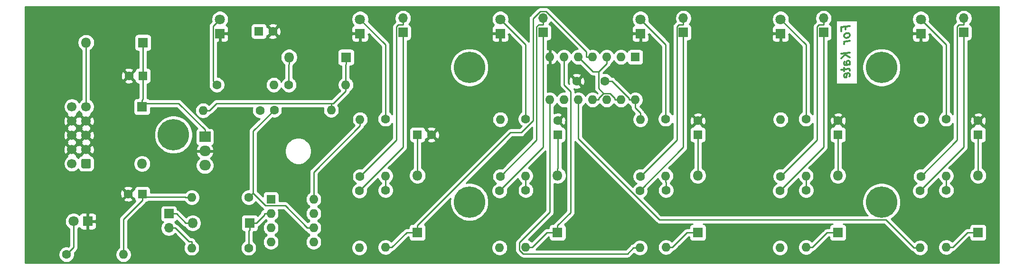
<source format=gbr>
%TF.GenerationSoftware,KiCad,Pcbnew,(5.1.7)-1*%
%TF.CreationDate,2021-12-31T12:29:52+00:00*%
%TF.ProjectId,PCB-MIDI-THRU,5043422d-4d49-4444-992d-544852552e6b,rev?*%
%TF.SameCoordinates,Original*%
%TF.FileFunction,Copper,L2,Bot*%
%TF.FilePolarity,Positive*%
%FSLAX46Y46*%
G04 Gerber Fmt 4.6, Leading zero omitted, Abs format (unit mm)*
G04 Created by KiCad (PCBNEW (5.1.7)-1) date 2021-12-31 12:29:52*
%MOMM*%
%LPD*%
G01*
G04 APERTURE LIST*
%TA.AperFunction,NonConductor*%
%ADD10C,0.300000*%
%TD*%
%TA.AperFunction,ComponentPad*%
%ADD11C,5.600000*%
%TD*%
%TA.AperFunction,ComponentPad*%
%ADD12C,1.600000*%
%TD*%
%TA.AperFunction,ComponentPad*%
%ADD13O,1.600000X1.600000*%
%TD*%
%TA.AperFunction,ComponentPad*%
%ADD14R,1.600000X1.600000*%
%TD*%
%TA.AperFunction,ComponentPad*%
%ADD15O,2.000000X1.905000*%
%TD*%
%TA.AperFunction,ComponentPad*%
%ADD16R,2.000000X1.905000*%
%TD*%
%TA.AperFunction,ComponentPad*%
%ADD17O,1.700000X1.700000*%
%TD*%
%TA.AperFunction,ComponentPad*%
%ADD18R,1.700000X1.700000*%
%TD*%
%TA.AperFunction,ComponentPad*%
%ADD19C,1.700000*%
%TD*%
%TA.AperFunction,ComponentPad*%
%ADD20C,1.800000*%
%TD*%
%TA.AperFunction,ComponentPad*%
%ADD21R,1.800000X1.800000*%
%TD*%
%TA.AperFunction,ComponentPad*%
%ADD22O,1.800000X1.800000*%
%TD*%
%TA.AperFunction,Conductor*%
%ADD23C,0.250000*%
%TD*%
%TA.AperFunction,Conductor*%
%ADD24C,0.254000*%
%TD*%
%TA.AperFunction,Conductor*%
%ADD25C,0.100000*%
%TD*%
G04 APERTURE END LIST*
D10*
X229562857Y-121802142D02*
X229562857Y-121302142D01*
X230348571Y-121203928D02*
X228848571Y-121391428D01*
X228848571Y-122105714D01*
X230348571Y-122703928D02*
X230277142Y-122570000D01*
X230205714Y-122507500D01*
X230062857Y-122453928D01*
X229634285Y-122507500D01*
X229491428Y-122596785D01*
X229420000Y-122677142D01*
X229348571Y-122828928D01*
X229348571Y-123043214D01*
X229420000Y-123177142D01*
X229491428Y-123239642D01*
X229634285Y-123293214D01*
X230062857Y-123239642D01*
X230205714Y-123150357D01*
X230277142Y-123070000D01*
X230348571Y-122918214D01*
X230348571Y-122703928D01*
X230348571Y-123846785D02*
X229348571Y-123971785D01*
X229634285Y-123936071D02*
X229491428Y-124025357D01*
X229420000Y-124105714D01*
X229348571Y-124257500D01*
X229348571Y-124400357D01*
X230348571Y-125918214D02*
X228848571Y-126105714D01*
X230348571Y-126775357D02*
X229491428Y-126239642D01*
X228848571Y-126962857D02*
X229705714Y-125998571D01*
X230348571Y-128061071D02*
X229562857Y-128159285D01*
X229420000Y-128105714D01*
X229348571Y-127971785D01*
X229348571Y-127686071D01*
X229420000Y-127534285D01*
X230277142Y-128070000D02*
X230348571Y-127918214D01*
X230348571Y-127561071D01*
X230277142Y-127427142D01*
X230134285Y-127373571D01*
X229991428Y-127391428D01*
X229848571Y-127480714D01*
X229777142Y-127632500D01*
X229777142Y-127989642D01*
X229705714Y-128141428D01*
X229348571Y-128686071D02*
X229348571Y-129257500D01*
X228848571Y-128962857D02*
X230134285Y-128802142D01*
X230277142Y-128855714D01*
X230348571Y-128989642D01*
X230348571Y-129132500D01*
X230277142Y-130212857D02*
X230348571Y-130061071D01*
X230348571Y-129775357D01*
X230277142Y-129641428D01*
X230134285Y-129587857D01*
X229562857Y-129659285D01*
X229420000Y-129748571D01*
X229348571Y-129900357D01*
X229348571Y-130186071D01*
X229420000Y-130320000D01*
X229562857Y-130373571D01*
X229705714Y-130355714D01*
X229848571Y-129623571D01*
D11*
%TO.P,H4,1*%
%TO.N,N/C*%
X236000000Y-128590000D03*
%TD*%
%TO.P,H2,1*%
%TO.N,N/C*%
X162510000Y-152570000D03*
%TD*%
%TO.P,H3,1*%
%TO.N,N/C*%
X109720000Y-140570000D03*
%TD*%
D12*
%TO.P,C9,2*%
%TO.N,GND*%
X181640000Y-131000000D03*
%TO.P,C9,1*%
%TO.N,+5V*%
X186640000Y-131000000D03*
%TD*%
D11*
%TO.P,H1,1*%
%TO.N,N/C*%
X162510000Y-128570000D03*
%TD*%
%TO.P,H5,1*%
%TO.N,N/C*%
X236000000Y-152590000D03*
%TD*%
D13*
%TO.P,U2,8*%
%TO.N,+5V*%
X134710000Y-152080000D03*
%TO.P,U2,4*%
%TO.N,Net-(U2-Pad4)*%
X127090000Y-159700000D03*
%TO.P,U2,7*%
%TO.N,Net-(U2-Pad7)*%
X134710000Y-154620000D03*
%TO.P,U2,3*%
%TO.N,Net-(D3-Pad2)*%
X127090000Y-157160000D03*
%TO.P,U2,6*%
%TO.N,Net-(R2-Pad1)*%
X134710000Y-157160000D03*
%TO.P,U2,2*%
%TO.N,Net-(D3-Pad1)*%
X127090000Y-154620000D03*
%TO.P,U2,5*%
%TO.N,Net-(U2-Pad5)*%
X134710000Y-159700000D03*
D14*
%TO.P,U2,1*%
%TO.N,Net-(U2-Pad1)*%
X127090000Y-152080000D03*
%TD*%
D15*
%TO.P,U1,3*%
%TO.N,+5V*%
X115320000Y-146040000D03*
%TO.P,U1,2*%
%TO.N,GND*%
X115320000Y-143500000D03*
D16*
%TO.P,U1,1*%
%TO.N,Net-(C1-Pad1)*%
X115320000Y-140960000D03*
%TD*%
D13*
%TO.P,U3,14*%
%TO.N,+5V*%
X192080000Y-134340000D03*
%TO.P,U3,7*%
%TO.N,GND*%
X176840000Y-126720000D03*
%TO.P,U3,13*%
%TO.N,Net-(R7-Pad1)*%
X189540000Y-134340000D03*
%TO.P,U3,6*%
%TO.N,Net-(D8-Pad1)*%
X179380000Y-126720000D03*
%TO.P,U3,12*%
%TO.N,Net-(D10-Pad1)*%
X187000000Y-134340000D03*
%TO.P,U3,5*%
%TO.N,Net-(R7-Pad1)*%
X181920000Y-126720000D03*
%TO.P,U3,11*%
X184460000Y-134340000D03*
%TO.P,U3,4*%
%TO.N,Net-(D7-Pad1)*%
X184460000Y-126720000D03*
%TO.P,U3,10*%
%TO.N,Net-(D11-Pad1)*%
X181920000Y-134340000D03*
%TO.P,U3,3*%
%TO.N,Net-(R7-Pad1)*%
X187000000Y-126720000D03*
%TO.P,U3,9*%
X179380000Y-134340000D03*
%TO.P,U3,2*%
X189540000Y-126720000D03*
%TO.P,U3,8*%
%TO.N,Net-(D9-Pad1)*%
X176840000Y-134340000D03*
D14*
%TO.P,U3,1*%
%TO.N,Net-(R2-Pad1)*%
X192080000Y-126720000D03*
%TD*%
D13*
%TO.P,R27,2*%
%TO.N,Net-(C8-Pad1)*%
X247510000Y-147910000D03*
D12*
%TO.P,R27,1*%
%TO.N,Net-(D16-Pad2)*%
X247510000Y-137750000D03*
%TD*%
D13*
%TO.P,R26,2*%
%TO.N,Net-(C7-Pad1)*%
X222510000Y-147910000D03*
D12*
%TO.P,R26,1*%
%TO.N,Net-(D15-Pad2)*%
X222510000Y-137750000D03*
%TD*%
D13*
%TO.P,R25,2*%
%TO.N,Net-(C6-Pad1)*%
X197510000Y-147910000D03*
D12*
%TO.P,R25,1*%
%TO.N,Net-(D14-Pad2)*%
X197510000Y-137750000D03*
%TD*%
D13*
%TO.P,R24,2*%
%TO.N,Net-(C5-Pad1)*%
X172510000Y-147910000D03*
D12*
%TO.P,R24,1*%
%TO.N,Net-(D13-Pad2)*%
X172510000Y-137750000D03*
%TD*%
D13*
%TO.P,R23,2*%
%TO.N,Net-(C4-Pad1)*%
X147510000Y-147910000D03*
D12*
%TO.P,R23,1*%
%TO.N,Net-(D12-Pad2)*%
X147510000Y-137750000D03*
%TD*%
D13*
%TO.P,R22,2*%
%TO.N,Net-(D11-Pad1)*%
X247550000Y-160650000D03*
D12*
%TO.P,R22,1*%
%TO.N,Net-(C8-Pad1)*%
X247550000Y-150490000D03*
%TD*%
D13*
%TO.P,R21,2*%
%TO.N,Net-(D10-Pad1)*%
X222550000Y-160650000D03*
D12*
%TO.P,R21,1*%
%TO.N,Net-(C7-Pad1)*%
X222550000Y-150490000D03*
%TD*%
D13*
%TO.P,R20,2*%
%TO.N,Net-(D9-Pad1)*%
X197550000Y-160650000D03*
D12*
%TO.P,R20,1*%
%TO.N,Net-(C6-Pad1)*%
X197550000Y-150490000D03*
%TD*%
D13*
%TO.P,R19,2*%
%TO.N,Net-(D8-Pad1)*%
X172550000Y-160650000D03*
D12*
%TO.P,R19,1*%
%TO.N,Net-(C5-Pad1)*%
X172550000Y-150490000D03*
%TD*%
D13*
%TO.P,R18,2*%
%TO.N,Net-(D7-Pad1)*%
X147550000Y-160650000D03*
D12*
%TO.P,R18,1*%
%TO.N,Net-(C4-Pad1)*%
X147550000Y-150490000D03*
%TD*%
D13*
%TO.P,R17,2*%
%TO.N,+5V*%
X243000000Y-137840000D03*
D12*
%TO.P,R17,1*%
%TO.N,Net-(J7-Pad2)*%
X243000000Y-148000000D03*
%TD*%
D13*
%TO.P,R16,2*%
%TO.N,+5V*%
X218000000Y-137840000D03*
D12*
%TO.P,R16,1*%
%TO.N,Net-(J6-Pad2)*%
X218000000Y-148000000D03*
%TD*%
D13*
%TO.P,R15,2*%
%TO.N,+5V*%
X193000000Y-137840000D03*
D12*
%TO.P,R15,1*%
%TO.N,Net-(J5-Pad2)*%
X193000000Y-148000000D03*
%TD*%
D13*
%TO.P,R14,2*%
%TO.N,+5V*%
X168000000Y-137840000D03*
D12*
%TO.P,R14,1*%
%TO.N,Net-(J4-Pad2)*%
X168000000Y-148000000D03*
%TD*%
D13*
%TO.P,R13,2*%
%TO.N,+5V*%
X143000000Y-137840000D03*
D12*
%TO.P,R13,1*%
%TO.N,Net-(J3-Pad2)*%
X143000000Y-148000000D03*
%TD*%
D13*
%TO.P,R12,2*%
%TO.N,Net-(D11-Pad1)*%
X242890000Y-160730000D03*
D12*
%TO.P,R12,1*%
%TO.N,Net-(J7-Pad1)*%
X242890000Y-150570000D03*
%TD*%
D13*
%TO.P,R11,2*%
%TO.N,Net-(D10-Pad1)*%
X217890000Y-160730000D03*
D12*
%TO.P,R11,1*%
%TO.N,Net-(J6-Pad1)*%
X217890000Y-150570000D03*
%TD*%
D13*
%TO.P,R10,2*%
%TO.N,Net-(D9-Pad1)*%
X192890000Y-160730000D03*
D12*
%TO.P,R10,1*%
%TO.N,Net-(J5-Pad1)*%
X192890000Y-150570000D03*
%TD*%
D13*
%TO.P,R9,2*%
%TO.N,Net-(D8-Pad1)*%
X167890000Y-160730000D03*
D12*
%TO.P,R9,1*%
%TO.N,Net-(J4-Pad1)*%
X167890000Y-150570000D03*
%TD*%
D13*
%TO.P,R8,2*%
%TO.N,Net-(D7-Pad1)*%
X142890000Y-160730000D03*
D12*
%TO.P,R8,1*%
%TO.N,Net-(J3-Pad1)*%
X142890000Y-150570000D03*
%TD*%
D13*
%TO.P,R7,2*%
%TO.N,Net-(D5-Pad1)*%
X115000000Y-136250000D03*
D12*
%TO.P,R7,1*%
%TO.N,Net-(R7-Pad1)*%
X125160000Y-136250000D03*
%TD*%
D13*
%TO.P,R6,2*%
%TO.N,Net-(C3-Pad1)*%
X127600000Y-131670000D03*
D12*
%TO.P,R6,1*%
%TO.N,Net-(D6-Pad2)*%
X117440000Y-131670000D03*
%TD*%
D13*
%TO.P,R5,2*%
%TO.N,Net-(D5-Pad1)*%
X140450000Y-131670000D03*
D12*
%TO.P,R5,1*%
%TO.N,Net-(C3-Pad1)*%
X130290000Y-131670000D03*
%TD*%
D13*
%TO.P,R4,2*%
%TO.N,Net-(D5-Pad1)*%
X137840000Y-136150000D03*
D12*
%TO.P,R4,1*%
%TO.N,Net-(R2-Pad1)*%
X127680000Y-136150000D03*
%TD*%
D13*
%TO.P,R3,2*%
%TO.N,+5V*%
X100800000Y-161950000D03*
D12*
%TO.P,R3,1*%
%TO.N,Net-(D4-Pad2)*%
X90640000Y-161950000D03*
%TD*%
D13*
%TO.P,R2,2*%
%TO.N,+5V*%
X112990000Y-151750000D03*
D12*
%TO.P,R2,1*%
%TO.N,Net-(R2-Pad1)*%
X123150000Y-151750000D03*
%TD*%
D13*
%TO.P,R1,2*%
%TO.N,Net-(J2-Pad2)*%
X112950000Y-160780000D03*
D12*
%TO.P,R1,1*%
%TO.N,Net-(D3-Pad1)*%
X123110000Y-160780000D03*
%TD*%
D17*
%TO.P,J7,2*%
%TO.N,Net-(J7-Pad2)*%
X250660000Y-119780000D03*
D18*
%TO.P,J7,1*%
%TO.N,Net-(J7-Pad1)*%
X250660000Y-122320000D03*
%TD*%
D17*
%TO.P,J6,2*%
%TO.N,Net-(J6-Pad2)*%
X225660000Y-119780000D03*
D18*
%TO.P,J6,1*%
%TO.N,Net-(J6-Pad1)*%
X225660000Y-122320000D03*
%TD*%
D17*
%TO.P,J5,2*%
%TO.N,Net-(J5-Pad2)*%
X200660000Y-119780000D03*
D18*
%TO.P,J5,1*%
%TO.N,Net-(J5-Pad1)*%
X200660000Y-122320000D03*
%TD*%
D17*
%TO.P,J4,2*%
%TO.N,Net-(J4-Pad2)*%
X175660000Y-119780000D03*
D18*
%TO.P,J4,1*%
%TO.N,Net-(J4-Pad1)*%
X175660000Y-122320000D03*
%TD*%
D17*
%TO.P,J3,2*%
%TO.N,Net-(J3-Pad2)*%
X150660000Y-119780000D03*
D18*
%TO.P,J3,1*%
%TO.N,Net-(J3-Pad1)*%
X150660000Y-122320000D03*
%TD*%
D17*
%TO.P,J2,2*%
%TO.N,Net-(J2-Pad2)*%
X108890000Y-157210000D03*
D18*
%TO.P,J2,1*%
%TO.N,Net-(D3-Pad2)*%
X108890000Y-154670000D03*
%TD*%
D19*
%TO.P,J1,10*%
%TO.N,+12V*%
X91600000Y-135570000D03*
%TO.P,J1,8*%
%TO.N,GND*%
X91600000Y-138110000D03*
%TO.P,J1,6*%
X91600000Y-140650000D03*
%TO.P,J1,4*%
X91600000Y-143190000D03*
%TO.P,J1,2*%
%TO.N,Net-(J1-Pad1)*%
X91600000Y-145730000D03*
%TO.P,J1,9*%
%TO.N,+12V*%
X94140000Y-135570000D03*
%TO.P,J1,7*%
%TO.N,GND*%
X94140000Y-138110000D03*
%TO.P,J1,5*%
X94140000Y-140650000D03*
%TO.P,J1,3*%
X94140000Y-143190000D03*
%TO.P,J1,1*%
%TO.N,Net-(J1-Pad1)*%
%TA.AperFunction,ComponentPad*%
G36*
G01*
X94990000Y-145130000D02*
X94990000Y-146330000D01*
G75*
G02*
X94740000Y-146580000I-250000J0D01*
G01*
X93540000Y-146580000D01*
G75*
G02*
X93290000Y-146330000I0J250000D01*
G01*
X93290000Y-145130000D01*
G75*
G02*
X93540000Y-144880000I250000J0D01*
G01*
X94740000Y-144880000D01*
G75*
G02*
X94990000Y-145130000I0J-250000D01*
G01*
G37*
%TD.AperFunction*%
%TD*%
D20*
%TO.P,D16,2*%
%TO.N,Net-(D16-Pad2)*%
X243000000Y-119980000D03*
D21*
%TO.P,D16,1*%
%TO.N,GND*%
X243000000Y-122520000D03*
%TD*%
D20*
%TO.P,D15,2*%
%TO.N,Net-(D15-Pad2)*%
X218000000Y-119980000D03*
D21*
%TO.P,D15,1*%
%TO.N,GND*%
X218000000Y-122520000D03*
%TD*%
D20*
%TO.P,D14,2*%
%TO.N,Net-(D14-Pad2)*%
X193000000Y-119980000D03*
D21*
%TO.P,D14,1*%
%TO.N,GND*%
X193000000Y-122520000D03*
%TD*%
D20*
%TO.P,D13,2*%
%TO.N,Net-(D13-Pad2)*%
X168000000Y-119980000D03*
D21*
%TO.P,D13,1*%
%TO.N,GND*%
X168000000Y-122520000D03*
%TD*%
D20*
%TO.P,D12,2*%
%TO.N,Net-(D12-Pad2)*%
X143000000Y-119980000D03*
D21*
%TO.P,D12,1*%
%TO.N,GND*%
X143000000Y-122520000D03*
%TD*%
D22*
%TO.P,D11,2*%
%TO.N,Net-(C8-Pad1)*%
X253220000Y-147860000D03*
D21*
%TO.P,D11,1*%
%TO.N,Net-(D11-Pad1)*%
X253220000Y-158020000D03*
%TD*%
D22*
%TO.P,D10,2*%
%TO.N,Net-(C7-Pad1)*%
X228220000Y-147860000D03*
D21*
%TO.P,D10,1*%
%TO.N,Net-(D10-Pad1)*%
X228220000Y-158020000D03*
%TD*%
D22*
%TO.P,D9,2*%
%TO.N,Net-(C6-Pad1)*%
X203220000Y-147860000D03*
D21*
%TO.P,D9,1*%
%TO.N,Net-(D9-Pad1)*%
X203220000Y-158020000D03*
%TD*%
D22*
%TO.P,D8,2*%
%TO.N,Net-(C5-Pad1)*%
X178220000Y-147860000D03*
D21*
%TO.P,D8,1*%
%TO.N,Net-(D8-Pad1)*%
X178220000Y-158020000D03*
%TD*%
D22*
%TO.P,D7,2*%
%TO.N,Net-(C4-Pad1)*%
X153220000Y-147860000D03*
D21*
%TO.P,D7,1*%
%TO.N,Net-(D7-Pad1)*%
X153220000Y-158020000D03*
%TD*%
D20*
%TO.P,D6,2*%
%TO.N,Net-(D6-Pad2)*%
X118000000Y-119980000D03*
D21*
%TO.P,D6,1*%
%TO.N,GND*%
X118000000Y-122520000D03*
%TD*%
D22*
%TO.P,D5,2*%
%TO.N,Net-(C3-Pad1)*%
X130330000Y-126750000D03*
D21*
%TO.P,D5,1*%
%TO.N,Net-(D5-Pad1)*%
X140490000Y-126750000D03*
%TD*%
D20*
%TO.P,D4,2*%
%TO.N,Net-(D4-Pad2)*%
X91900000Y-156030000D03*
D21*
%TO.P,D4,1*%
%TO.N,GND*%
X94440000Y-156030000D03*
%TD*%
D22*
%TO.P,D3,2*%
%TO.N,Net-(D3-Pad2)*%
X113150000Y-156330000D03*
D21*
%TO.P,D3,1*%
%TO.N,Net-(D3-Pad1)*%
X123310000Y-156330000D03*
%TD*%
D22*
%TO.P,D2,2*%
%TO.N,+5V*%
X104120000Y-145750000D03*
D21*
%TO.P,D2,1*%
%TO.N,Net-(C1-Pad1)*%
X104120000Y-135590000D03*
%TD*%
D22*
%TO.P,D1,2*%
%TO.N,+12V*%
X94120000Y-124130000D03*
D21*
%TO.P,D1,1*%
%TO.N,Net-(C1-Pad1)*%
X104280000Y-124130000D03*
%TD*%
D12*
%TO.P,C8,2*%
%TO.N,GND*%
X253230000Y-138070000D03*
D14*
%TO.P,C8,1*%
%TO.N,Net-(C8-Pad1)*%
X253230000Y-140570000D03*
%TD*%
D12*
%TO.P,C7,2*%
%TO.N,GND*%
X228230000Y-138070000D03*
D14*
%TO.P,C7,1*%
%TO.N,Net-(C7-Pad1)*%
X228230000Y-140570000D03*
%TD*%
D12*
%TO.P,C6,2*%
%TO.N,GND*%
X203230000Y-138070000D03*
D14*
%TO.P,C6,1*%
%TO.N,Net-(C6-Pad1)*%
X203230000Y-140570000D03*
%TD*%
D12*
%TO.P,C5,2*%
%TO.N,GND*%
X178230000Y-138070000D03*
D14*
%TO.P,C5,1*%
%TO.N,Net-(C5-Pad1)*%
X178230000Y-140570000D03*
%TD*%
D12*
%TO.P,C4,2*%
%TO.N,GND*%
X155730000Y-140570000D03*
D14*
%TO.P,C4,1*%
%TO.N,Net-(C4-Pad1)*%
X153230000Y-140570000D03*
%TD*%
D12*
%TO.P,C3,2*%
%TO.N,GND*%
X127450000Y-122120000D03*
D14*
%TO.P,C3,1*%
%TO.N,Net-(C3-Pad1)*%
X124950000Y-122120000D03*
%TD*%
D12*
%TO.P,C2,2*%
%TO.N,GND*%
X101650000Y-151140000D03*
D14*
%TO.P,C2,1*%
%TO.N,+5V*%
X104150000Y-151140000D03*
%TD*%
D12*
%TO.P,C1,2*%
%TO.N,GND*%
X101780000Y-130060000D03*
D14*
%TO.P,C1,1*%
%TO.N,Net-(C1-Pad1)*%
X104280000Y-130060000D03*
%TD*%
D23*
%TO.N,Net-(C1-Pad1)*%
X115320000Y-140960000D02*
X115320000Y-139682200D01*
X104120000Y-134977300D02*
X110615100Y-134977300D01*
X110615100Y-134977300D02*
X115320000Y-139682200D01*
X104120000Y-134977300D02*
X104120000Y-134364700D01*
X104120000Y-135590000D02*
X104120000Y-134977300D01*
X104280000Y-124130000D02*
X104280000Y-130060000D01*
X104280000Y-130060000D02*
X104280000Y-134204700D01*
X104280000Y-134204700D02*
X104120000Y-134364700D01*
%TO.N,+5V*%
X192080000Y-134340000D02*
X190954700Y-134340000D01*
X186640000Y-131000000D02*
X187896000Y-131000000D01*
X187896000Y-131000000D02*
X190954700Y-134058700D01*
X190954700Y-134058700D02*
X190954700Y-134340000D01*
X112990000Y-151750000D02*
X111864700Y-151750000D01*
X104150000Y-151702600D02*
X111817300Y-151702600D01*
X111817300Y-151702600D02*
X111864700Y-151750000D01*
X104150000Y-151702600D02*
X104150000Y-152265300D01*
X104150000Y-151140000D02*
X104150000Y-151702600D01*
X193000000Y-137840000D02*
X193000000Y-136714700D01*
X193000000Y-136714700D02*
X192080000Y-135794700D01*
X192080000Y-135794700D02*
X192080000Y-134340000D01*
X143000000Y-137840000D02*
X143000000Y-138965300D01*
X143000000Y-138965300D02*
X134710000Y-147255300D01*
X134710000Y-147255300D02*
X134710000Y-152080000D01*
X100800000Y-161950000D02*
X100800000Y-155615300D01*
X100800000Y-155615300D02*
X104150000Y-152265300D01*
%TO.N,Net-(C3-Pad1)*%
X130330000Y-126750000D02*
X130330000Y-127975300D01*
X130330000Y-127975300D02*
X130290000Y-128015300D01*
X130290000Y-128015300D02*
X130290000Y-131670000D01*
%TO.N,Net-(C4-Pad1)*%
X147510000Y-147910000D02*
X147510000Y-149035300D01*
X147510000Y-149035300D02*
X147550000Y-149075300D01*
X147550000Y-149075300D02*
X147550000Y-150490000D01*
X153220000Y-147860000D02*
X153220000Y-146634700D01*
X153230000Y-140570000D02*
X153230000Y-146624700D01*
X153230000Y-146624700D02*
X153220000Y-146634700D01*
%TO.N,Net-(C5-Pad1)*%
X172510000Y-147910000D02*
X172510000Y-149035300D01*
X172510000Y-149035300D02*
X172550000Y-149075300D01*
X172550000Y-149075300D02*
X172550000Y-150490000D01*
X178220000Y-147860000D02*
X178220000Y-146634700D01*
X178230000Y-140570000D02*
X178230000Y-146624700D01*
X178230000Y-146624700D02*
X178220000Y-146634700D01*
%TO.N,Net-(C6-Pad1)*%
X203220000Y-147860000D02*
X203220000Y-146634700D01*
X203230000Y-140570000D02*
X203230000Y-146624700D01*
X203230000Y-146624700D02*
X203220000Y-146634700D01*
X197510000Y-147910000D02*
X197510000Y-149035300D01*
X197510000Y-149035300D02*
X197550000Y-149075300D01*
X197550000Y-149075300D02*
X197550000Y-150490000D01*
%TO.N,Net-(C7-Pad1)*%
X228220000Y-147860000D02*
X228220000Y-146634700D01*
X228230000Y-140570000D02*
X228230000Y-146624700D01*
X228230000Y-146624700D02*
X228220000Y-146634700D01*
X222510000Y-147910000D02*
X222510000Y-149035300D01*
X222510000Y-149035300D02*
X222550000Y-149075300D01*
X222550000Y-149075300D02*
X222550000Y-150490000D01*
%TO.N,Net-(C8-Pad1)*%
X253220000Y-147860000D02*
X253220000Y-146634700D01*
X253230000Y-140570000D02*
X253230000Y-146624700D01*
X253230000Y-146624700D02*
X253220000Y-146634700D01*
X247510000Y-147910000D02*
X247510000Y-149035300D01*
X247510000Y-149035300D02*
X247550000Y-149075300D01*
X247550000Y-149075300D02*
X247550000Y-150490000D01*
%TO.N,+12V*%
X94120000Y-124130000D02*
X94120000Y-125355300D01*
X94120000Y-125355300D02*
X94140000Y-125375300D01*
X94140000Y-125375300D02*
X94140000Y-135570000D01*
%TO.N,Net-(D3-Pad2)*%
X113150000Y-156330000D02*
X111924700Y-156330000D01*
X111924700Y-156330000D02*
X110264700Y-154670000D01*
X110264700Y-154670000D02*
X108890000Y-154670000D01*
%TO.N,Net-(D3-Pad1)*%
X127090000Y-154620000D02*
X125964700Y-154620000D01*
X123310000Y-156330000D02*
X124535300Y-156330000D01*
X124535300Y-156330000D02*
X125964700Y-154900600D01*
X125964700Y-154900600D02*
X125964700Y-154620000D01*
X123310000Y-156942600D02*
X123310000Y-156330000D01*
X123310000Y-156942600D02*
X123310000Y-157555300D01*
X123310000Y-157555300D02*
X123110000Y-157755300D01*
X123110000Y-157755300D02*
X123110000Y-160780000D01*
%TO.N,Net-(D4-Pad2)*%
X91900000Y-156030000D02*
X91900000Y-160690000D01*
X91900000Y-160690000D02*
X90640000Y-161950000D01*
%TO.N,Net-(D5-Pad1)*%
X115000000Y-136250000D02*
X116125300Y-136250000D01*
X137840000Y-135024700D02*
X117350600Y-135024700D01*
X117350600Y-135024700D02*
X116125300Y-136250000D01*
X137840000Y-135137300D02*
X137840000Y-135024700D01*
X137840000Y-136150000D02*
X137840000Y-135137300D01*
X140450000Y-131670000D02*
X140450000Y-132795300D01*
X140450000Y-132795300D02*
X138220600Y-135024700D01*
X138220600Y-135024700D02*
X137840000Y-135024700D01*
X140490000Y-127975300D02*
X140450000Y-128015300D01*
X140450000Y-128015300D02*
X140450000Y-131670000D01*
X140490000Y-126750000D02*
X140490000Y-127975300D01*
%TO.N,Net-(D6-Pad2)*%
X118000000Y-119980000D02*
X116774600Y-121205400D01*
X116774600Y-121205400D02*
X116774600Y-131004600D01*
X116774600Y-131004600D02*
X117440000Y-131670000D01*
%TO.N,Net-(D7-Pad1)*%
X153220000Y-158020000D02*
X153220000Y-156794700D01*
X153220000Y-156794700D02*
X169817500Y-140197200D01*
X169817500Y-140197200D02*
X171714100Y-140197200D01*
X171714100Y-140197200D02*
X173849200Y-138062100D01*
X173849200Y-138062100D02*
X173849200Y-119867200D01*
X173849200Y-119867200D02*
X175133200Y-118583200D01*
X175133200Y-118583200D02*
X176182500Y-118583200D01*
X176182500Y-118583200D02*
X183334700Y-125735400D01*
X183334700Y-125735400D02*
X183334700Y-126720000D01*
X148675300Y-160650000D02*
X151305300Y-158020000D01*
X151305300Y-158020000D02*
X153220000Y-158020000D01*
X184460000Y-126720000D02*
X183334700Y-126720000D01*
X147550000Y-160650000D02*
X148675300Y-160650000D01*
%TO.N,Net-(D8-Pad1)*%
X178220000Y-158020000D02*
X178220000Y-156794700D01*
X178220000Y-156794700D02*
X180552900Y-154461800D01*
X180552900Y-154461800D02*
X180552900Y-132841400D01*
X180552900Y-132841400D02*
X179380000Y-131668500D01*
X179380000Y-131668500D02*
X179380000Y-126720000D01*
X178220000Y-158020000D02*
X176305300Y-158020000D01*
X176305300Y-158020000D02*
X173675300Y-160650000D01*
X172550000Y-160650000D02*
X173675300Y-160650000D01*
%TO.N,Net-(D9-Pad1)*%
X192890000Y-160730000D02*
X191764700Y-160730000D01*
X191764700Y-160730000D02*
X190692400Y-161802300D01*
X190692400Y-161802300D02*
X172058000Y-161802300D01*
X172058000Y-161802300D02*
X171412000Y-161156300D01*
X171412000Y-161156300D02*
X171412000Y-159833000D01*
X171412000Y-159833000D02*
X176840000Y-154405000D01*
X176840000Y-154405000D02*
X176840000Y-134340000D01*
X197550000Y-160650000D02*
X198675300Y-160650000D01*
X203220000Y-158020000D02*
X201305300Y-158020000D01*
X201305300Y-158020000D02*
X198675300Y-160650000D01*
%TO.N,Net-(D10-Pad1)*%
X222550000Y-160650000D02*
X223675300Y-160650000D01*
X228220000Y-158020000D02*
X226305300Y-158020000D01*
X226305300Y-158020000D02*
X223675300Y-160650000D01*
%TO.N,Net-(D11-Pad1)*%
X242890000Y-160730000D02*
X241764700Y-160730000D01*
X241764700Y-160730000D02*
X236758500Y-155723800D01*
X236758500Y-155723800D02*
X196365000Y-155723800D01*
X196365000Y-155723800D02*
X181920000Y-141278800D01*
X181920000Y-141278800D02*
X181920000Y-134340000D01*
X247550000Y-160650000D02*
X248675300Y-160650000D01*
X253220000Y-158020000D02*
X251305300Y-158020000D01*
X251305300Y-158020000D02*
X248675300Y-160650000D01*
%TO.N,Net-(D12-Pad2)*%
X143000000Y-119980000D02*
X147510000Y-124490000D01*
X147510000Y-124490000D02*
X147510000Y-137750000D01*
%TO.N,Net-(D13-Pad2)*%
X168000000Y-119980000D02*
X172510000Y-124490000D01*
X172510000Y-124490000D02*
X172510000Y-137750000D01*
%TO.N,Net-(D14-Pad2)*%
X193000000Y-119980000D02*
X197510000Y-124490000D01*
X197510000Y-124490000D02*
X197510000Y-137750000D01*
%TO.N,Net-(D15-Pad2)*%
X218000000Y-119980000D02*
X222510000Y-124490000D01*
X222510000Y-124490000D02*
X222510000Y-137750000D01*
%TO.N,Net-(D16-Pad2)*%
X243000000Y-119980000D02*
X247510000Y-124490000D01*
X247510000Y-124490000D02*
X247510000Y-137750000D01*
%TO.N,Net-(J2-Pad2)*%
X112950000Y-160780000D02*
X112950000Y-159654700D01*
X108890000Y-157210000D02*
X110065300Y-157210000D01*
X110065300Y-157210000D02*
X112510000Y-159654700D01*
X112510000Y-159654700D02*
X112950000Y-159654700D01*
%TO.N,Net-(J3-Pad2)*%
X150660000Y-119780000D02*
X150660000Y-120955300D01*
X150660000Y-120955300D02*
X149851900Y-120955300D01*
X149851900Y-120955300D02*
X149484700Y-121322500D01*
X149484700Y-121322500D02*
X149484700Y-141515300D01*
X149484700Y-141515300D02*
X143000000Y-148000000D01*
%TO.N,Net-(J3-Pad1)*%
X150660000Y-122320000D02*
X150660000Y-142800000D01*
X150660000Y-142800000D02*
X142890000Y-150570000D01*
%TO.N,Net-(J4-Pad2)*%
X175660000Y-119780000D02*
X175660000Y-120955300D01*
X175660000Y-120955300D02*
X174851900Y-120955300D01*
X174851900Y-120955300D02*
X174484700Y-121322500D01*
X174484700Y-121322500D02*
X174484700Y-141515300D01*
X174484700Y-141515300D02*
X168000000Y-148000000D01*
%TO.N,Net-(J4-Pad1)*%
X175660000Y-122320000D02*
X175660000Y-142800000D01*
X175660000Y-142800000D02*
X167890000Y-150570000D01*
%TO.N,Net-(J5-Pad2)*%
X200660000Y-119780000D02*
X200660000Y-120955300D01*
X200660000Y-120955300D02*
X199851900Y-120955300D01*
X199851900Y-120955300D02*
X199484700Y-121322500D01*
X199484700Y-121322500D02*
X199484700Y-141515300D01*
X199484700Y-141515300D02*
X193000000Y-148000000D01*
%TO.N,Net-(J5-Pad1)*%
X200660000Y-122320000D02*
X200660000Y-142800000D01*
X200660000Y-142800000D02*
X192890000Y-150570000D01*
%TO.N,Net-(J6-Pad2)*%
X225660000Y-119780000D02*
X225660000Y-120955300D01*
X225660000Y-120955300D02*
X224851900Y-120955300D01*
X224851900Y-120955300D02*
X224484700Y-121322500D01*
X224484700Y-121322500D02*
X224484700Y-141515300D01*
X224484700Y-141515300D02*
X218000000Y-148000000D01*
%TO.N,Net-(J6-Pad1)*%
X225660000Y-122320000D02*
X225660000Y-142800000D01*
X225660000Y-142800000D02*
X217890000Y-150570000D01*
%TO.N,Net-(J7-Pad2)*%
X250660000Y-119780000D02*
X250660000Y-120955300D01*
X250660000Y-120955300D02*
X249851900Y-120955300D01*
X249851900Y-120955300D02*
X249484700Y-121322500D01*
X249484700Y-121322500D02*
X249484700Y-141515300D01*
X249484700Y-141515300D02*
X243000000Y-148000000D01*
%TO.N,Net-(J7-Pad1)*%
X250660000Y-122320000D02*
X250660000Y-142800000D01*
X250660000Y-142800000D02*
X242890000Y-150570000D01*
%TO.N,Net-(R2-Pad1)*%
X123921500Y-150978500D02*
X126148300Y-153205400D01*
X126148300Y-153205400D02*
X129630100Y-153205400D01*
X129630100Y-153205400D02*
X133584700Y-157160000D01*
X127680000Y-136150000D02*
X123921400Y-139908600D01*
X123921400Y-139908600D02*
X123921400Y-150978500D01*
X123921400Y-150978500D02*
X123921500Y-150978500D01*
X123150000Y-151750000D02*
X123921500Y-150978500D01*
X134710000Y-157160000D02*
X133584700Y-157160000D01*
%TO.N,Net-(R7-Pad1)*%
X185510900Y-129334400D02*
X184534400Y-129334400D01*
X184534400Y-129334400D02*
X181920000Y-126720000D01*
X187000000Y-127845300D02*
X185510900Y-129334400D01*
X185510900Y-129334400D02*
X185510900Y-132296300D01*
X185510900Y-132296300D02*
X186429300Y-133214700D01*
X187000000Y-126720000D02*
X187000000Y-127845300D01*
X186429300Y-133214700D02*
X187570800Y-133214700D01*
X187570800Y-133214700D02*
X188414700Y-134058600D01*
X188414700Y-134058600D02*
X188414700Y-134340000D01*
X185585300Y-134340000D02*
X185585300Y-134058700D01*
X185585300Y-134058700D02*
X186429300Y-133214700D01*
X189540000Y-134340000D02*
X188414700Y-134340000D01*
X184460000Y-134340000D02*
X185585300Y-134340000D01*
%TD*%
D24*
%TO.N,GND*%
X256940001Y-163440000D02*
X83260000Y-163440000D01*
X83260000Y-161808665D01*
X89205000Y-161808665D01*
X89205000Y-162091335D01*
X89260147Y-162368574D01*
X89368320Y-162629727D01*
X89525363Y-162864759D01*
X89725241Y-163064637D01*
X89960273Y-163221680D01*
X90221426Y-163329853D01*
X90498665Y-163385000D01*
X90781335Y-163385000D01*
X91058574Y-163329853D01*
X91319727Y-163221680D01*
X91554759Y-163064637D01*
X91754637Y-162864759D01*
X91911680Y-162629727D01*
X92019853Y-162368574D01*
X92075000Y-162091335D01*
X92075000Y-161808665D01*
X99365000Y-161808665D01*
X99365000Y-162091335D01*
X99420147Y-162368574D01*
X99528320Y-162629727D01*
X99685363Y-162864759D01*
X99885241Y-163064637D01*
X100120273Y-163221680D01*
X100381426Y-163329853D01*
X100658665Y-163385000D01*
X100941335Y-163385000D01*
X101218574Y-163329853D01*
X101479727Y-163221680D01*
X101714759Y-163064637D01*
X101914637Y-162864759D01*
X102071680Y-162629727D01*
X102179853Y-162368574D01*
X102235000Y-162091335D01*
X102235000Y-161808665D01*
X102179853Y-161531426D01*
X102071680Y-161270273D01*
X101914637Y-161035241D01*
X101714759Y-160835363D01*
X101560000Y-160731957D01*
X101560000Y-155930101D01*
X103670102Y-153820000D01*
X107401928Y-153820000D01*
X107401928Y-155520000D01*
X107414188Y-155644482D01*
X107450498Y-155764180D01*
X107509463Y-155874494D01*
X107588815Y-155971185D01*
X107685506Y-156050537D01*
X107795820Y-156109502D01*
X107868380Y-156131513D01*
X107736525Y-156263368D01*
X107574010Y-156506589D01*
X107462068Y-156776842D01*
X107405000Y-157063740D01*
X107405000Y-157356260D01*
X107462068Y-157643158D01*
X107574010Y-157913411D01*
X107736525Y-158156632D01*
X107943368Y-158363475D01*
X108186589Y-158525990D01*
X108456842Y-158637932D01*
X108743740Y-158695000D01*
X109036260Y-158695000D01*
X109323158Y-158637932D01*
X109593411Y-158525990D01*
X109836632Y-158363475D01*
X109990303Y-158209804D01*
X111759410Y-159978912D01*
X111678320Y-160100273D01*
X111570147Y-160361426D01*
X111515000Y-160638665D01*
X111515000Y-160921335D01*
X111570147Y-161198574D01*
X111678320Y-161459727D01*
X111835363Y-161694759D01*
X112035241Y-161894637D01*
X112270273Y-162051680D01*
X112531426Y-162159853D01*
X112808665Y-162215000D01*
X113091335Y-162215000D01*
X113368574Y-162159853D01*
X113629727Y-162051680D01*
X113864759Y-161894637D01*
X114064637Y-161694759D01*
X114221680Y-161459727D01*
X114329853Y-161198574D01*
X114385000Y-160921335D01*
X114385000Y-160638665D01*
X114329853Y-160361426D01*
X114221680Y-160100273D01*
X114064637Y-159865241D01*
X113864759Y-159665363D01*
X113704158Y-159558053D01*
X113699003Y-159505714D01*
X113655546Y-159362453D01*
X113584974Y-159230424D01*
X113490001Y-159114699D01*
X113374276Y-159019726D01*
X113242247Y-158949154D01*
X113098986Y-158905697D01*
X112987333Y-158894700D01*
X112950000Y-158891023D01*
X112912667Y-158894700D01*
X112824802Y-158894700D01*
X110629104Y-156699003D01*
X110605301Y-156669999D01*
X110489576Y-156575026D01*
X110357547Y-156504454D01*
X110214286Y-156460997D01*
X110172796Y-156456911D01*
X110043475Y-156263368D01*
X109911620Y-156131513D01*
X109984180Y-156109502D01*
X110094494Y-156050537D01*
X110191185Y-155971185D01*
X110270537Y-155874494D01*
X110313680Y-155793781D01*
X111360901Y-156841003D01*
X111384699Y-156870001D01*
X111413697Y-156893799D01*
X111500424Y-156964974D01*
X111632453Y-157035546D01*
X111775714Y-157079003D01*
X111806356Y-157082021D01*
X111957688Y-157308505D01*
X112171495Y-157522312D01*
X112422905Y-157690299D01*
X112702257Y-157806011D01*
X112998816Y-157865000D01*
X113301184Y-157865000D01*
X113597743Y-157806011D01*
X113877095Y-157690299D01*
X114128505Y-157522312D01*
X114342312Y-157308505D01*
X114510299Y-157057095D01*
X114626011Y-156777743D01*
X114685000Y-156481184D01*
X114685000Y-156178816D01*
X114626011Y-155882257D01*
X114510299Y-155602905D01*
X114342312Y-155351495D01*
X114128505Y-155137688D01*
X113877095Y-154969701D01*
X113597743Y-154853989D01*
X113301184Y-154795000D01*
X112998816Y-154795000D01*
X112702257Y-154853989D01*
X112422905Y-154969701D01*
X112171495Y-155137688D01*
X111989342Y-155319841D01*
X110828504Y-154159003D01*
X110804701Y-154129999D01*
X110688976Y-154035026D01*
X110556947Y-153964454D01*
X110413686Y-153920997D01*
X110378072Y-153917489D01*
X110378072Y-153820000D01*
X110365812Y-153695518D01*
X110329502Y-153575820D01*
X110270537Y-153465506D01*
X110191185Y-153368815D01*
X110094494Y-153289463D01*
X109984180Y-153230498D01*
X109864482Y-153194188D01*
X109740000Y-153181928D01*
X108040000Y-153181928D01*
X107915518Y-153194188D01*
X107795820Y-153230498D01*
X107685506Y-153289463D01*
X107588815Y-153368815D01*
X107509463Y-153465506D01*
X107450498Y-153575820D01*
X107414188Y-153695518D01*
X107401928Y-153820000D01*
X103670102Y-153820000D01*
X104661008Y-152829095D01*
X104690001Y-152805301D01*
X104713795Y-152776308D01*
X104713799Y-152776304D01*
X104784973Y-152689577D01*
X104798239Y-152664759D01*
X104844575Y-152578072D01*
X104950000Y-152578072D01*
X105074482Y-152565812D01*
X105194180Y-152529502D01*
X105304494Y-152470537D01*
X105314165Y-152462600D01*
X111595707Y-152462600D01*
X111715714Y-152499003D01*
X111768053Y-152504158D01*
X111875363Y-152664759D01*
X112075241Y-152864637D01*
X112310273Y-153021680D01*
X112571426Y-153129853D01*
X112848665Y-153185000D01*
X113131335Y-153185000D01*
X113408574Y-153129853D01*
X113669727Y-153021680D01*
X113904759Y-152864637D01*
X114104637Y-152664759D01*
X114261680Y-152429727D01*
X114369853Y-152168574D01*
X114425000Y-151891335D01*
X114425000Y-151608665D01*
X114369853Y-151331426D01*
X114261680Y-151070273D01*
X114104637Y-150835241D01*
X113904759Y-150635363D01*
X113669727Y-150478320D01*
X113408574Y-150370147D01*
X113131335Y-150315000D01*
X112848665Y-150315000D01*
X112571426Y-150370147D01*
X112310273Y-150478320D01*
X112075241Y-150635363D01*
X111875363Y-150835241D01*
X111805294Y-150940106D01*
X111779978Y-150942600D01*
X105588072Y-150942600D01*
X105588072Y-150340000D01*
X105575812Y-150215518D01*
X105539502Y-150095820D01*
X105480537Y-149985506D01*
X105401185Y-149888815D01*
X105304494Y-149809463D01*
X105194180Y-149750498D01*
X105074482Y-149714188D01*
X104950000Y-149701928D01*
X103350000Y-149701928D01*
X103225518Y-149714188D01*
X103105820Y-149750498D01*
X102995506Y-149809463D01*
X102898815Y-149888815D01*
X102819463Y-149985506D01*
X102760498Y-150095820D01*
X102724188Y-150215518D01*
X102711928Y-150340000D01*
X102711928Y-150347215D01*
X102642702Y-150326903D01*
X101829605Y-151140000D01*
X102642702Y-151953097D01*
X102711928Y-151932785D01*
X102711928Y-151940000D01*
X102724188Y-152064482D01*
X102760498Y-152184180D01*
X102819463Y-152294494D01*
X102898815Y-152391185D01*
X102926551Y-152413947D01*
X100288998Y-155051501D01*
X100260000Y-155075299D01*
X100236202Y-155104297D01*
X100236201Y-155104298D01*
X100165026Y-155191024D01*
X100094454Y-155323054D01*
X100067594Y-155411603D01*
X100061543Y-155431553D01*
X100050998Y-155466315D01*
X100036324Y-155615300D01*
X100040001Y-155652632D01*
X100040000Y-160731956D01*
X99885241Y-160835363D01*
X99685363Y-161035241D01*
X99528320Y-161270273D01*
X99420147Y-161531426D01*
X99365000Y-161808665D01*
X92075000Y-161808665D01*
X92038688Y-161626114D01*
X92411003Y-161253799D01*
X92440001Y-161230001D01*
X92502147Y-161154276D01*
X92534974Y-161114277D01*
X92605546Y-160982247D01*
X92608751Y-160971680D01*
X92649003Y-160838986D01*
X92660000Y-160727333D01*
X92660000Y-160727324D01*
X92663676Y-160690001D01*
X92660000Y-160652678D01*
X92660000Y-157368313D01*
X92878505Y-157222312D01*
X92944944Y-157155873D01*
X92950498Y-157174180D01*
X93009463Y-157284494D01*
X93088815Y-157381185D01*
X93185506Y-157460537D01*
X93295820Y-157519502D01*
X93415518Y-157555812D01*
X93540000Y-157568072D01*
X94154250Y-157565000D01*
X94313000Y-157406250D01*
X94313000Y-156157000D01*
X94567000Y-156157000D01*
X94567000Y-157406250D01*
X94725750Y-157565000D01*
X95340000Y-157568072D01*
X95464482Y-157555812D01*
X95584180Y-157519502D01*
X95694494Y-157460537D01*
X95791185Y-157381185D01*
X95870537Y-157284494D01*
X95929502Y-157174180D01*
X95965812Y-157054482D01*
X95978072Y-156930000D01*
X95975000Y-156315750D01*
X95816250Y-156157000D01*
X94567000Y-156157000D01*
X94313000Y-156157000D01*
X94293000Y-156157000D01*
X94293000Y-155903000D01*
X94313000Y-155903000D01*
X94313000Y-154653750D01*
X94567000Y-154653750D01*
X94567000Y-155903000D01*
X95816250Y-155903000D01*
X95975000Y-155744250D01*
X95978072Y-155130000D01*
X95965812Y-155005518D01*
X95929502Y-154885820D01*
X95870537Y-154775506D01*
X95791185Y-154678815D01*
X95694494Y-154599463D01*
X95584180Y-154540498D01*
X95464482Y-154504188D01*
X95340000Y-154491928D01*
X94725750Y-154495000D01*
X94567000Y-154653750D01*
X94313000Y-154653750D01*
X94154250Y-154495000D01*
X93540000Y-154491928D01*
X93415518Y-154504188D01*
X93295820Y-154540498D01*
X93185506Y-154599463D01*
X93088815Y-154678815D01*
X93009463Y-154775506D01*
X92950498Y-154885820D01*
X92944944Y-154904127D01*
X92878505Y-154837688D01*
X92627095Y-154669701D01*
X92347743Y-154553989D01*
X92051184Y-154495000D01*
X91748816Y-154495000D01*
X91452257Y-154553989D01*
X91172905Y-154669701D01*
X90921495Y-154837688D01*
X90707688Y-155051495D01*
X90539701Y-155302905D01*
X90423989Y-155582257D01*
X90365000Y-155878816D01*
X90365000Y-156181184D01*
X90423989Y-156477743D01*
X90539701Y-156757095D01*
X90707688Y-157008505D01*
X90921495Y-157222312D01*
X91140000Y-157368313D01*
X91140001Y-160375197D01*
X90963886Y-160551312D01*
X90781335Y-160515000D01*
X90498665Y-160515000D01*
X90221426Y-160570147D01*
X89960273Y-160678320D01*
X89725241Y-160835363D01*
X89525363Y-161035241D01*
X89368320Y-161270273D01*
X89260147Y-161531426D01*
X89205000Y-161808665D01*
X83260000Y-161808665D01*
X83260000Y-152132702D01*
X100836903Y-152132702D01*
X100908486Y-152376671D01*
X101163996Y-152497571D01*
X101438184Y-152566300D01*
X101720512Y-152580217D01*
X102000130Y-152538787D01*
X102266292Y-152443603D01*
X102391514Y-152376671D01*
X102463097Y-152132702D01*
X101650000Y-151319605D01*
X100836903Y-152132702D01*
X83260000Y-152132702D01*
X83260000Y-151210512D01*
X100209783Y-151210512D01*
X100251213Y-151490130D01*
X100346397Y-151756292D01*
X100413329Y-151881514D01*
X100657298Y-151953097D01*
X101470395Y-151140000D01*
X100657298Y-150326903D01*
X100413329Y-150398486D01*
X100292429Y-150653996D01*
X100223700Y-150928184D01*
X100209783Y-151210512D01*
X83260000Y-151210512D01*
X83260000Y-150147298D01*
X100836903Y-150147298D01*
X101650000Y-150960395D01*
X102463097Y-150147298D01*
X102391514Y-149903329D01*
X102136004Y-149782429D01*
X101861816Y-149713700D01*
X101579488Y-149699783D01*
X101299870Y-149741213D01*
X101033708Y-149836397D01*
X100908486Y-149903329D01*
X100836903Y-150147298D01*
X83260000Y-150147298D01*
X83260000Y-145583740D01*
X90115000Y-145583740D01*
X90115000Y-145876260D01*
X90172068Y-146163158D01*
X90284010Y-146433411D01*
X90446525Y-146676632D01*
X90653368Y-146883475D01*
X90896589Y-147045990D01*
X91166842Y-147157932D01*
X91453740Y-147215000D01*
X91746260Y-147215000D01*
X92033158Y-147157932D01*
X92303411Y-147045990D01*
X92546632Y-146883475D01*
X92733715Y-146696392D01*
X92801595Y-146823386D01*
X92912038Y-146957962D01*
X93046614Y-147068405D01*
X93200150Y-147150472D01*
X93366746Y-147201008D01*
X93540000Y-147218072D01*
X94740000Y-147218072D01*
X94913254Y-147201008D01*
X95079850Y-147150472D01*
X95233386Y-147068405D01*
X95367962Y-146957962D01*
X95478405Y-146823386D01*
X95560472Y-146669850D01*
X95611008Y-146503254D01*
X95628072Y-146330000D01*
X95628072Y-145598816D01*
X102585000Y-145598816D01*
X102585000Y-145901184D01*
X102643989Y-146197743D01*
X102759701Y-146477095D01*
X102927688Y-146728505D01*
X103141495Y-146942312D01*
X103392905Y-147110299D01*
X103672257Y-147226011D01*
X103968816Y-147285000D01*
X104271184Y-147285000D01*
X104567743Y-147226011D01*
X104847095Y-147110299D01*
X105098505Y-146942312D01*
X105312312Y-146728505D01*
X105480299Y-146477095D01*
X105596011Y-146197743D01*
X105627387Y-146040000D01*
X113677319Y-146040000D01*
X113707970Y-146351204D01*
X113798745Y-146650449D01*
X113946155Y-146926235D01*
X114144537Y-147167963D01*
X114386265Y-147366345D01*
X114662051Y-147513755D01*
X114961296Y-147604530D01*
X115194514Y-147627500D01*
X115445486Y-147627500D01*
X115678704Y-147604530D01*
X115977949Y-147513755D01*
X116253735Y-147366345D01*
X116495463Y-147167963D01*
X116693845Y-146926235D01*
X116841255Y-146650449D01*
X116932030Y-146351204D01*
X116962681Y-146040000D01*
X116932030Y-145728796D01*
X116841255Y-145429551D01*
X116693845Y-145153765D01*
X116495463Y-144912037D01*
X116316101Y-144764837D01*
X116501315Y-144609437D01*
X116695969Y-144366923D01*
X116839571Y-144091094D01*
X116910563Y-143872980D01*
X116790594Y-143627000D01*
X115447000Y-143627000D01*
X115447000Y-143647000D01*
X115193000Y-143647000D01*
X115193000Y-143627000D01*
X113849406Y-143627000D01*
X113729437Y-143872980D01*
X113800429Y-144091094D01*
X113944031Y-144366923D01*
X114138685Y-144609437D01*
X114323899Y-144764837D01*
X114144537Y-144912037D01*
X113946155Y-145153765D01*
X113798745Y-145429551D01*
X113707970Y-145728796D01*
X113677319Y-146040000D01*
X105627387Y-146040000D01*
X105655000Y-145901184D01*
X105655000Y-145598816D01*
X105596011Y-145302257D01*
X105480299Y-145022905D01*
X105312312Y-144771495D01*
X105098505Y-144557688D01*
X104847095Y-144389701D01*
X104567743Y-144273989D01*
X104271184Y-144215000D01*
X103968816Y-144215000D01*
X103672257Y-144273989D01*
X103392905Y-144389701D01*
X103141495Y-144557688D01*
X102927688Y-144771495D01*
X102759701Y-145022905D01*
X102643989Y-145302257D01*
X102585000Y-145598816D01*
X95628072Y-145598816D01*
X95628072Y-145130000D01*
X95611008Y-144956746D01*
X95560472Y-144790150D01*
X95478405Y-144636614D01*
X95367962Y-144502038D01*
X95233386Y-144391595D01*
X95079850Y-144309528D01*
X94970707Y-144276420D01*
X94988792Y-144218397D01*
X94140000Y-143369605D01*
X93291208Y-144218397D01*
X93309293Y-144276420D01*
X93200150Y-144309528D01*
X93046614Y-144391595D01*
X92912038Y-144502038D01*
X92801595Y-144636614D01*
X92733715Y-144763608D01*
X92546632Y-144576525D01*
X92373271Y-144460689D01*
X92448792Y-144218397D01*
X91600000Y-143369605D01*
X90751208Y-144218397D01*
X90826729Y-144460689D01*
X90653368Y-144576525D01*
X90446525Y-144783368D01*
X90284010Y-145026589D01*
X90172068Y-145296842D01*
X90115000Y-145583740D01*
X83260000Y-145583740D01*
X83260000Y-143258531D01*
X90109389Y-143258531D01*
X90151401Y-143548019D01*
X90249081Y-143823747D01*
X90322528Y-143961157D01*
X90571603Y-144038792D01*
X91420395Y-143190000D01*
X91779605Y-143190000D01*
X92628397Y-144038792D01*
X92870000Y-143963486D01*
X93111603Y-144038792D01*
X93960395Y-143190000D01*
X94319605Y-143190000D01*
X95168397Y-144038792D01*
X95417472Y-143961157D01*
X95543371Y-143697117D01*
X95615339Y-143413589D01*
X95630611Y-143121469D01*
X95588599Y-142831981D01*
X95490919Y-142556253D01*
X95417472Y-142418843D01*
X95168397Y-142341208D01*
X94319605Y-143190000D01*
X93960395Y-143190000D01*
X93111603Y-142341208D01*
X92870000Y-142416514D01*
X92628397Y-142341208D01*
X91779605Y-143190000D01*
X91420395Y-143190000D01*
X90571603Y-142341208D01*
X90322528Y-142418843D01*
X90196629Y-142682883D01*
X90124661Y-142966411D01*
X90109389Y-143258531D01*
X83260000Y-143258531D01*
X83260000Y-141678397D01*
X90751208Y-141678397D01*
X90826514Y-141920000D01*
X90751208Y-142161603D01*
X91600000Y-143010395D01*
X92448792Y-142161603D01*
X92373486Y-141920000D01*
X92448792Y-141678397D01*
X93291208Y-141678397D01*
X93366514Y-141920000D01*
X93291208Y-142161603D01*
X94140000Y-143010395D01*
X94988792Y-142161603D01*
X94913486Y-141920000D01*
X94988792Y-141678397D01*
X94140000Y-140829605D01*
X93291208Y-141678397D01*
X92448792Y-141678397D01*
X91600000Y-140829605D01*
X90751208Y-141678397D01*
X83260000Y-141678397D01*
X83260000Y-140718531D01*
X90109389Y-140718531D01*
X90151401Y-141008019D01*
X90249081Y-141283747D01*
X90322528Y-141421157D01*
X90571603Y-141498792D01*
X91420395Y-140650000D01*
X91779605Y-140650000D01*
X92628397Y-141498792D01*
X92870000Y-141423486D01*
X93111603Y-141498792D01*
X93960395Y-140650000D01*
X94319605Y-140650000D01*
X95168397Y-141498792D01*
X95417472Y-141421157D01*
X95543371Y-141157117D01*
X95615339Y-140873589D01*
X95630611Y-140581469D01*
X95588599Y-140291981D01*
X95567238Y-140231682D01*
X106285000Y-140231682D01*
X106285000Y-140908318D01*
X106417006Y-141571952D01*
X106675943Y-142197082D01*
X107051862Y-142759685D01*
X107530315Y-143238138D01*
X108092918Y-143614057D01*
X108718048Y-143872994D01*
X109381682Y-144005000D01*
X110058318Y-144005000D01*
X110721952Y-143872994D01*
X111347082Y-143614057D01*
X111909685Y-143238138D01*
X112388138Y-142759685D01*
X112764057Y-142197082D01*
X113022994Y-141571952D01*
X113155000Y-140908318D01*
X113155000Y-140231682D01*
X113022994Y-139568048D01*
X112764057Y-138942918D01*
X112388138Y-138380315D01*
X111909685Y-137901862D01*
X111347082Y-137525943D01*
X110721952Y-137267006D01*
X110058318Y-137135000D01*
X109381682Y-137135000D01*
X108718048Y-137267006D01*
X108092918Y-137525943D01*
X107530315Y-137901862D01*
X107051862Y-138380315D01*
X106675943Y-138942918D01*
X106417006Y-139568048D01*
X106285000Y-140231682D01*
X95567238Y-140231682D01*
X95490919Y-140016253D01*
X95417472Y-139878843D01*
X95168397Y-139801208D01*
X94319605Y-140650000D01*
X93960395Y-140650000D01*
X93111603Y-139801208D01*
X92870000Y-139876514D01*
X92628397Y-139801208D01*
X91779605Y-140650000D01*
X91420395Y-140650000D01*
X90571603Y-139801208D01*
X90322528Y-139878843D01*
X90196629Y-140142883D01*
X90124661Y-140426411D01*
X90109389Y-140718531D01*
X83260000Y-140718531D01*
X83260000Y-139138397D01*
X90751208Y-139138397D01*
X90826514Y-139380000D01*
X90751208Y-139621603D01*
X91600000Y-140470395D01*
X92448792Y-139621603D01*
X92373486Y-139380000D01*
X92448792Y-139138397D01*
X93291208Y-139138397D01*
X93366514Y-139380000D01*
X93291208Y-139621603D01*
X94140000Y-140470395D01*
X94988792Y-139621603D01*
X94913486Y-139380000D01*
X94988792Y-139138397D01*
X94140000Y-138289605D01*
X93291208Y-139138397D01*
X92448792Y-139138397D01*
X91600000Y-138289605D01*
X90751208Y-139138397D01*
X83260000Y-139138397D01*
X83260000Y-138178531D01*
X90109389Y-138178531D01*
X90151401Y-138468019D01*
X90249081Y-138743747D01*
X90322528Y-138881157D01*
X90571603Y-138958792D01*
X91420395Y-138110000D01*
X91779605Y-138110000D01*
X92628397Y-138958792D01*
X92870000Y-138883486D01*
X93111603Y-138958792D01*
X93960395Y-138110000D01*
X94319605Y-138110000D01*
X95168397Y-138958792D01*
X95417472Y-138881157D01*
X95543371Y-138617117D01*
X95615339Y-138333589D01*
X95630611Y-138041469D01*
X95588599Y-137751981D01*
X95490919Y-137476253D01*
X95417472Y-137338843D01*
X95168397Y-137261208D01*
X94319605Y-138110000D01*
X93960395Y-138110000D01*
X93111603Y-137261208D01*
X92870000Y-137336514D01*
X92628397Y-137261208D01*
X91779605Y-138110000D01*
X91420395Y-138110000D01*
X90571603Y-137261208D01*
X90322528Y-137338843D01*
X90196629Y-137602883D01*
X90124661Y-137886411D01*
X90109389Y-138178531D01*
X83260000Y-138178531D01*
X83260000Y-135423740D01*
X90115000Y-135423740D01*
X90115000Y-135716260D01*
X90172068Y-136003158D01*
X90284010Y-136273411D01*
X90446525Y-136516632D01*
X90653368Y-136723475D01*
X90826729Y-136839311D01*
X90751208Y-137081603D01*
X91600000Y-137930395D01*
X92448792Y-137081603D01*
X92373271Y-136839311D01*
X92546632Y-136723475D01*
X92753475Y-136516632D01*
X92870000Y-136342240D01*
X92986525Y-136516632D01*
X93193368Y-136723475D01*
X93366729Y-136839311D01*
X93291208Y-137081603D01*
X94140000Y-137930395D01*
X94988792Y-137081603D01*
X94913271Y-136839311D01*
X95086632Y-136723475D01*
X95293475Y-136516632D01*
X95455990Y-136273411D01*
X95567932Y-136003158D01*
X95625000Y-135716260D01*
X95625000Y-135423740D01*
X95567932Y-135136842D01*
X95455990Y-134866589D01*
X95293475Y-134623368D01*
X95086632Y-134416525D01*
X94900000Y-134291822D01*
X94900000Y-131052702D01*
X100966903Y-131052702D01*
X101038486Y-131296671D01*
X101293996Y-131417571D01*
X101568184Y-131486300D01*
X101850512Y-131500217D01*
X102130130Y-131458787D01*
X102396292Y-131363603D01*
X102521514Y-131296671D01*
X102593097Y-131052702D01*
X101780000Y-130239605D01*
X100966903Y-131052702D01*
X94900000Y-131052702D01*
X94900000Y-130130512D01*
X100339783Y-130130512D01*
X100381213Y-130410130D01*
X100476397Y-130676292D01*
X100543329Y-130801514D01*
X100787298Y-130873097D01*
X101600395Y-130060000D01*
X101959605Y-130060000D01*
X102772702Y-130873097D01*
X102841928Y-130852785D01*
X102841928Y-130860000D01*
X102854188Y-130984482D01*
X102890498Y-131104180D01*
X102949463Y-131214494D01*
X103028815Y-131311185D01*
X103125506Y-131390537D01*
X103235820Y-131449502D01*
X103355518Y-131485812D01*
X103480000Y-131498072D01*
X103520000Y-131498072D01*
X103520001Y-133897807D01*
X103485026Y-133940424D01*
X103441814Y-134021267D01*
X103425425Y-134051928D01*
X103220000Y-134051928D01*
X103095518Y-134064188D01*
X102975820Y-134100498D01*
X102865506Y-134159463D01*
X102768815Y-134238815D01*
X102689463Y-134335506D01*
X102630498Y-134445820D01*
X102594188Y-134565518D01*
X102581928Y-134690000D01*
X102581928Y-136490000D01*
X102594188Y-136614482D01*
X102630498Y-136734180D01*
X102689463Y-136844494D01*
X102768815Y-136941185D01*
X102865506Y-137020537D01*
X102975820Y-137079502D01*
X103095518Y-137115812D01*
X103220000Y-137128072D01*
X105020000Y-137128072D01*
X105144482Y-137115812D01*
X105264180Y-137079502D01*
X105374494Y-137020537D01*
X105471185Y-136941185D01*
X105550537Y-136844494D01*
X105609502Y-136734180D01*
X105645812Y-136614482D01*
X105658072Y-136490000D01*
X105658072Y-135737300D01*
X110300299Y-135737300D01*
X114014026Y-139451028D01*
X113965506Y-139476963D01*
X113868815Y-139556315D01*
X113789463Y-139653006D01*
X113730498Y-139763320D01*
X113694188Y-139883018D01*
X113681928Y-140007500D01*
X113681928Y-141912500D01*
X113694188Y-142036982D01*
X113730498Y-142156680D01*
X113789463Y-142266994D01*
X113868815Y-142363685D01*
X113965506Y-142443037D01*
X114057219Y-142492059D01*
X113944031Y-142633077D01*
X113800429Y-142908906D01*
X113729437Y-143127020D01*
X113849406Y-143373000D01*
X115193000Y-143373000D01*
X115193000Y-143353000D01*
X115447000Y-143353000D01*
X115447000Y-143373000D01*
X116790594Y-143373000D01*
X116910563Y-143127020D01*
X116839571Y-142908906D01*
X116695969Y-142633077D01*
X116582781Y-142492059D01*
X116674494Y-142443037D01*
X116771185Y-142363685D01*
X116850537Y-142266994D01*
X116909502Y-142156680D01*
X116945812Y-142036982D01*
X116958072Y-141912500D01*
X116958072Y-140007500D01*
X116945812Y-139883018D01*
X116909502Y-139763320D01*
X116850537Y-139653006D01*
X116771185Y-139556315D01*
X116674494Y-139476963D01*
X116564180Y-139417998D01*
X116444482Y-139381688D01*
X116320000Y-139369428D01*
X116014575Y-139369428D01*
X115954974Y-139257924D01*
X115923730Y-139219853D01*
X115883799Y-139171196D01*
X115883795Y-139171192D01*
X115860001Y-139142199D01*
X115831008Y-139118405D01*
X112821267Y-136108665D01*
X113565000Y-136108665D01*
X113565000Y-136391335D01*
X113620147Y-136668574D01*
X113728320Y-136929727D01*
X113885363Y-137164759D01*
X114085241Y-137364637D01*
X114320273Y-137521680D01*
X114581426Y-137629853D01*
X114858665Y-137685000D01*
X115141335Y-137685000D01*
X115418574Y-137629853D01*
X115679727Y-137521680D01*
X115914759Y-137364637D01*
X116114637Y-137164759D01*
X116221947Y-137004158D01*
X116274286Y-136999003D01*
X116417547Y-136955546D01*
X116549576Y-136884974D01*
X116665301Y-136790001D01*
X116689104Y-136760997D01*
X117665402Y-135784700D01*
X123799502Y-135784700D01*
X123780147Y-135831426D01*
X123725000Y-136108665D01*
X123725000Y-136391335D01*
X123780147Y-136668574D01*
X123888320Y-136929727D01*
X124045363Y-137164759D01*
X124245241Y-137364637D01*
X124480273Y-137521680D01*
X124741426Y-137629853D01*
X125018665Y-137685000D01*
X125070199Y-137685000D01*
X123410403Y-139344796D01*
X123381399Y-139368599D01*
X123328118Y-139433523D01*
X123286426Y-139484324D01*
X123272586Y-139510217D01*
X123215854Y-139616354D01*
X123172397Y-139759615D01*
X123161400Y-139871268D01*
X123161400Y-139871278D01*
X123157724Y-139908600D01*
X123161400Y-139945922D01*
X123161401Y-150315000D01*
X123008665Y-150315000D01*
X122731426Y-150370147D01*
X122470273Y-150478320D01*
X122235241Y-150635363D01*
X122035363Y-150835241D01*
X121878320Y-151070273D01*
X121770147Y-151331426D01*
X121715000Y-151608665D01*
X121715000Y-151891335D01*
X121770147Y-152168574D01*
X121878320Y-152429727D01*
X122035363Y-152664759D01*
X122235241Y-152864637D01*
X122470273Y-153021680D01*
X122731426Y-153129853D01*
X123008665Y-153185000D01*
X123291335Y-153185000D01*
X123568574Y-153129853D01*
X123829727Y-153021680D01*
X124064759Y-152864637D01*
X124264637Y-152664759D01*
X124372093Y-152503939D01*
X125584495Y-153716395D01*
X125608299Y-153745401D01*
X125669442Y-153795580D01*
X125724009Y-153840364D01*
X125724017Y-153840368D01*
X125724024Y-153840374D01*
X125793769Y-153877654D01*
X125672453Y-153914454D01*
X125540424Y-153985026D01*
X125424699Y-154079999D01*
X125329726Y-154195724D01*
X125259154Y-154327753D01*
X125215697Y-154471014D01*
X125204358Y-154586140D01*
X124729023Y-155061476D01*
X124661185Y-154978815D01*
X124564494Y-154899463D01*
X124454180Y-154840498D01*
X124334482Y-154804188D01*
X124210000Y-154791928D01*
X122410000Y-154791928D01*
X122285518Y-154804188D01*
X122165820Y-154840498D01*
X122055506Y-154899463D01*
X121958815Y-154978815D01*
X121879463Y-155075506D01*
X121820498Y-155185820D01*
X121784188Y-155305518D01*
X121771928Y-155430000D01*
X121771928Y-157230000D01*
X121784188Y-157354482D01*
X121820498Y-157474180D01*
X121879463Y-157584494D01*
X121958815Y-157681185D01*
X122055506Y-157760537D01*
X122165820Y-157819502D01*
X122285518Y-157855812D01*
X122350000Y-157862163D01*
X122350001Y-159561956D01*
X122195241Y-159665363D01*
X121995363Y-159865241D01*
X121838320Y-160100273D01*
X121730147Y-160361426D01*
X121675000Y-160638665D01*
X121675000Y-160921335D01*
X121730147Y-161198574D01*
X121838320Y-161459727D01*
X121995363Y-161694759D01*
X122195241Y-161894637D01*
X122430273Y-162051680D01*
X122691426Y-162159853D01*
X122968665Y-162215000D01*
X123251335Y-162215000D01*
X123528574Y-162159853D01*
X123789727Y-162051680D01*
X124024759Y-161894637D01*
X124224637Y-161694759D01*
X124381680Y-161459727D01*
X124489853Y-161198574D01*
X124545000Y-160921335D01*
X124545000Y-160638665D01*
X124489853Y-160361426D01*
X124381680Y-160100273D01*
X124224637Y-159865241D01*
X124024759Y-159665363D01*
X123870000Y-159561957D01*
X123870000Y-158070932D01*
X123944974Y-157979576D01*
X124004575Y-157868072D01*
X124210000Y-157868072D01*
X124334482Y-157855812D01*
X124454180Y-157819502D01*
X124564494Y-157760537D01*
X124661185Y-157681185D01*
X124740537Y-157584494D01*
X124799502Y-157474180D01*
X124835812Y-157354482D01*
X124848072Y-157230000D01*
X124848072Y-157024575D01*
X124959576Y-156964974D01*
X125075301Y-156870001D01*
X125099104Y-156840997D01*
X126193359Y-155746743D01*
X126407759Y-155890000D01*
X126175241Y-156045363D01*
X125975363Y-156245241D01*
X125818320Y-156480273D01*
X125710147Y-156741426D01*
X125655000Y-157018665D01*
X125655000Y-157301335D01*
X125710147Y-157578574D01*
X125818320Y-157839727D01*
X125975363Y-158074759D01*
X126175241Y-158274637D01*
X126407759Y-158430000D01*
X126175241Y-158585363D01*
X125975363Y-158785241D01*
X125818320Y-159020273D01*
X125710147Y-159281426D01*
X125655000Y-159558665D01*
X125655000Y-159841335D01*
X125710147Y-160118574D01*
X125818320Y-160379727D01*
X125975363Y-160614759D01*
X126175241Y-160814637D01*
X126410273Y-160971680D01*
X126671426Y-161079853D01*
X126948665Y-161135000D01*
X127231335Y-161135000D01*
X127508574Y-161079853D01*
X127769727Y-160971680D01*
X128004759Y-160814637D01*
X128204637Y-160614759D01*
X128361680Y-160379727D01*
X128469853Y-160118574D01*
X128525000Y-159841335D01*
X128525000Y-159558665D01*
X128469853Y-159281426D01*
X128361680Y-159020273D01*
X128204637Y-158785241D01*
X128004759Y-158585363D01*
X127772241Y-158430000D01*
X128004759Y-158274637D01*
X128204637Y-158074759D01*
X128361680Y-157839727D01*
X128469853Y-157578574D01*
X128525000Y-157301335D01*
X128525000Y-157018665D01*
X128469853Y-156741426D01*
X128361680Y-156480273D01*
X128204637Y-156245241D01*
X128004759Y-156045363D01*
X127772241Y-155890000D01*
X128004759Y-155734637D01*
X128204637Y-155534759D01*
X128361680Y-155299727D01*
X128469853Y-155038574D01*
X128525000Y-154761335D01*
X128525000Y-154478665D01*
X128469853Y-154201426D01*
X128372088Y-153965400D01*
X129315299Y-153965400D01*
X133020901Y-157671003D01*
X133044699Y-157700001D01*
X133073697Y-157723799D01*
X133160423Y-157794974D01*
X133274242Y-157855812D01*
X133292453Y-157865546D01*
X133435714Y-157909003D01*
X133488053Y-157914158D01*
X133595363Y-158074759D01*
X133795241Y-158274637D01*
X134027759Y-158430000D01*
X133795241Y-158585363D01*
X133595363Y-158785241D01*
X133438320Y-159020273D01*
X133330147Y-159281426D01*
X133275000Y-159558665D01*
X133275000Y-159841335D01*
X133330147Y-160118574D01*
X133438320Y-160379727D01*
X133595363Y-160614759D01*
X133795241Y-160814637D01*
X134030273Y-160971680D01*
X134291426Y-161079853D01*
X134568665Y-161135000D01*
X134851335Y-161135000D01*
X135128574Y-161079853D01*
X135389727Y-160971680D01*
X135624759Y-160814637D01*
X135824637Y-160614759D01*
X135842072Y-160588665D01*
X141455000Y-160588665D01*
X141455000Y-160871335D01*
X141510147Y-161148574D01*
X141618320Y-161409727D01*
X141775363Y-161644759D01*
X141975241Y-161844637D01*
X142210273Y-162001680D01*
X142471426Y-162109853D01*
X142748665Y-162165000D01*
X143031335Y-162165000D01*
X143308574Y-162109853D01*
X143569727Y-162001680D01*
X143804759Y-161844637D01*
X144004637Y-161644759D01*
X144161680Y-161409727D01*
X144269853Y-161148574D01*
X144325000Y-160871335D01*
X144325000Y-160588665D01*
X144309087Y-160508665D01*
X146115000Y-160508665D01*
X146115000Y-160791335D01*
X146170147Y-161068574D01*
X146278320Y-161329727D01*
X146435363Y-161564759D01*
X146635241Y-161764637D01*
X146870273Y-161921680D01*
X147131426Y-162029853D01*
X147408665Y-162085000D01*
X147691335Y-162085000D01*
X147968574Y-162029853D01*
X148229727Y-161921680D01*
X148464759Y-161764637D01*
X148664637Y-161564759D01*
X148771947Y-161404158D01*
X148824286Y-161399003D01*
X148967547Y-161355546D01*
X149099576Y-161284974D01*
X149215301Y-161190001D01*
X149239104Y-161160997D01*
X149811436Y-160588665D01*
X166455000Y-160588665D01*
X166455000Y-160871335D01*
X166510147Y-161148574D01*
X166618320Y-161409727D01*
X166775363Y-161644759D01*
X166975241Y-161844637D01*
X167210273Y-162001680D01*
X167471426Y-162109853D01*
X167748665Y-162165000D01*
X168031335Y-162165000D01*
X168308574Y-162109853D01*
X168569727Y-162001680D01*
X168804759Y-161844637D01*
X169004637Y-161644759D01*
X169161680Y-161409727D01*
X169269853Y-161148574D01*
X169325000Y-160871335D01*
X169325000Y-160588665D01*
X169269853Y-160311426D01*
X169161680Y-160050273D01*
X169004637Y-159815241D01*
X168804759Y-159615363D01*
X168569727Y-159458320D01*
X168308574Y-159350147D01*
X168031335Y-159295000D01*
X167748665Y-159295000D01*
X167471426Y-159350147D01*
X167210273Y-159458320D01*
X166975241Y-159615363D01*
X166775363Y-159815241D01*
X166618320Y-160050273D01*
X166510147Y-160311426D01*
X166455000Y-160588665D01*
X149811436Y-160588665D01*
X151620102Y-158780000D01*
X151681928Y-158780000D01*
X151681928Y-158920000D01*
X151694188Y-159044482D01*
X151730498Y-159164180D01*
X151789463Y-159274494D01*
X151868815Y-159371185D01*
X151965506Y-159450537D01*
X152075820Y-159509502D01*
X152195518Y-159545812D01*
X152320000Y-159558072D01*
X154120000Y-159558072D01*
X154244482Y-159545812D01*
X154364180Y-159509502D01*
X154474494Y-159450537D01*
X154571185Y-159371185D01*
X154650537Y-159274494D01*
X154709502Y-159164180D01*
X154745812Y-159044482D01*
X154758072Y-158920000D01*
X154758072Y-157120000D01*
X154745812Y-156995518D01*
X154709502Y-156875820D01*
X154650537Y-156765506D01*
X154571185Y-156668815D01*
X154488524Y-156600977D01*
X159128927Y-151960574D01*
X159075000Y-152231682D01*
X159075000Y-152908318D01*
X159207006Y-153571952D01*
X159465943Y-154197082D01*
X159841862Y-154759685D01*
X160320315Y-155238138D01*
X160882918Y-155614057D01*
X161508048Y-155872994D01*
X162171682Y-156005000D01*
X162848318Y-156005000D01*
X163511952Y-155872994D01*
X164137082Y-155614057D01*
X164699685Y-155238138D01*
X165178138Y-154759685D01*
X165554057Y-154197082D01*
X165812994Y-153571952D01*
X165945000Y-152908318D01*
X165945000Y-152231682D01*
X165812994Y-151568048D01*
X165554057Y-150942918D01*
X165178138Y-150380315D01*
X164699685Y-149901862D01*
X164137082Y-149525943D01*
X163511952Y-149267006D01*
X162848318Y-149135000D01*
X162171682Y-149135000D01*
X161900574Y-149188927D01*
X170132302Y-140957200D01*
X171676778Y-140957200D01*
X171714100Y-140960876D01*
X171751422Y-140957200D01*
X171751433Y-140957200D01*
X171863086Y-140946203D01*
X172006347Y-140902746D01*
X172138376Y-140832174D01*
X172254101Y-140737201D01*
X172277904Y-140708198D01*
X173724701Y-139261401D01*
X173724701Y-141200497D01*
X168323887Y-146601312D01*
X168141335Y-146565000D01*
X167858665Y-146565000D01*
X167581426Y-146620147D01*
X167320273Y-146728320D01*
X167085241Y-146885363D01*
X166885363Y-147085241D01*
X166728320Y-147320273D01*
X166620147Y-147581426D01*
X166565000Y-147858665D01*
X166565000Y-148141335D01*
X166620147Y-148418574D01*
X166728320Y-148679727D01*
X166885363Y-148914759D01*
X167085241Y-149114637D01*
X167302790Y-149259998D01*
X167210273Y-149298320D01*
X166975241Y-149455363D01*
X166775363Y-149655241D01*
X166618320Y-149890273D01*
X166510147Y-150151426D01*
X166455000Y-150428665D01*
X166455000Y-150711335D01*
X166510147Y-150988574D01*
X166618320Y-151249727D01*
X166775363Y-151484759D01*
X166975241Y-151684637D01*
X167210273Y-151841680D01*
X167471426Y-151949853D01*
X167748665Y-152005000D01*
X168031335Y-152005000D01*
X168308574Y-151949853D01*
X168569727Y-151841680D01*
X168804759Y-151684637D01*
X169004637Y-151484759D01*
X169161680Y-151249727D01*
X169269853Y-150988574D01*
X169325000Y-150711335D01*
X169325000Y-150428665D01*
X169288688Y-150246113D01*
X171152431Y-148382371D01*
X171238320Y-148589727D01*
X171395363Y-148824759D01*
X171595241Y-149024637D01*
X171755843Y-149131948D01*
X171760998Y-149184285D01*
X171787998Y-149273295D01*
X171635241Y-149375363D01*
X171435363Y-149575241D01*
X171278320Y-149810273D01*
X171170147Y-150071426D01*
X171115000Y-150348665D01*
X171115000Y-150631335D01*
X171170147Y-150908574D01*
X171278320Y-151169727D01*
X171435363Y-151404759D01*
X171635241Y-151604637D01*
X171870273Y-151761680D01*
X172131426Y-151869853D01*
X172408665Y-151925000D01*
X172691335Y-151925000D01*
X172968574Y-151869853D01*
X173229727Y-151761680D01*
X173464759Y-151604637D01*
X173664637Y-151404759D01*
X173821680Y-151169727D01*
X173929853Y-150908574D01*
X173985000Y-150631335D01*
X173985000Y-150348665D01*
X173929853Y-150071426D01*
X173821680Y-149810273D01*
X173664637Y-149575241D01*
X173464759Y-149375363D01*
X173310000Y-149271957D01*
X173310000Y-149112633D01*
X173311193Y-149100519D01*
X173424759Y-149024637D01*
X173624637Y-148824759D01*
X173781680Y-148589727D01*
X173889853Y-148328574D01*
X173945000Y-148051335D01*
X173945000Y-147768665D01*
X173889853Y-147491426D01*
X173781680Y-147230273D01*
X173624637Y-146995241D01*
X173424759Y-146795363D01*
X173189727Y-146638320D01*
X172982372Y-146552431D01*
X176080001Y-143454802D01*
X176080000Y-154090198D01*
X170900998Y-159269201D01*
X170872000Y-159292999D01*
X170848202Y-159321997D01*
X170848201Y-159321998D01*
X170777026Y-159408724D01*
X170706454Y-159540754D01*
X170662998Y-159684015D01*
X170648324Y-159833000D01*
X170652001Y-159870332D01*
X170652000Y-161118977D01*
X170648324Y-161156300D01*
X170652000Y-161193622D01*
X170652000Y-161193632D01*
X170662997Y-161305285D01*
X170696270Y-161414974D01*
X170706454Y-161448546D01*
X170777026Y-161580576D01*
X170816871Y-161629126D01*
X170871999Y-161696301D01*
X170901002Y-161720103D01*
X171494200Y-162313302D01*
X171517999Y-162342301D01*
X171546997Y-162366099D01*
X171633723Y-162437274D01*
X171732368Y-162490001D01*
X171765753Y-162507846D01*
X171909014Y-162551303D01*
X172020667Y-162562300D01*
X172020677Y-162562300D01*
X172058000Y-162565976D01*
X172095323Y-162562300D01*
X190655078Y-162562300D01*
X190692400Y-162565976D01*
X190729722Y-162562300D01*
X190729733Y-162562300D01*
X190841386Y-162551303D01*
X190984647Y-162507846D01*
X191116676Y-162437274D01*
X191232401Y-162342301D01*
X191256204Y-162313298D01*
X191850053Y-161719449D01*
X191975241Y-161844637D01*
X192210273Y-162001680D01*
X192471426Y-162109853D01*
X192748665Y-162165000D01*
X193031335Y-162165000D01*
X193308574Y-162109853D01*
X193569727Y-162001680D01*
X193804759Y-161844637D01*
X194004637Y-161644759D01*
X194161680Y-161409727D01*
X194269853Y-161148574D01*
X194325000Y-160871335D01*
X194325000Y-160588665D01*
X194269853Y-160311426D01*
X194161680Y-160050273D01*
X194004637Y-159815241D01*
X193804759Y-159615363D01*
X193569727Y-159458320D01*
X193308574Y-159350147D01*
X193031335Y-159295000D01*
X192748665Y-159295000D01*
X192471426Y-159350147D01*
X192210273Y-159458320D01*
X191975241Y-159615363D01*
X191775363Y-159815241D01*
X191668053Y-159975842D01*
X191615714Y-159980997D01*
X191472453Y-160024454D01*
X191340424Y-160095026D01*
X191224699Y-160189999D01*
X191200901Y-160218997D01*
X190377599Y-161042300D01*
X174357801Y-161042300D01*
X176620102Y-158780000D01*
X176681928Y-158780000D01*
X176681928Y-158920000D01*
X176694188Y-159044482D01*
X176730498Y-159164180D01*
X176789463Y-159274494D01*
X176868815Y-159371185D01*
X176965506Y-159450537D01*
X177075820Y-159509502D01*
X177195518Y-159545812D01*
X177320000Y-159558072D01*
X179120000Y-159558072D01*
X179244482Y-159545812D01*
X179364180Y-159509502D01*
X179474494Y-159450537D01*
X179571185Y-159371185D01*
X179650537Y-159274494D01*
X179709502Y-159164180D01*
X179745812Y-159044482D01*
X179758072Y-158920000D01*
X179758072Y-157120000D01*
X179745812Y-156995518D01*
X179709502Y-156875820D01*
X179650537Y-156765506D01*
X179571185Y-156668815D01*
X179488524Y-156600977D01*
X181063904Y-155025598D01*
X181092901Y-155001801D01*
X181187874Y-154886076D01*
X181258446Y-154754047D01*
X181301903Y-154610786D01*
X181312900Y-154499133D01*
X181312900Y-154499123D01*
X181316576Y-154461800D01*
X181312900Y-154424477D01*
X181312900Y-141737040D01*
X181316479Y-141741401D01*
X181379999Y-141818801D01*
X181409003Y-141842604D01*
X195801200Y-156234802D01*
X195824999Y-156263801D01*
X195853997Y-156287599D01*
X195940723Y-156358774D01*
X196038425Y-156410997D01*
X196072753Y-156429346D01*
X196216014Y-156472803D01*
X196327667Y-156483800D01*
X196327677Y-156483800D01*
X196365000Y-156487476D01*
X196402323Y-156483800D01*
X202300993Y-156483800D01*
X202195518Y-156494188D01*
X202075820Y-156530498D01*
X201965506Y-156589463D01*
X201868815Y-156668815D01*
X201789463Y-156765506D01*
X201730498Y-156875820D01*
X201694188Y-156995518D01*
X201681928Y-157120000D01*
X201681928Y-157260000D01*
X201342625Y-157260000D01*
X201305300Y-157256324D01*
X201267975Y-157260000D01*
X201267967Y-157260000D01*
X201156314Y-157270997D01*
X201013053Y-157314454D01*
X200881024Y-157385026D01*
X200765299Y-157479999D01*
X200741501Y-157508997D01*
X198589947Y-159660551D01*
X198464759Y-159535363D01*
X198229727Y-159378320D01*
X197968574Y-159270147D01*
X197691335Y-159215000D01*
X197408665Y-159215000D01*
X197131426Y-159270147D01*
X196870273Y-159378320D01*
X196635241Y-159535363D01*
X196435363Y-159735241D01*
X196278320Y-159970273D01*
X196170147Y-160231426D01*
X196115000Y-160508665D01*
X196115000Y-160791335D01*
X196170147Y-161068574D01*
X196278320Y-161329727D01*
X196435363Y-161564759D01*
X196635241Y-161764637D01*
X196870273Y-161921680D01*
X197131426Y-162029853D01*
X197408665Y-162085000D01*
X197691335Y-162085000D01*
X197968574Y-162029853D01*
X198229727Y-161921680D01*
X198464759Y-161764637D01*
X198664637Y-161564759D01*
X198771947Y-161404158D01*
X198824286Y-161399003D01*
X198967547Y-161355546D01*
X199099576Y-161284974D01*
X199215301Y-161190001D01*
X199239104Y-161160997D01*
X199811436Y-160588665D01*
X216455000Y-160588665D01*
X216455000Y-160871335D01*
X216510147Y-161148574D01*
X216618320Y-161409727D01*
X216775363Y-161644759D01*
X216975241Y-161844637D01*
X217210273Y-162001680D01*
X217471426Y-162109853D01*
X217748665Y-162165000D01*
X218031335Y-162165000D01*
X218308574Y-162109853D01*
X218569727Y-162001680D01*
X218804759Y-161844637D01*
X219004637Y-161644759D01*
X219161680Y-161409727D01*
X219269853Y-161148574D01*
X219325000Y-160871335D01*
X219325000Y-160588665D01*
X219269853Y-160311426D01*
X219161680Y-160050273D01*
X219004637Y-159815241D01*
X218804759Y-159615363D01*
X218569727Y-159458320D01*
X218308574Y-159350147D01*
X218031335Y-159295000D01*
X217748665Y-159295000D01*
X217471426Y-159350147D01*
X217210273Y-159458320D01*
X216975241Y-159615363D01*
X216775363Y-159815241D01*
X216618320Y-160050273D01*
X216510147Y-160311426D01*
X216455000Y-160588665D01*
X199811436Y-160588665D01*
X201620102Y-158780000D01*
X201681928Y-158780000D01*
X201681928Y-158920000D01*
X201694188Y-159044482D01*
X201730498Y-159164180D01*
X201789463Y-159274494D01*
X201868815Y-159371185D01*
X201965506Y-159450537D01*
X202075820Y-159509502D01*
X202195518Y-159545812D01*
X202320000Y-159558072D01*
X204120000Y-159558072D01*
X204244482Y-159545812D01*
X204364180Y-159509502D01*
X204474494Y-159450537D01*
X204571185Y-159371185D01*
X204650537Y-159274494D01*
X204709502Y-159164180D01*
X204745812Y-159044482D01*
X204758072Y-158920000D01*
X204758072Y-157120000D01*
X204745812Y-156995518D01*
X204709502Y-156875820D01*
X204650537Y-156765506D01*
X204571185Y-156668815D01*
X204474494Y-156589463D01*
X204364180Y-156530498D01*
X204244482Y-156494188D01*
X204139007Y-156483800D01*
X227300993Y-156483800D01*
X227195518Y-156494188D01*
X227075820Y-156530498D01*
X226965506Y-156589463D01*
X226868815Y-156668815D01*
X226789463Y-156765506D01*
X226730498Y-156875820D01*
X226694188Y-156995518D01*
X226681928Y-157120000D01*
X226681928Y-157260000D01*
X226342625Y-157260000D01*
X226305300Y-157256324D01*
X226267975Y-157260000D01*
X226267967Y-157260000D01*
X226156314Y-157270997D01*
X226013053Y-157314454D01*
X225881024Y-157385026D01*
X225765299Y-157479999D01*
X225741501Y-157508997D01*
X223589947Y-159660551D01*
X223464759Y-159535363D01*
X223229727Y-159378320D01*
X222968574Y-159270147D01*
X222691335Y-159215000D01*
X222408665Y-159215000D01*
X222131426Y-159270147D01*
X221870273Y-159378320D01*
X221635241Y-159535363D01*
X221435363Y-159735241D01*
X221278320Y-159970273D01*
X221170147Y-160231426D01*
X221115000Y-160508665D01*
X221115000Y-160791335D01*
X221170147Y-161068574D01*
X221278320Y-161329727D01*
X221435363Y-161564759D01*
X221635241Y-161764637D01*
X221870273Y-161921680D01*
X222131426Y-162029853D01*
X222408665Y-162085000D01*
X222691335Y-162085000D01*
X222968574Y-162029853D01*
X223229727Y-161921680D01*
X223464759Y-161764637D01*
X223664637Y-161564759D01*
X223771947Y-161404158D01*
X223824286Y-161399003D01*
X223967547Y-161355546D01*
X224099576Y-161284974D01*
X224215301Y-161190001D01*
X224239104Y-161160997D01*
X226620102Y-158780000D01*
X226681928Y-158780000D01*
X226681928Y-158920000D01*
X226694188Y-159044482D01*
X226730498Y-159164180D01*
X226789463Y-159274494D01*
X226868815Y-159371185D01*
X226965506Y-159450537D01*
X227075820Y-159509502D01*
X227195518Y-159545812D01*
X227320000Y-159558072D01*
X229120000Y-159558072D01*
X229244482Y-159545812D01*
X229364180Y-159509502D01*
X229474494Y-159450537D01*
X229571185Y-159371185D01*
X229650537Y-159274494D01*
X229709502Y-159164180D01*
X229745812Y-159044482D01*
X229758072Y-158920000D01*
X229758072Y-157120000D01*
X229745812Y-156995518D01*
X229709502Y-156875820D01*
X229650537Y-156765506D01*
X229571185Y-156668815D01*
X229474494Y-156589463D01*
X229364180Y-156530498D01*
X229244482Y-156494188D01*
X229139007Y-156483800D01*
X236443699Y-156483800D01*
X241200901Y-161241003D01*
X241224699Y-161270001D01*
X241253697Y-161293799D01*
X241340423Y-161364974D01*
X241433966Y-161414974D01*
X241472453Y-161435546D01*
X241615714Y-161479003D01*
X241668053Y-161484158D01*
X241775363Y-161644759D01*
X241975241Y-161844637D01*
X242210273Y-162001680D01*
X242471426Y-162109853D01*
X242748665Y-162165000D01*
X243031335Y-162165000D01*
X243308574Y-162109853D01*
X243569727Y-162001680D01*
X243804759Y-161844637D01*
X244004637Y-161644759D01*
X244161680Y-161409727D01*
X244269853Y-161148574D01*
X244325000Y-160871335D01*
X244325000Y-160588665D01*
X244309087Y-160508665D01*
X246115000Y-160508665D01*
X246115000Y-160791335D01*
X246170147Y-161068574D01*
X246278320Y-161329727D01*
X246435363Y-161564759D01*
X246635241Y-161764637D01*
X246870273Y-161921680D01*
X247131426Y-162029853D01*
X247408665Y-162085000D01*
X247691335Y-162085000D01*
X247968574Y-162029853D01*
X248229727Y-161921680D01*
X248464759Y-161764637D01*
X248664637Y-161564759D01*
X248771947Y-161404158D01*
X248824286Y-161399003D01*
X248967547Y-161355546D01*
X249099576Y-161284974D01*
X249215301Y-161190001D01*
X249239104Y-161160997D01*
X251620102Y-158780000D01*
X251681928Y-158780000D01*
X251681928Y-158920000D01*
X251694188Y-159044482D01*
X251730498Y-159164180D01*
X251789463Y-159274494D01*
X251868815Y-159371185D01*
X251965506Y-159450537D01*
X252075820Y-159509502D01*
X252195518Y-159545812D01*
X252320000Y-159558072D01*
X254120000Y-159558072D01*
X254244482Y-159545812D01*
X254364180Y-159509502D01*
X254474494Y-159450537D01*
X254571185Y-159371185D01*
X254650537Y-159274494D01*
X254709502Y-159164180D01*
X254745812Y-159044482D01*
X254758072Y-158920000D01*
X254758072Y-157120000D01*
X254745812Y-156995518D01*
X254709502Y-156875820D01*
X254650537Y-156765506D01*
X254571185Y-156668815D01*
X254474494Y-156589463D01*
X254364180Y-156530498D01*
X254244482Y-156494188D01*
X254120000Y-156481928D01*
X252320000Y-156481928D01*
X252195518Y-156494188D01*
X252075820Y-156530498D01*
X251965506Y-156589463D01*
X251868815Y-156668815D01*
X251789463Y-156765506D01*
X251730498Y-156875820D01*
X251694188Y-156995518D01*
X251681928Y-157120000D01*
X251681928Y-157260000D01*
X251342625Y-157260000D01*
X251305300Y-157256324D01*
X251267975Y-157260000D01*
X251267967Y-157260000D01*
X251156314Y-157270997D01*
X251013053Y-157314454D01*
X250881024Y-157385026D01*
X250765299Y-157479999D01*
X250741501Y-157508997D01*
X248589947Y-159660551D01*
X248464759Y-159535363D01*
X248229727Y-159378320D01*
X247968574Y-159270147D01*
X247691335Y-159215000D01*
X247408665Y-159215000D01*
X247131426Y-159270147D01*
X246870273Y-159378320D01*
X246635241Y-159535363D01*
X246435363Y-159735241D01*
X246278320Y-159970273D01*
X246170147Y-160231426D01*
X246115000Y-160508665D01*
X244309087Y-160508665D01*
X244269853Y-160311426D01*
X244161680Y-160050273D01*
X244004637Y-159815241D01*
X243804759Y-159615363D01*
X243569727Y-159458320D01*
X243308574Y-159350147D01*
X243031335Y-159295000D01*
X242748665Y-159295000D01*
X242471426Y-159350147D01*
X242210273Y-159458320D01*
X241975241Y-159615363D01*
X241850053Y-159740551D01*
X237696904Y-155587403D01*
X238189685Y-155258138D01*
X238668138Y-154779685D01*
X239044057Y-154217082D01*
X239302994Y-153591952D01*
X239435000Y-152928318D01*
X239435000Y-152251682D01*
X239302994Y-151588048D01*
X239044057Y-150962918D01*
X238687081Y-150428665D01*
X241455000Y-150428665D01*
X241455000Y-150711335D01*
X241510147Y-150988574D01*
X241618320Y-151249727D01*
X241775363Y-151484759D01*
X241975241Y-151684637D01*
X242210273Y-151841680D01*
X242471426Y-151949853D01*
X242748665Y-152005000D01*
X243031335Y-152005000D01*
X243308574Y-151949853D01*
X243569727Y-151841680D01*
X243804759Y-151684637D01*
X244004637Y-151484759D01*
X244161680Y-151249727D01*
X244269853Y-150988574D01*
X244325000Y-150711335D01*
X244325000Y-150428665D01*
X244288688Y-150246113D01*
X246152431Y-148382371D01*
X246238320Y-148589727D01*
X246395363Y-148824759D01*
X246595241Y-149024637D01*
X246755843Y-149131948D01*
X246760998Y-149184285D01*
X246787998Y-149273295D01*
X246635241Y-149375363D01*
X246435363Y-149575241D01*
X246278320Y-149810273D01*
X246170147Y-150071426D01*
X246115000Y-150348665D01*
X246115000Y-150631335D01*
X246170147Y-150908574D01*
X246278320Y-151169727D01*
X246435363Y-151404759D01*
X246635241Y-151604637D01*
X246870273Y-151761680D01*
X247131426Y-151869853D01*
X247408665Y-151925000D01*
X247691335Y-151925000D01*
X247968574Y-151869853D01*
X248229727Y-151761680D01*
X248464759Y-151604637D01*
X248664637Y-151404759D01*
X248821680Y-151169727D01*
X248929853Y-150908574D01*
X248985000Y-150631335D01*
X248985000Y-150348665D01*
X248929853Y-150071426D01*
X248821680Y-149810273D01*
X248664637Y-149575241D01*
X248464759Y-149375363D01*
X248310000Y-149271957D01*
X248310000Y-149112633D01*
X248311193Y-149100519D01*
X248424759Y-149024637D01*
X248624637Y-148824759D01*
X248781680Y-148589727D01*
X248889853Y-148328574D01*
X248945000Y-148051335D01*
X248945000Y-147768665D01*
X248933096Y-147708816D01*
X251685000Y-147708816D01*
X251685000Y-148011184D01*
X251743989Y-148307743D01*
X251859701Y-148587095D01*
X252027688Y-148838505D01*
X252241495Y-149052312D01*
X252492905Y-149220299D01*
X252772257Y-149336011D01*
X253068816Y-149395000D01*
X253371184Y-149395000D01*
X253667743Y-149336011D01*
X253947095Y-149220299D01*
X254198505Y-149052312D01*
X254412312Y-148838505D01*
X254580299Y-148587095D01*
X254696011Y-148307743D01*
X254755000Y-148011184D01*
X254755000Y-147708816D01*
X254696011Y-147412257D01*
X254580299Y-147132905D01*
X254412312Y-146881495D01*
X254198505Y-146667688D01*
X253990000Y-146528369D01*
X253990000Y-142008072D01*
X254030000Y-142008072D01*
X254154482Y-141995812D01*
X254274180Y-141959502D01*
X254384494Y-141900537D01*
X254481185Y-141821185D01*
X254560537Y-141724494D01*
X254619502Y-141614180D01*
X254655812Y-141494482D01*
X254668072Y-141370000D01*
X254668072Y-139770000D01*
X254655812Y-139645518D01*
X254619502Y-139525820D01*
X254560537Y-139415506D01*
X254481185Y-139318815D01*
X254384494Y-139239463D01*
X254274180Y-139180498D01*
X254154482Y-139144188D01*
X254030000Y-139131928D01*
X254022785Y-139131928D01*
X254043097Y-139062702D01*
X253230000Y-138249605D01*
X252416903Y-139062702D01*
X252437215Y-139131928D01*
X252430000Y-139131928D01*
X252305518Y-139144188D01*
X252185820Y-139180498D01*
X252075506Y-139239463D01*
X251978815Y-139318815D01*
X251899463Y-139415506D01*
X251840498Y-139525820D01*
X251804188Y-139645518D01*
X251791928Y-139770000D01*
X251791928Y-141370000D01*
X251804188Y-141494482D01*
X251840498Y-141614180D01*
X251899463Y-141724494D01*
X251978815Y-141821185D01*
X252075506Y-141900537D01*
X252185820Y-141959502D01*
X252305518Y-141995812D01*
X252430000Y-142008072D01*
X252470000Y-142008072D01*
X252470001Y-146495837D01*
X252468971Y-146506297D01*
X252467980Y-146516355D01*
X252241495Y-146667688D01*
X252027688Y-146881495D01*
X251859701Y-147132905D01*
X251743989Y-147412257D01*
X251685000Y-147708816D01*
X248933096Y-147708816D01*
X248889853Y-147491426D01*
X248781680Y-147230273D01*
X248624637Y-146995241D01*
X248424759Y-146795363D01*
X248189727Y-146638320D01*
X247982372Y-146552431D01*
X251171008Y-143363795D01*
X251200001Y-143340001D01*
X251223795Y-143311008D01*
X251223799Y-143311004D01*
X251294973Y-143224277D01*
X251313295Y-143190000D01*
X251365546Y-143092247D01*
X251409003Y-142948986D01*
X251420000Y-142837333D01*
X251420000Y-142837324D01*
X251423676Y-142800001D01*
X251420000Y-142762678D01*
X251420000Y-138140512D01*
X251789783Y-138140512D01*
X251831213Y-138420130D01*
X251926397Y-138686292D01*
X251993329Y-138811514D01*
X252237298Y-138883097D01*
X253050395Y-138070000D01*
X253409605Y-138070000D01*
X254222702Y-138883097D01*
X254466671Y-138811514D01*
X254587571Y-138556004D01*
X254656300Y-138281816D01*
X254670217Y-137999488D01*
X254628787Y-137719870D01*
X254533603Y-137453708D01*
X254466671Y-137328486D01*
X254222702Y-137256903D01*
X253409605Y-138070000D01*
X253050395Y-138070000D01*
X252237298Y-137256903D01*
X251993329Y-137328486D01*
X251872429Y-137583996D01*
X251803700Y-137858184D01*
X251789783Y-138140512D01*
X251420000Y-138140512D01*
X251420000Y-137077298D01*
X252416903Y-137077298D01*
X253230000Y-137890395D01*
X254043097Y-137077298D01*
X253971514Y-136833329D01*
X253716004Y-136712429D01*
X253441816Y-136643700D01*
X253159488Y-136629783D01*
X252879870Y-136671213D01*
X252613708Y-136766397D01*
X252488486Y-136833329D01*
X252416903Y-137077298D01*
X251420000Y-137077298D01*
X251420000Y-123808072D01*
X251510000Y-123808072D01*
X251634482Y-123795812D01*
X251754180Y-123759502D01*
X251864494Y-123700537D01*
X251961185Y-123621185D01*
X252040537Y-123524494D01*
X252099502Y-123414180D01*
X252135812Y-123294482D01*
X252148072Y-123170000D01*
X252148072Y-121470000D01*
X252135812Y-121345518D01*
X252099502Y-121225820D01*
X252040537Y-121115506D01*
X251961185Y-121018815D01*
X251864494Y-120939463D01*
X251754180Y-120880498D01*
X251681620Y-120858487D01*
X251813475Y-120726632D01*
X251975990Y-120483411D01*
X252087932Y-120213158D01*
X252145000Y-119926260D01*
X252145000Y-119633740D01*
X252087932Y-119346842D01*
X251975990Y-119076589D01*
X251813475Y-118833368D01*
X251606632Y-118626525D01*
X251363411Y-118464010D01*
X251093158Y-118352068D01*
X250806260Y-118295000D01*
X250513740Y-118295000D01*
X250226842Y-118352068D01*
X249956589Y-118464010D01*
X249713368Y-118626525D01*
X249506525Y-118833368D01*
X249344010Y-119076589D01*
X249232068Y-119346842D01*
X249175000Y-119633740D01*
X249175000Y-119926260D01*
X249232068Y-120213158D01*
X249314808Y-120412911D01*
X249311899Y-120415299D01*
X249288096Y-120444303D01*
X248973703Y-120758696D01*
X248944699Y-120782499D01*
X248916880Y-120816397D01*
X248849726Y-120898224D01*
X248817505Y-120958505D01*
X248779154Y-121030254D01*
X248735697Y-121173515D01*
X248724700Y-121285168D01*
X248724700Y-121285178D01*
X248721024Y-121322500D01*
X248724700Y-121359822D01*
X248724701Y-136984997D01*
X248624637Y-136835241D01*
X248424759Y-136635363D01*
X248270000Y-136531957D01*
X248270000Y-124527322D01*
X248273676Y-124489999D01*
X248270000Y-124452676D01*
X248270000Y-124452667D01*
X248259003Y-124341014D01*
X248215546Y-124197753D01*
X248144974Y-124065724D01*
X248050001Y-123949999D01*
X248021004Y-123926202D01*
X244483731Y-120388930D01*
X244535000Y-120131184D01*
X244535000Y-119828816D01*
X244476011Y-119532257D01*
X244360299Y-119252905D01*
X244192312Y-119001495D01*
X243978505Y-118787688D01*
X243727095Y-118619701D01*
X243447743Y-118503989D01*
X243151184Y-118445000D01*
X242848816Y-118445000D01*
X242552257Y-118503989D01*
X242272905Y-118619701D01*
X242021495Y-118787688D01*
X241807688Y-119001495D01*
X241639701Y-119252905D01*
X241523989Y-119532257D01*
X241465000Y-119828816D01*
X241465000Y-120131184D01*
X241523989Y-120427743D01*
X241639701Y-120707095D01*
X241807688Y-120958505D01*
X241874127Y-121024944D01*
X241855820Y-121030498D01*
X241745506Y-121089463D01*
X241648815Y-121168815D01*
X241569463Y-121265506D01*
X241510498Y-121375820D01*
X241474188Y-121495518D01*
X241461928Y-121620000D01*
X241465000Y-122234250D01*
X241623750Y-122393000D01*
X242873000Y-122393000D01*
X242873000Y-122373000D01*
X243127000Y-122373000D01*
X243127000Y-122393000D01*
X243147000Y-122393000D01*
X243147000Y-122647000D01*
X243127000Y-122647000D01*
X243127000Y-123896250D01*
X243285750Y-124055000D01*
X243900000Y-124058072D01*
X244024482Y-124045812D01*
X244144180Y-124009502D01*
X244254494Y-123950537D01*
X244351185Y-123871185D01*
X244430537Y-123774494D01*
X244489502Y-123664180D01*
X244525812Y-123544482D01*
X244538072Y-123420000D01*
X244535000Y-122805750D01*
X244376252Y-122647002D01*
X244535000Y-122647002D01*
X244535000Y-122589801D01*
X246750000Y-124804802D01*
X246750001Y-136531956D01*
X246595241Y-136635363D01*
X246395363Y-136835241D01*
X246238320Y-137070273D01*
X246130147Y-137331426D01*
X246075000Y-137608665D01*
X246075000Y-137891335D01*
X246130147Y-138168574D01*
X246238320Y-138429727D01*
X246395363Y-138664759D01*
X246595241Y-138864637D01*
X246830273Y-139021680D01*
X247091426Y-139129853D01*
X247368665Y-139185000D01*
X247651335Y-139185000D01*
X247928574Y-139129853D01*
X248189727Y-139021680D01*
X248424759Y-138864637D01*
X248624637Y-138664759D01*
X248724701Y-138515003D01*
X248724701Y-141200497D01*
X243323887Y-146601312D01*
X243141335Y-146565000D01*
X242858665Y-146565000D01*
X242581426Y-146620147D01*
X242320273Y-146728320D01*
X242085241Y-146885363D01*
X241885363Y-147085241D01*
X241728320Y-147320273D01*
X241620147Y-147581426D01*
X241565000Y-147858665D01*
X241565000Y-148141335D01*
X241620147Y-148418574D01*
X241728320Y-148679727D01*
X241885363Y-148914759D01*
X242085241Y-149114637D01*
X242302790Y-149259998D01*
X242210273Y-149298320D01*
X241975241Y-149455363D01*
X241775363Y-149655241D01*
X241618320Y-149890273D01*
X241510147Y-150151426D01*
X241455000Y-150428665D01*
X238687081Y-150428665D01*
X238668138Y-150400315D01*
X238189685Y-149921862D01*
X237627082Y-149545943D01*
X237001952Y-149287006D01*
X236338318Y-149155000D01*
X235661682Y-149155000D01*
X234998048Y-149287006D01*
X234372918Y-149545943D01*
X233810315Y-149921862D01*
X233331862Y-150400315D01*
X232955943Y-150962918D01*
X232697006Y-151588048D01*
X232565000Y-152251682D01*
X232565000Y-152928318D01*
X232697006Y-153591952D01*
X232955943Y-154217082D01*
X233331862Y-154779685D01*
X233515977Y-154963800D01*
X196679802Y-154963800D01*
X193561210Y-151845208D01*
X193569727Y-151841680D01*
X193804759Y-151684637D01*
X194004637Y-151484759D01*
X194161680Y-151249727D01*
X194269853Y-150988574D01*
X194325000Y-150711335D01*
X194325000Y-150428665D01*
X194288688Y-150246113D01*
X196152431Y-148382371D01*
X196238320Y-148589727D01*
X196395363Y-148824759D01*
X196595241Y-149024637D01*
X196755843Y-149131948D01*
X196760998Y-149184285D01*
X196787998Y-149273295D01*
X196635241Y-149375363D01*
X196435363Y-149575241D01*
X196278320Y-149810273D01*
X196170147Y-150071426D01*
X196115000Y-150348665D01*
X196115000Y-150631335D01*
X196170147Y-150908574D01*
X196278320Y-151169727D01*
X196435363Y-151404759D01*
X196635241Y-151604637D01*
X196870273Y-151761680D01*
X197131426Y-151869853D01*
X197408665Y-151925000D01*
X197691335Y-151925000D01*
X197968574Y-151869853D01*
X198229727Y-151761680D01*
X198464759Y-151604637D01*
X198664637Y-151404759D01*
X198821680Y-151169727D01*
X198929853Y-150908574D01*
X198985000Y-150631335D01*
X198985000Y-150428665D01*
X216455000Y-150428665D01*
X216455000Y-150711335D01*
X216510147Y-150988574D01*
X216618320Y-151249727D01*
X216775363Y-151484759D01*
X216975241Y-151684637D01*
X217210273Y-151841680D01*
X217471426Y-151949853D01*
X217748665Y-152005000D01*
X218031335Y-152005000D01*
X218308574Y-151949853D01*
X218569727Y-151841680D01*
X218804759Y-151684637D01*
X219004637Y-151484759D01*
X219161680Y-151249727D01*
X219269853Y-150988574D01*
X219325000Y-150711335D01*
X219325000Y-150428665D01*
X219288688Y-150246113D01*
X221152431Y-148382371D01*
X221238320Y-148589727D01*
X221395363Y-148824759D01*
X221595241Y-149024637D01*
X221755843Y-149131948D01*
X221760998Y-149184285D01*
X221787998Y-149273295D01*
X221635241Y-149375363D01*
X221435363Y-149575241D01*
X221278320Y-149810273D01*
X221170147Y-150071426D01*
X221115000Y-150348665D01*
X221115000Y-150631335D01*
X221170147Y-150908574D01*
X221278320Y-151169727D01*
X221435363Y-151404759D01*
X221635241Y-151604637D01*
X221870273Y-151761680D01*
X222131426Y-151869853D01*
X222408665Y-151925000D01*
X222691335Y-151925000D01*
X222968574Y-151869853D01*
X223229727Y-151761680D01*
X223464759Y-151604637D01*
X223664637Y-151404759D01*
X223821680Y-151169727D01*
X223929853Y-150908574D01*
X223985000Y-150631335D01*
X223985000Y-150348665D01*
X223929853Y-150071426D01*
X223821680Y-149810273D01*
X223664637Y-149575241D01*
X223464759Y-149375363D01*
X223310000Y-149271957D01*
X223310000Y-149112633D01*
X223311193Y-149100519D01*
X223424759Y-149024637D01*
X223624637Y-148824759D01*
X223781680Y-148589727D01*
X223889853Y-148328574D01*
X223945000Y-148051335D01*
X223945000Y-147768665D01*
X223933096Y-147708816D01*
X226685000Y-147708816D01*
X226685000Y-148011184D01*
X226743989Y-148307743D01*
X226859701Y-148587095D01*
X227027688Y-148838505D01*
X227241495Y-149052312D01*
X227492905Y-149220299D01*
X227772257Y-149336011D01*
X228068816Y-149395000D01*
X228371184Y-149395000D01*
X228667743Y-149336011D01*
X228947095Y-149220299D01*
X229198505Y-149052312D01*
X229412312Y-148838505D01*
X229580299Y-148587095D01*
X229696011Y-148307743D01*
X229755000Y-148011184D01*
X229755000Y-147708816D01*
X229696011Y-147412257D01*
X229580299Y-147132905D01*
X229412312Y-146881495D01*
X229198505Y-146667688D01*
X228990000Y-146528369D01*
X228990000Y-142008072D01*
X229030000Y-142008072D01*
X229154482Y-141995812D01*
X229274180Y-141959502D01*
X229384494Y-141900537D01*
X229481185Y-141821185D01*
X229560537Y-141724494D01*
X229619502Y-141614180D01*
X229655812Y-141494482D01*
X229668072Y-141370000D01*
X229668072Y-139770000D01*
X229655812Y-139645518D01*
X229619502Y-139525820D01*
X229560537Y-139415506D01*
X229481185Y-139318815D01*
X229384494Y-139239463D01*
X229274180Y-139180498D01*
X229154482Y-139144188D01*
X229030000Y-139131928D01*
X229022785Y-139131928D01*
X229043097Y-139062702D01*
X228230000Y-138249605D01*
X227416903Y-139062702D01*
X227437215Y-139131928D01*
X227430000Y-139131928D01*
X227305518Y-139144188D01*
X227185820Y-139180498D01*
X227075506Y-139239463D01*
X226978815Y-139318815D01*
X226899463Y-139415506D01*
X226840498Y-139525820D01*
X226804188Y-139645518D01*
X226791928Y-139770000D01*
X226791928Y-141370000D01*
X226804188Y-141494482D01*
X226840498Y-141614180D01*
X226899463Y-141724494D01*
X226978815Y-141821185D01*
X227075506Y-141900537D01*
X227185820Y-141959502D01*
X227305518Y-141995812D01*
X227430000Y-142008072D01*
X227470000Y-142008072D01*
X227470001Y-146495837D01*
X227468971Y-146506297D01*
X227467980Y-146516355D01*
X227241495Y-146667688D01*
X227027688Y-146881495D01*
X226859701Y-147132905D01*
X226743989Y-147412257D01*
X226685000Y-147708816D01*
X223933096Y-147708816D01*
X223889853Y-147491426D01*
X223781680Y-147230273D01*
X223624637Y-146995241D01*
X223424759Y-146795363D01*
X223189727Y-146638320D01*
X222982372Y-146552431D01*
X226171008Y-143363795D01*
X226200001Y-143340001D01*
X226223795Y-143311008D01*
X226223799Y-143311004D01*
X226294973Y-143224277D01*
X226313295Y-143190000D01*
X226365546Y-143092247D01*
X226409003Y-142948986D01*
X226420000Y-142837333D01*
X226420000Y-142837324D01*
X226423676Y-142800001D01*
X226420000Y-142762678D01*
X226420000Y-138140512D01*
X226789783Y-138140512D01*
X226831213Y-138420130D01*
X226926397Y-138686292D01*
X226993329Y-138811514D01*
X227237298Y-138883097D01*
X228050395Y-138070000D01*
X228409605Y-138070000D01*
X229222702Y-138883097D01*
X229466671Y-138811514D01*
X229587571Y-138556004D01*
X229656300Y-138281816D01*
X229670217Y-137999488D01*
X229628787Y-137719870D01*
X229621204Y-137698665D01*
X241565000Y-137698665D01*
X241565000Y-137981335D01*
X241620147Y-138258574D01*
X241728320Y-138519727D01*
X241885363Y-138754759D01*
X242085241Y-138954637D01*
X242320273Y-139111680D01*
X242581426Y-139219853D01*
X242858665Y-139275000D01*
X243141335Y-139275000D01*
X243418574Y-139219853D01*
X243679727Y-139111680D01*
X243914759Y-138954637D01*
X244114637Y-138754759D01*
X244271680Y-138519727D01*
X244379853Y-138258574D01*
X244435000Y-137981335D01*
X244435000Y-137698665D01*
X244379853Y-137421426D01*
X244271680Y-137160273D01*
X244114637Y-136925241D01*
X243914759Y-136725363D01*
X243679727Y-136568320D01*
X243418574Y-136460147D01*
X243141335Y-136405000D01*
X242858665Y-136405000D01*
X242581426Y-136460147D01*
X242320273Y-136568320D01*
X242085241Y-136725363D01*
X241885363Y-136925241D01*
X241728320Y-137160273D01*
X241620147Y-137421426D01*
X241565000Y-137698665D01*
X229621204Y-137698665D01*
X229533603Y-137453708D01*
X229466671Y-137328486D01*
X229222702Y-137256903D01*
X228409605Y-138070000D01*
X228050395Y-138070000D01*
X227237298Y-137256903D01*
X226993329Y-137328486D01*
X226872429Y-137583996D01*
X226803700Y-137858184D01*
X226789783Y-138140512D01*
X226420000Y-138140512D01*
X226420000Y-137077298D01*
X227416903Y-137077298D01*
X228230000Y-137890395D01*
X229043097Y-137077298D01*
X228971514Y-136833329D01*
X228716004Y-136712429D01*
X228441816Y-136643700D01*
X228159488Y-136629783D01*
X227879870Y-136671213D01*
X227613708Y-136766397D01*
X227488486Y-136833329D01*
X227416903Y-137077298D01*
X226420000Y-137077298D01*
X226420000Y-123808072D01*
X226510000Y-123808072D01*
X226634482Y-123795812D01*
X226754180Y-123759502D01*
X226864494Y-123700537D01*
X226961185Y-123621185D01*
X227040537Y-123524494D01*
X227099502Y-123414180D01*
X227135812Y-123294482D01*
X227148072Y-123170000D01*
X227148072Y-121470000D01*
X227135812Y-121345518D01*
X227099502Y-121225820D01*
X227040537Y-121115506D01*
X226961185Y-121018815D01*
X226864494Y-120939463D01*
X226754180Y-120880498D01*
X226681620Y-120858487D01*
X226813475Y-120726632D01*
X226975990Y-120483411D01*
X227085985Y-120217857D01*
X227880000Y-120217857D01*
X227880000Y-131502143D01*
X231700000Y-131502143D01*
X231700000Y-128251682D01*
X232565000Y-128251682D01*
X232565000Y-128928318D01*
X232697006Y-129591952D01*
X232955943Y-130217082D01*
X233331862Y-130779685D01*
X233810315Y-131258138D01*
X234372918Y-131634057D01*
X234998048Y-131892994D01*
X235661682Y-132025000D01*
X236338318Y-132025000D01*
X237001952Y-131892994D01*
X237627082Y-131634057D01*
X238189685Y-131258138D01*
X238668138Y-130779685D01*
X239044057Y-130217082D01*
X239302994Y-129591952D01*
X239435000Y-128928318D01*
X239435000Y-128251682D01*
X239302994Y-127588048D01*
X239044057Y-126962918D01*
X238668138Y-126400315D01*
X238189685Y-125921862D01*
X237627082Y-125545943D01*
X237001952Y-125287006D01*
X236338318Y-125155000D01*
X235661682Y-125155000D01*
X234998048Y-125287006D01*
X234372918Y-125545943D01*
X233810315Y-125921862D01*
X233331862Y-126400315D01*
X232955943Y-126962918D01*
X232697006Y-127588048D01*
X232565000Y-128251682D01*
X231700000Y-128251682D01*
X231700000Y-123420000D01*
X241461928Y-123420000D01*
X241474188Y-123544482D01*
X241510498Y-123664180D01*
X241569463Y-123774494D01*
X241648815Y-123871185D01*
X241745506Y-123950537D01*
X241855820Y-124009502D01*
X241975518Y-124045812D01*
X242100000Y-124058072D01*
X242714250Y-124055000D01*
X242873000Y-123896250D01*
X242873000Y-122647000D01*
X241623750Y-122647000D01*
X241465000Y-122805750D01*
X241461928Y-123420000D01*
X231700000Y-123420000D01*
X231700000Y-120217857D01*
X227880000Y-120217857D01*
X227085985Y-120217857D01*
X227087932Y-120213158D01*
X227145000Y-119926260D01*
X227145000Y-119633740D01*
X227087932Y-119346842D01*
X226975990Y-119076589D01*
X226813475Y-118833368D01*
X226606632Y-118626525D01*
X226363411Y-118464010D01*
X226093158Y-118352068D01*
X225806260Y-118295000D01*
X225513740Y-118295000D01*
X225226842Y-118352068D01*
X224956589Y-118464010D01*
X224713368Y-118626525D01*
X224506525Y-118833368D01*
X224344010Y-119076589D01*
X224232068Y-119346842D01*
X224175000Y-119633740D01*
X224175000Y-119926260D01*
X224232068Y-120213158D01*
X224314808Y-120412911D01*
X224311899Y-120415299D01*
X224288096Y-120444303D01*
X223973703Y-120758696D01*
X223944699Y-120782499D01*
X223916880Y-120816397D01*
X223849726Y-120898224D01*
X223817505Y-120958505D01*
X223779154Y-121030254D01*
X223735697Y-121173515D01*
X223724700Y-121285168D01*
X223724700Y-121285178D01*
X223721024Y-121322500D01*
X223724700Y-121359822D01*
X223724701Y-136984997D01*
X223624637Y-136835241D01*
X223424759Y-136635363D01*
X223270000Y-136531957D01*
X223270000Y-124527322D01*
X223273676Y-124489999D01*
X223270000Y-124452676D01*
X223270000Y-124452667D01*
X223259003Y-124341014D01*
X223215546Y-124197753D01*
X223144974Y-124065724D01*
X223050001Y-123949999D01*
X223021004Y-123926202D01*
X219483731Y-120388930D01*
X219535000Y-120131184D01*
X219535000Y-119828816D01*
X219476011Y-119532257D01*
X219360299Y-119252905D01*
X219192312Y-119001495D01*
X218978505Y-118787688D01*
X218727095Y-118619701D01*
X218447743Y-118503989D01*
X218151184Y-118445000D01*
X217848816Y-118445000D01*
X217552257Y-118503989D01*
X217272905Y-118619701D01*
X217021495Y-118787688D01*
X216807688Y-119001495D01*
X216639701Y-119252905D01*
X216523989Y-119532257D01*
X216465000Y-119828816D01*
X216465000Y-120131184D01*
X216523989Y-120427743D01*
X216639701Y-120707095D01*
X216807688Y-120958505D01*
X216874127Y-121024944D01*
X216855820Y-121030498D01*
X216745506Y-121089463D01*
X216648815Y-121168815D01*
X216569463Y-121265506D01*
X216510498Y-121375820D01*
X216474188Y-121495518D01*
X216461928Y-121620000D01*
X216465000Y-122234250D01*
X216623750Y-122393000D01*
X217873000Y-122393000D01*
X217873000Y-122373000D01*
X218127000Y-122373000D01*
X218127000Y-122393000D01*
X218147000Y-122393000D01*
X218147000Y-122647000D01*
X218127000Y-122647000D01*
X218127000Y-123896250D01*
X218285750Y-124055000D01*
X218900000Y-124058072D01*
X219024482Y-124045812D01*
X219144180Y-124009502D01*
X219254494Y-123950537D01*
X219351185Y-123871185D01*
X219430537Y-123774494D01*
X219489502Y-123664180D01*
X219525812Y-123544482D01*
X219538072Y-123420000D01*
X219535000Y-122805750D01*
X219376252Y-122647002D01*
X219535000Y-122647002D01*
X219535000Y-122589801D01*
X221750000Y-124804802D01*
X221750001Y-136531956D01*
X221595241Y-136635363D01*
X221395363Y-136835241D01*
X221238320Y-137070273D01*
X221130147Y-137331426D01*
X221075000Y-137608665D01*
X221075000Y-137891335D01*
X221130147Y-138168574D01*
X221238320Y-138429727D01*
X221395363Y-138664759D01*
X221595241Y-138864637D01*
X221830273Y-139021680D01*
X222091426Y-139129853D01*
X222368665Y-139185000D01*
X222651335Y-139185000D01*
X222928574Y-139129853D01*
X223189727Y-139021680D01*
X223424759Y-138864637D01*
X223624637Y-138664759D01*
X223724701Y-138515003D01*
X223724701Y-141200497D01*
X218323887Y-146601312D01*
X218141335Y-146565000D01*
X217858665Y-146565000D01*
X217581426Y-146620147D01*
X217320273Y-146728320D01*
X217085241Y-146885363D01*
X216885363Y-147085241D01*
X216728320Y-147320273D01*
X216620147Y-147581426D01*
X216565000Y-147858665D01*
X216565000Y-148141335D01*
X216620147Y-148418574D01*
X216728320Y-148679727D01*
X216885363Y-148914759D01*
X217085241Y-149114637D01*
X217302790Y-149259998D01*
X217210273Y-149298320D01*
X216975241Y-149455363D01*
X216775363Y-149655241D01*
X216618320Y-149890273D01*
X216510147Y-150151426D01*
X216455000Y-150428665D01*
X198985000Y-150428665D01*
X198985000Y-150348665D01*
X198929853Y-150071426D01*
X198821680Y-149810273D01*
X198664637Y-149575241D01*
X198464759Y-149375363D01*
X198310000Y-149271957D01*
X198310000Y-149112633D01*
X198311193Y-149100519D01*
X198424759Y-149024637D01*
X198624637Y-148824759D01*
X198781680Y-148589727D01*
X198889853Y-148328574D01*
X198945000Y-148051335D01*
X198945000Y-147768665D01*
X198933096Y-147708816D01*
X201685000Y-147708816D01*
X201685000Y-148011184D01*
X201743989Y-148307743D01*
X201859701Y-148587095D01*
X202027688Y-148838505D01*
X202241495Y-149052312D01*
X202492905Y-149220299D01*
X202772257Y-149336011D01*
X203068816Y-149395000D01*
X203371184Y-149395000D01*
X203667743Y-149336011D01*
X203947095Y-149220299D01*
X204198505Y-149052312D01*
X204412312Y-148838505D01*
X204580299Y-148587095D01*
X204696011Y-148307743D01*
X204755000Y-148011184D01*
X204755000Y-147708816D01*
X204696011Y-147412257D01*
X204580299Y-147132905D01*
X204412312Y-146881495D01*
X204198505Y-146667688D01*
X203990000Y-146528369D01*
X203990000Y-142008072D01*
X204030000Y-142008072D01*
X204154482Y-141995812D01*
X204274180Y-141959502D01*
X204384494Y-141900537D01*
X204481185Y-141821185D01*
X204560537Y-141724494D01*
X204619502Y-141614180D01*
X204655812Y-141494482D01*
X204668072Y-141370000D01*
X204668072Y-139770000D01*
X204655812Y-139645518D01*
X204619502Y-139525820D01*
X204560537Y-139415506D01*
X204481185Y-139318815D01*
X204384494Y-139239463D01*
X204274180Y-139180498D01*
X204154482Y-139144188D01*
X204030000Y-139131928D01*
X204022785Y-139131928D01*
X204043097Y-139062702D01*
X203230000Y-138249605D01*
X202416903Y-139062702D01*
X202437215Y-139131928D01*
X202430000Y-139131928D01*
X202305518Y-139144188D01*
X202185820Y-139180498D01*
X202075506Y-139239463D01*
X201978815Y-139318815D01*
X201899463Y-139415506D01*
X201840498Y-139525820D01*
X201804188Y-139645518D01*
X201791928Y-139770000D01*
X201791928Y-141370000D01*
X201804188Y-141494482D01*
X201840498Y-141614180D01*
X201899463Y-141724494D01*
X201978815Y-141821185D01*
X202075506Y-141900537D01*
X202185820Y-141959502D01*
X202305518Y-141995812D01*
X202430000Y-142008072D01*
X202470000Y-142008072D01*
X202470001Y-146495837D01*
X202468971Y-146506297D01*
X202467980Y-146516355D01*
X202241495Y-146667688D01*
X202027688Y-146881495D01*
X201859701Y-147132905D01*
X201743989Y-147412257D01*
X201685000Y-147708816D01*
X198933096Y-147708816D01*
X198889853Y-147491426D01*
X198781680Y-147230273D01*
X198624637Y-146995241D01*
X198424759Y-146795363D01*
X198189727Y-146638320D01*
X197982372Y-146552431D01*
X201171008Y-143363795D01*
X201200001Y-143340001D01*
X201223795Y-143311008D01*
X201223799Y-143311004D01*
X201294973Y-143224277D01*
X201313295Y-143190000D01*
X201365546Y-143092247D01*
X201409003Y-142948986D01*
X201420000Y-142837333D01*
X201420000Y-142837324D01*
X201423676Y-142800001D01*
X201420000Y-142762678D01*
X201420000Y-138140512D01*
X201789783Y-138140512D01*
X201831213Y-138420130D01*
X201926397Y-138686292D01*
X201993329Y-138811514D01*
X202237298Y-138883097D01*
X203050395Y-138070000D01*
X203409605Y-138070000D01*
X204222702Y-138883097D01*
X204466671Y-138811514D01*
X204587571Y-138556004D01*
X204656300Y-138281816D01*
X204670217Y-137999488D01*
X204628787Y-137719870D01*
X204621204Y-137698665D01*
X216565000Y-137698665D01*
X216565000Y-137981335D01*
X216620147Y-138258574D01*
X216728320Y-138519727D01*
X216885363Y-138754759D01*
X217085241Y-138954637D01*
X217320273Y-139111680D01*
X217581426Y-139219853D01*
X217858665Y-139275000D01*
X218141335Y-139275000D01*
X218418574Y-139219853D01*
X218679727Y-139111680D01*
X218914759Y-138954637D01*
X219114637Y-138754759D01*
X219271680Y-138519727D01*
X219379853Y-138258574D01*
X219435000Y-137981335D01*
X219435000Y-137698665D01*
X219379853Y-137421426D01*
X219271680Y-137160273D01*
X219114637Y-136925241D01*
X218914759Y-136725363D01*
X218679727Y-136568320D01*
X218418574Y-136460147D01*
X218141335Y-136405000D01*
X217858665Y-136405000D01*
X217581426Y-136460147D01*
X217320273Y-136568320D01*
X217085241Y-136725363D01*
X216885363Y-136925241D01*
X216728320Y-137160273D01*
X216620147Y-137421426D01*
X216565000Y-137698665D01*
X204621204Y-137698665D01*
X204533603Y-137453708D01*
X204466671Y-137328486D01*
X204222702Y-137256903D01*
X203409605Y-138070000D01*
X203050395Y-138070000D01*
X202237298Y-137256903D01*
X201993329Y-137328486D01*
X201872429Y-137583996D01*
X201803700Y-137858184D01*
X201789783Y-138140512D01*
X201420000Y-138140512D01*
X201420000Y-137077298D01*
X202416903Y-137077298D01*
X203230000Y-137890395D01*
X204043097Y-137077298D01*
X203971514Y-136833329D01*
X203716004Y-136712429D01*
X203441816Y-136643700D01*
X203159488Y-136629783D01*
X202879870Y-136671213D01*
X202613708Y-136766397D01*
X202488486Y-136833329D01*
X202416903Y-137077298D01*
X201420000Y-137077298D01*
X201420000Y-123808072D01*
X201510000Y-123808072D01*
X201634482Y-123795812D01*
X201754180Y-123759502D01*
X201864494Y-123700537D01*
X201961185Y-123621185D01*
X202040537Y-123524494D01*
X202096391Y-123420000D01*
X216461928Y-123420000D01*
X216474188Y-123544482D01*
X216510498Y-123664180D01*
X216569463Y-123774494D01*
X216648815Y-123871185D01*
X216745506Y-123950537D01*
X216855820Y-124009502D01*
X216975518Y-124045812D01*
X217100000Y-124058072D01*
X217714250Y-124055000D01*
X217873000Y-123896250D01*
X217873000Y-122647000D01*
X216623750Y-122647000D01*
X216465000Y-122805750D01*
X216461928Y-123420000D01*
X202096391Y-123420000D01*
X202099502Y-123414180D01*
X202135812Y-123294482D01*
X202148072Y-123170000D01*
X202148072Y-121470000D01*
X202135812Y-121345518D01*
X202099502Y-121225820D01*
X202040537Y-121115506D01*
X201961185Y-121018815D01*
X201864494Y-120939463D01*
X201754180Y-120880498D01*
X201681620Y-120858487D01*
X201813475Y-120726632D01*
X201975990Y-120483411D01*
X202087932Y-120213158D01*
X202145000Y-119926260D01*
X202145000Y-119633740D01*
X202087932Y-119346842D01*
X201975990Y-119076589D01*
X201813475Y-118833368D01*
X201606632Y-118626525D01*
X201363411Y-118464010D01*
X201093158Y-118352068D01*
X200806260Y-118295000D01*
X200513740Y-118295000D01*
X200226842Y-118352068D01*
X199956589Y-118464010D01*
X199713368Y-118626525D01*
X199506525Y-118833368D01*
X199344010Y-119076589D01*
X199232068Y-119346842D01*
X199175000Y-119633740D01*
X199175000Y-119926260D01*
X199232068Y-120213158D01*
X199314808Y-120412911D01*
X199311899Y-120415299D01*
X199288096Y-120444303D01*
X198973703Y-120758696D01*
X198944699Y-120782499D01*
X198916880Y-120816397D01*
X198849726Y-120898224D01*
X198817505Y-120958505D01*
X198779154Y-121030254D01*
X198735697Y-121173515D01*
X198724700Y-121285168D01*
X198724700Y-121285178D01*
X198721024Y-121322500D01*
X198724700Y-121359822D01*
X198724701Y-136984997D01*
X198624637Y-136835241D01*
X198424759Y-136635363D01*
X198270000Y-136531957D01*
X198270000Y-124527322D01*
X198273676Y-124489999D01*
X198270000Y-124452676D01*
X198270000Y-124452667D01*
X198259003Y-124341014D01*
X198215546Y-124197753D01*
X198144974Y-124065724D01*
X198050001Y-123949999D01*
X198021004Y-123926202D01*
X194483731Y-120388930D01*
X194535000Y-120131184D01*
X194535000Y-119828816D01*
X194476011Y-119532257D01*
X194360299Y-119252905D01*
X194192312Y-119001495D01*
X193978505Y-118787688D01*
X193727095Y-118619701D01*
X193447743Y-118503989D01*
X193151184Y-118445000D01*
X192848816Y-118445000D01*
X192552257Y-118503989D01*
X192272905Y-118619701D01*
X192021495Y-118787688D01*
X191807688Y-119001495D01*
X191639701Y-119252905D01*
X191523989Y-119532257D01*
X191465000Y-119828816D01*
X191465000Y-120131184D01*
X191523989Y-120427743D01*
X191639701Y-120707095D01*
X191807688Y-120958505D01*
X191874127Y-121024944D01*
X191855820Y-121030498D01*
X191745506Y-121089463D01*
X191648815Y-121168815D01*
X191569463Y-121265506D01*
X191510498Y-121375820D01*
X191474188Y-121495518D01*
X191461928Y-121620000D01*
X191465000Y-122234250D01*
X191623750Y-122393000D01*
X192873000Y-122393000D01*
X192873000Y-122373000D01*
X193127000Y-122373000D01*
X193127000Y-122393000D01*
X193147000Y-122393000D01*
X193147000Y-122647000D01*
X193127000Y-122647000D01*
X193127000Y-123896250D01*
X193285750Y-124055000D01*
X193900000Y-124058072D01*
X194024482Y-124045812D01*
X194144180Y-124009502D01*
X194254494Y-123950537D01*
X194351185Y-123871185D01*
X194430537Y-123774494D01*
X194489502Y-123664180D01*
X194525812Y-123544482D01*
X194538072Y-123420000D01*
X194535000Y-122805750D01*
X194376252Y-122647002D01*
X194535000Y-122647002D01*
X194535000Y-122589801D01*
X196750000Y-124804802D01*
X196750001Y-136531956D01*
X196595241Y-136635363D01*
X196395363Y-136835241D01*
X196238320Y-137070273D01*
X196130147Y-137331426D01*
X196075000Y-137608665D01*
X196075000Y-137891335D01*
X196130147Y-138168574D01*
X196238320Y-138429727D01*
X196395363Y-138664759D01*
X196595241Y-138864637D01*
X196830273Y-139021680D01*
X197091426Y-139129853D01*
X197368665Y-139185000D01*
X197651335Y-139185000D01*
X197928574Y-139129853D01*
X198189727Y-139021680D01*
X198424759Y-138864637D01*
X198624637Y-138664759D01*
X198724701Y-138515003D01*
X198724701Y-141200497D01*
X193323887Y-146601312D01*
X193141335Y-146565000D01*
X192858665Y-146565000D01*
X192581426Y-146620147D01*
X192320273Y-146728320D01*
X192085241Y-146885363D01*
X191885363Y-147085241D01*
X191728320Y-147320273D01*
X191620147Y-147581426D01*
X191565000Y-147858665D01*
X191565000Y-148141335D01*
X191620147Y-148418574D01*
X191728320Y-148679727D01*
X191885363Y-148914759D01*
X192085241Y-149114637D01*
X192302790Y-149259998D01*
X192210273Y-149298320D01*
X191975241Y-149455363D01*
X191775363Y-149655241D01*
X191618320Y-149890273D01*
X191614792Y-149898790D01*
X182680000Y-140963999D01*
X182680000Y-135558043D01*
X182834759Y-135454637D01*
X183034637Y-135254759D01*
X183190000Y-135022241D01*
X183345363Y-135254759D01*
X183545241Y-135454637D01*
X183780273Y-135611680D01*
X184041426Y-135719853D01*
X184318665Y-135775000D01*
X184601335Y-135775000D01*
X184878574Y-135719853D01*
X185139727Y-135611680D01*
X185374759Y-135454637D01*
X185574637Y-135254759D01*
X185681947Y-135094158D01*
X185734286Y-135089003D01*
X185767813Y-135078833D01*
X185885363Y-135254759D01*
X186085241Y-135454637D01*
X186320273Y-135611680D01*
X186581426Y-135719853D01*
X186858665Y-135775000D01*
X187141335Y-135775000D01*
X187418574Y-135719853D01*
X187679727Y-135611680D01*
X187914759Y-135454637D01*
X188114637Y-135254759D01*
X188232187Y-135078833D01*
X188265714Y-135089003D01*
X188318053Y-135094158D01*
X188425363Y-135254759D01*
X188625241Y-135454637D01*
X188860273Y-135611680D01*
X189121426Y-135719853D01*
X189398665Y-135775000D01*
X189681335Y-135775000D01*
X189958574Y-135719853D01*
X190219727Y-135611680D01*
X190454759Y-135454637D01*
X190654637Y-135254759D01*
X190772187Y-135078833D01*
X190805714Y-135089003D01*
X190858053Y-135094158D01*
X190965363Y-135254759D01*
X191165241Y-135454637D01*
X191320000Y-135558044D01*
X191320000Y-135757377D01*
X191316324Y-135794700D01*
X191320000Y-135832022D01*
X191320000Y-135832032D01*
X191330997Y-135943685D01*
X191372264Y-136079726D01*
X191374454Y-136086946D01*
X191445026Y-136218976D01*
X191470487Y-136250000D01*
X191539999Y-136334701D01*
X191569002Y-136358503D01*
X192010551Y-136800053D01*
X191885363Y-136925241D01*
X191728320Y-137160273D01*
X191620147Y-137421426D01*
X191565000Y-137698665D01*
X191565000Y-137981335D01*
X191620147Y-138258574D01*
X191728320Y-138519727D01*
X191885363Y-138754759D01*
X192085241Y-138954637D01*
X192320273Y-139111680D01*
X192581426Y-139219853D01*
X192858665Y-139275000D01*
X193141335Y-139275000D01*
X193418574Y-139219853D01*
X193679727Y-139111680D01*
X193914759Y-138954637D01*
X194114637Y-138754759D01*
X194271680Y-138519727D01*
X194379853Y-138258574D01*
X194435000Y-137981335D01*
X194435000Y-137698665D01*
X194379853Y-137421426D01*
X194271680Y-137160273D01*
X194114637Y-136925241D01*
X193914759Y-136725363D01*
X193754158Y-136618053D01*
X193749003Y-136565714D01*
X193705546Y-136422453D01*
X193634974Y-136290424D01*
X193581261Y-136224974D01*
X193563799Y-136203696D01*
X193563795Y-136203692D01*
X193540001Y-136174699D01*
X193511008Y-136150905D01*
X192886845Y-135526743D01*
X192994759Y-135454637D01*
X193194637Y-135254759D01*
X193351680Y-135019727D01*
X193459853Y-134758574D01*
X193515000Y-134481335D01*
X193515000Y-134198665D01*
X193459853Y-133921426D01*
X193351680Y-133660273D01*
X193194637Y-133425241D01*
X192994759Y-133225363D01*
X192759727Y-133068320D01*
X192498574Y-132960147D01*
X192221335Y-132905000D01*
X191938665Y-132905000D01*
X191661426Y-132960147D01*
X191400273Y-133068320D01*
X191183779Y-133212977D01*
X188459804Y-130489003D01*
X188436001Y-130459999D01*
X188320276Y-130365026D01*
X188188247Y-130294454D01*
X188044986Y-130250997D01*
X187933333Y-130240000D01*
X187933322Y-130240000D01*
X187896000Y-130236324D01*
X187858678Y-130240000D01*
X187858043Y-130240000D01*
X187754637Y-130085241D01*
X187554759Y-129885363D01*
X187319727Y-129728320D01*
X187058574Y-129620147D01*
X186781335Y-129565000D01*
X186498665Y-129565000D01*
X186319454Y-129600648D01*
X187511008Y-128409095D01*
X187540001Y-128385301D01*
X187563795Y-128356308D01*
X187563799Y-128356304D01*
X187634973Y-128269577D01*
X187634974Y-128269576D01*
X187705546Y-128137547D01*
X187749003Y-127994286D01*
X187754158Y-127941947D01*
X187914759Y-127834637D01*
X188114637Y-127634759D01*
X188270000Y-127402241D01*
X188425363Y-127634759D01*
X188625241Y-127834637D01*
X188860273Y-127991680D01*
X189121426Y-128099853D01*
X189398665Y-128155000D01*
X189681335Y-128155000D01*
X189958574Y-128099853D01*
X190219727Y-127991680D01*
X190454759Y-127834637D01*
X190653357Y-127636039D01*
X190654188Y-127644482D01*
X190690498Y-127764180D01*
X190749463Y-127874494D01*
X190828815Y-127971185D01*
X190925506Y-128050537D01*
X191035820Y-128109502D01*
X191155518Y-128145812D01*
X191280000Y-128158072D01*
X192880000Y-128158072D01*
X193004482Y-128145812D01*
X193124180Y-128109502D01*
X193234494Y-128050537D01*
X193331185Y-127971185D01*
X193410537Y-127874494D01*
X193469502Y-127764180D01*
X193505812Y-127644482D01*
X193518072Y-127520000D01*
X193518072Y-125920000D01*
X193505812Y-125795518D01*
X193469502Y-125675820D01*
X193410537Y-125565506D01*
X193331185Y-125468815D01*
X193234494Y-125389463D01*
X193124180Y-125330498D01*
X193004482Y-125294188D01*
X192880000Y-125281928D01*
X191280000Y-125281928D01*
X191155518Y-125294188D01*
X191035820Y-125330498D01*
X190925506Y-125389463D01*
X190828815Y-125468815D01*
X190749463Y-125565506D01*
X190690498Y-125675820D01*
X190654188Y-125795518D01*
X190653357Y-125803961D01*
X190454759Y-125605363D01*
X190219727Y-125448320D01*
X189958574Y-125340147D01*
X189681335Y-125285000D01*
X189398665Y-125285000D01*
X189121426Y-125340147D01*
X188860273Y-125448320D01*
X188625241Y-125605363D01*
X188425363Y-125805241D01*
X188270000Y-126037759D01*
X188114637Y-125805241D01*
X187914759Y-125605363D01*
X187679727Y-125448320D01*
X187418574Y-125340147D01*
X187141335Y-125285000D01*
X186858665Y-125285000D01*
X186581426Y-125340147D01*
X186320273Y-125448320D01*
X186085241Y-125605363D01*
X185885363Y-125805241D01*
X185730000Y-126037759D01*
X185574637Y-125805241D01*
X185374759Y-125605363D01*
X185139727Y-125448320D01*
X184878574Y-125340147D01*
X184601335Y-125285000D01*
X184318665Y-125285000D01*
X184041426Y-125340147D01*
X183995382Y-125359219D01*
X183969674Y-125311124D01*
X183874701Y-125195399D01*
X183845704Y-125171602D01*
X182094102Y-123420000D01*
X191461928Y-123420000D01*
X191474188Y-123544482D01*
X191510498Y-123664180D01*
X191569463Y-123774494D01*
X191648815Y-123871185D01*
X191745506Y-123950537D01*
X191855820Y-124009502D01*
X191975518Y-124045812D01*
X192100000Y-124058072D01*
X192714250Y-124055000D01*
X192873000Y-123896250D01*
X192873000Y-122647000D01*
X191623750Y-122647000D01*
X191465000Y-122805750D01*
X191461928Y-123420000D01*
X182094102Y-123420000D01*
X176746304Y-118072203D01*
X176722501Y-118043199D01*
X176606776Y-117948226D01*
X176474747Y-117877654D01*
X176331486Y-117834197D01*
X176219833Y-117823200D01*
X176219822Y-117823200D01*
X176182500Y-117819524D01*
X176145178Y-117823200D01*
X175170522Y-117823200D01*
X175133199Y-117819524D01*
X175095876Y-117823200D01*
X175095867Y-117823200D01*
X174984214Y-117834197D01*
X174840953Y-117877654D01*
X174708924Y-117948226D01*
X174593199Y-118043199D01*
X174569401Y-118072197D01*
X173338198Y-119303401D01*
X173309200Y-119327199D01*
X173285402Y-119356197D01*
X173285401Y-119356198D01*
X173214226Y-119442924D01*
X173143654Y-119574954D01*
X173126649Y-119631014D01*
X173100198Y-119718214D01*
X173089305Y-119828816D01*
X173085524Y-119867200D01*
X173089201Y-119904533D01*
X173089201Y-123997764D01*
X173050001Y-123949999D01*
X173021004Y-123926202D01*
X169483731Y-120388930D01*
X169535000Y-120131184D01*
X169535000Y-119828816D01*
X169476011Y-119532257D01*
X169360299Y-119252905D01*
X169192312Y-119001495D01*
X168978505Y-118787688D01*
X168727095Y-118619701D01*
X168447743Y-118503989D01*
X168151184Y-118445000D01*
X167848816Y-118445000D01*
X167552257Y-118503989D01*
X167272905Y-118619701D01*
X167021495Y-118787688D01*
X166807688Y-119001495D01*
X166639701Y-119252905D01*
X166523989Y-119532257D01*
X166465000Y-119828816D01*
X166465000Y-120131184D01*
X166523989Y-120427743D01*
X166639701Y-120707095D01*
X166807688Y-120958505D01*
X166874127Y-121024944D01*
X166855820Y-121030498D01*
X166745506Y-121089463D01*
X166648815Y-121168815D01*
X166569463Y-121265506D01*
X166510498Y-121375820D01*
X166474188Y-121495518D01*
X166461928Y-121620000D01*
X166465000Y-122234250D01*
X166623750Y-122393000D01*
X167873000Y-122393000D01*
X167873000Y-122373000D01*
X168127000Y-122373000D01*
X168127000Y-122393000D01*
X168147000Y-122393000D01*
X168147000Y-122647000D01*
X168127000Y-122647000D01*
X168127000Y-123896250D01*
X168285750Y-124055000D01*
X168900000Y-124058072D01*
X169024482Y-124045812D01*
X169144180Y-124009502D01*
X169254494Y-123950537D01*
X169351185Y-123871185D01*
X169430537Y-123774494D01*
X169489502Y-123664180D01*
X169525812Y-123544482D01*
X169538072Y-123420000D01*
X169535000Y-122805750D01*
X169376252Y-122647002D01*
X169535000Y-122647002D01*
X169535000Y-122589801D01*
X171750000Y-124804802D01*
X171750001Y-136531956D01*
X171595241Y-136635363D01*
X171395363Y-136835241D01*
X171238320Y-137070273D01*
X171130147Y-137331426D01*
X171075000Y-137608665D01*
X171075000Y-137891335D01*
X171130147Y-138168574D01*
X171238320Y-138429727D01*
X171395363Y-138664759D01*
X171595241Y-138864637D01*
X171821009Y-139015490D01*
X171399299Y-139437200D01*
X169854833Y-139437200D01*
X169817500Y-139433523D01*
X169780167Y-139437200D01*
X169668514Y-139448197D01*
X169525253Y-139491654D01*
X169393224Y-139562226D01*
X169277499Y-139657199D01*
X169253701Y-139686197D01*
X152708998Y-156230901D01*
X152680000Y-156254699D01*
X152656202Y-156283697D01*
X152656201Y-156283698D01*
X152585026Y-156370424D01*
X152525425Y-156481928D01*
X152320000Y-156481928D01*
X152195518Y-156494188D01*
X152075820Y-156530498D01*
X151965506Y-156589463D01*
X151868815Y-156668815D01*
X151789463Y-156765506D01*
X151730498Y-156875820D01*
X151694188Y-156995518D01*
X151681928Y-157120000D01*
X151681928Y-157260000D01*
X151342625Y-157260000D01*
X151305300Y-157256324D01*
X151267975Y-157260000D01*
X151267967Y-157260000D01*
X151156314Y-157270997D01*
X151013053Y-157314454D01*
X150881024Y-157385026D01*
X150765299Y-157479999D01*
X150741501Y-157508997D01*
X148589947Y-159660551D01*
X148464759Y-159535363D01*
X148229727Y-159378320D01*
X147968574Y-159270147D01*
X147691335Y-159215000D01*
X147408665Y-159215000D01*
X147131426Y-159270147D01*
X146870273Y-159378320D01*
X146635241Y-159535363D01*
X146435363Y-159735241D01*
X146278320Y-159970273D01*
X146170147Y-160231426D01*
X146115000Y-160508665D01*
X144309087Y-160508665D01*
X144269853Y-160311426D01*
X144161680Y-160050273D01*
X144004637Y-159815241D01*
X143804759Y-159615363D01*
X143569727Y-159458320D01*
X143308574Y-159350147D01*
X143031335Y-159295000D01*
X142748665Y-159295000D01*
X142471426Y-159350147D01*
X142210273Y-159458320D01*
X141975241Y-159615363D01*
X141775363Y-159815241D01*
X141618320Y-160050273D01*
X141510147Y-160311426D01*
X141455000Y-160588665D01*
X135842072Y-160588665D01*
X135981680Y-160379727D01*
X136089853Y-160118574D01*
X136145000Y-159841335D01*
X136145000Y-159558665D01*
X136089853Y-159281426D01*
X135981680Y-159020273D01*
X135824637Y-158785241D01*
X135624759Y-158585363D01*
X135392241Y-158430000D01*
X135624759Y-158274637D01*
X135824637Y-158074759D01*
X135981680Y-157839727D01*
X136089853Y-157578574D01*
X136145000Y-157301335D01*
X136145000Y-157018665D01*
X136089853Y-156741426D01*
X135981680Y-156480273D01*
X135824637Y-156245241D01*
X135624759Y-156045363D01*
X135392241Y-155890000D01*
X135624759Y-155734637D01*
X135824637Y-155534759D01*
X135981680Y-155299727D01*
X136089853Y-155038574D01*
X136145000Y-154761335D01*
X136145000Y-154478665D01*
X136089853Y-154201426D01*
X135981680Y-153940273D01*
X135824637Y-153705241D01*
X135624759Y-153505363D01*
X135392241Y-153350000D01*
X135624759Y-153194637D01*
X135824637Y-152994759D01*
X135981680Y-152759727D01*
X136089853Y-152498574D01*
X136145000Y-152221335D01*
X136145000Y-151938665D01*
X136089853Y-151661426D01*
X135981680Y-151400273D01*
X135824637Y-151165241D01*
X135624759Y-150965363D01*
X135470000Y-150861957D01*
X135470000Y-150428665D01*
X141455000Y-150428665D01*
X141455000Y-150711335D01*
X141510147Y-150988574D01*
X141618320Y-151249727D01*
X141775363Y-151484759D01*
X141975241Y-151684637D01*
X142210273Y-151841680D01*
X142471426Y-151949853D01*
X142748665Y-152005000D01*
X143031335Y-152005000D01*
X143308574Y-151949853D01*
X143569727Y-151841680D01*
X143804759Y-151684637D01*
X144004637Y-151484759D01*
X144161680Y-151249727D01*
X144269853Y-150988574D01*
X144325000Y-150711335D01*
X144325000Y-150428665D01*
X144288688Y-150246113D01*
X146152431Y-148382371D01*
X146238320Y-148589727D01*
X146395363Y-148824759D01*
X146595241Y-149024637D01*
X146755843Y-149131948D01*
X146760998Y-149184285D01*
X146787998Y-149273295D01*
X146635241Y-149375363D01*
X146435363Y-149575241D01*
X146278320Y-149810273D01*
X146170147Y-150071426D01*
X146115000Y-150348665D01*
X146115000Y-150631335D01*
X146170147Y-150908574D01*
X146278320Y-151169727D01*
X146435363Y-151404759D01*
X146635241Y-151604637D01*
X146870273Y-151761680D01*
X147131426Y-151869853D01*
X147408665Y-151925000D01*
X147691335Y-151925000D01*
X147968574Y-151869853D01*
X148229727Y-151761680D01*
X148464759Y-151604637D01*
X148664637Y-151404759D01*
X148821680Y-151169727D01*
X148929853Y-150908574D01*
X148985000Y-150631335D01*
X148985000Y-150348665D01*
X148929853Y-150071426D01*
X148821680Y-149810273D01*
X148664637Y-149575241D01*
X148464759Y-149375363D01*
X148310000Y-149271957D01*
X148310000Y-149112633D01*
X148311193Y-149100519D01*
X148424759Y-149024637D01*
X148624637Y-148824759D01*
X148781680Y-148589727D01*
X148889853Y-148328574D01*
X148945000Y-148051335D01*
X148945000Y-147768665D01*
X148933096Y-147708816D01*
X151685000Y-147708816D01*
X151685000Y-148011184D01*
X151743989Y-148307743D01*
X151859701Y-148587095D01*
X152027688Y-148838505D01*
X152241495Y-149052312D01*
X152492905Y-149220299D01*
X152772257Y-149336011D01*
X153068816Y-149395000D01*
X153371184Y-149395000D01*
X153667743Y-149336011D01*
X153947095Y-149220299D01*
X154198505Y-149052312D01*
X154412312Y-148838505D01*
X154580299Y-148587095D01*
X154696011Y-148307743D01*
X154755000Y-148011184D01*
X154755000Y-147708816D01*
X154696011Y-147412257D01*
X154580299Y-147132905D01*
X154412312Y-146881495D01*
X154198505Y-146667688D01*
X153990000Y-146528369D01*
X153990000Y-142008072D01*
X154030000Y-142008072D01*
X154154482Y-141995812D01*
X154274180Y-141959502D01*
X154384494Y-141900537D01*
X154481185Y-141821185D01*
X154560537Y-141724494D01*
X154619502Y-141614180D01*
X154635117Y-141562702D01*
X154916903Y-141562702D01*
X154988486Y-141806671D01*
X155243996Y-141927571D01*
X155518184Y-141996300D01*
X155800512Y-142010217D01*
X156080130Y-141968787D01*
X156346292Y-141873603D01*
X156471514Y-141806671D01*
X156543097Y-141562702D01*
X155730000Y-140749605D01*
X154916903Y-141562702D01*
X154635117Y-141562702D01*
X154655812Y-141494482D01*
X154668072Y-141370000D01*
X154668072Y-141362785D01*
X154737298Y-141383097D01*
X155550395Y-140570000D01*
X155909605Y-140570000D01*
X156722702Y-141383097D01*
X156966671Y-141311514D01*
X157087571Y-141056004D01*
X157156300Y-140781816D01*
X157170217Y-140499488D01*
X157128787Y-140219870D01*
X157033603Y-139953708D01*
X156966671Y-139828486D01*
X156722702Y-139756903D01*
X155909605Y-140570000D01*
X155550395Y-140570000D01*
X154737298Y-139756903D01*
X154668072Y-139777215D01*
X154668072Y-139770000D01*
X154655812Y-139645518D01*
X154635118Y-139577298D01*
X154916903Y-139577298D01*
X155730000Y-140390395D01*
X156543097Y-139577298D01*
X156471514Y-139333329D01*
X156216004Y-139212429D01*
X155941816Y-139143700D01*
X155659488Y-139129783D01*
X155379870Y-139171213D01*
X155113708Y-139266397D01*
X154988486Y-139333329D01*
X154916903Y-139577298D01*
X154635118Y-139577298D01*
X154619502Y-139525820D01*
X154560537Y-139415506D01*
X154481185Y-139318815D01*
X154384494Y-139239463D01*
X154274180Y-139180498D01*
X154154482Y-139144188D01*
X154030000Y-139131928D01*
X152430000Y-139131928D01*
X152305518Y-139144188D01*
X152185820Y-139180498D01*
X152075506Y-139239463D01*
X151978815Y-139318815D01*
X151899463Y-139415506D01*
X151840498Y-139525820D01*
X151804188Y-139645518D01*
X151791928Y-139770000D01*
X151791928Y-141370000D01*
X151804188Y-141494482D01*
X151840498Y-141614180D01*
X151899463Y-141724494D01*
X151978815Y-141821185D01*
X152075506Y-141900537D01*
X152185820Y-141959502D01*
X152305518Y-141995812D01*
X152430000Y-142008072D01*
X152470000Y-142008072D01*
X152470001Y-146495837D01*
X152468971Y-146506297D01*
X152467980Y-146516355D01*
X152241495Y-146667688D01*
X152027688Y-146881495D01*
X151859701Y-147132905D01*
X151743989Y-147412257D01*
X151685000Y-147708816D01*
X148933096Y-147708816D01*
X148889853Y-147491426D01*
X148781680Y-147230273D01*
X148624637Y-146995241D01*
X148424759Y-146795363D01*
X148189727Y-146638320D01*
X147982372Y-146552431D01*
X151171008Y-143363795D01*
X151200001Y-143340001D01*
X151223795Y-143311008D01*
X151223799Y-143311004D01*
X151294973Y-143224277D01*
X151313295Y-143190000D01*
X151365546Y-143092247D01*
X151409003Y-142948986D01*
X151420000Y-142837333D01*
X151420000Y-142837324D01*
X151423676Y-142800001D01*
X151420000Y-142762678D01*
X151420000Y-137698665D01*
X166565000Y-137698665D01*
X166565000Y-137981335D01*
X166620147Y-138258574D01*
X166728320Y-138519727D01*
X166885363Y-138754759D01*
X167085241Y-138954637D01*
X167320273Y-139111680D01*
X167581426Y-139219853D01*
X167858665Y-139275000D01*
X168141335Y-139275000D01*
X168418574Y-139219853D01*
X168679727Y-139111680D01*
X168914759Y-138954637D01*
X169114637Y-138754759D01*
X169271680Y-138519727D01*
X169379853Y-138258574D01*
X169435000Y-137981335D01*
X169435000Y-137698665D01*
X169379853Y-137421426D01*
X169271680Y-137160273D01*
X169114637Y-136925241D01*
X168914759Y-136725363D01*
X168679727Y-136568320D01*
X168418574Y-136460147D01*
X168141335Y-136405000D01*
X167858665Y-136405000D01*
X167581426Y-136460147D01*
X167320273Y-136568320D01*
X167085241Y-136725363D01*
X166885363Y-136925241D01*
X166728320Y-137160273D01*
X166620147Y-137421426D01*
X166565000Y-137698665D01*
X151420000Y-137698665D01*
X151420000Y-128231682D01*
X159075000Y-128231682D01*
X159075000Y-128908318D01*
X159207006Y-129571952D01*
X159465943Y-130197082D01*
X159841862Y-130759685D01*
X160320315Y-131238138D01*
X160882918Y-131614057D01*
X161508048Y-131872994D01*
X162171682Y-132005000D01*
X162848318Y-132005000D01*
X163511952Y-131872994D01*
X164137082Y-131614057D01*
X164699685Y-131238138D01*
X165178138Y-130759685D01*
X165554057Y-130197082D01*
X165812994Y-129571952D01*
X165945000Y-128908318D01*
X165945000Y-128231682D01*
X165812994Y-127568048D01*
X165554057Y-126942918D01*
X165178138Y-126380315D01*
X164699685Y-125901862D01*
X164137082Y-125525943D01*
X163511952Y-125267006D01*
X162848318Y-125135000D01*
X162171682Y-125135000D01*
X161508048Y-125267006D01*
X160882918Y-125525943D01*
X160320315Y-125901862D01*
X159841862Y-126380315D01*
X159465943Y-126942918D01*
X159207006Y-127568048D01*
X159075000Y-128231682D01*
X151420000Y-128231682D01*
X151420000Y-123808072D01*
X151510000Y-123808072D01*
X151634482Y-123795812D01*
X151754180Y-123759502D01*
X151864494Y-123700537D01*
X151961185Y-123621185D01*
X152040537Y-123524494D01*
X152096391Y-123420000D01*
X166461928Y-123420000D01*
X166474188Y-123544482D01*
X166510498Y-123664180D01*
X166569463Y-123774494D01*
X166648815Y-123871185D01*
X166745506Y-123950537D01*
X166855820Y-124009502D01*
X166975518Y-124045812D01*
X167100000Y-124058072D01*
X167714250Y-124055000D01*
X167873000Y-123896250D01*
X167873000Y-122647000D01*
X166623750Y-122647000D01*
X166465000Y-122805750D01*
X166461928Y-123420000D01*
X152096391Y-123420000D01*
X152099502Y-123414180D01*
X152135812Y-123294482D01*
X152148072Y-123170000D01*
X152148072Y-121470000D01*
X152135812Y-121345518D01*
X152099502Y-121225820D01*
X152040537Y-121115506D01*
X151961185Y-121018815D01*
X151864494Y-120939463D01*
X151754180Y-120880498D01*
X151681620Y-120858487D01*
X151813475Y-120726632D01*
X151975990Y-120483411D01*
X152087932Y-120213158D01*
X152145000Y-119926260D01*
X152145000Y-119633740D01*
X152087932Y-119346842D01*
X151975990Y-119076589D01*
X151813475Y-118833368D01*
X151606632Y-118626525D01*
X151363411Y-118464010D01*
X151093158Y-118352068D01*
X150806260Y-118295000D01*
X150513740Y-118295000D01*
X150226842Y-118352068D01*
X149956589Y-118464010D01*
X149713368Y-118626525D01*
X149506525Y-118833368D01*
X149344010Y-119076589D01*
X149232068Y-119346842D01*
X149175000Y-119633740D01*
X149175000Y-119926260D01*
X149232068Y-120213158D01*
X149314808Y-120412911D01*
X149311899Y-120415299D01*
X149288096Y-120444303D01*
X148973703Y-120758696D01*
X148944699Y-120782499D01*
X148916880Y-120816397D01*
X148849726Y-120898224D01*
X148817505Y-120958505D01*
X148779154Y-121030254D01*
X148735697Y-121173515D01*
X148724700Y-121285168D01*
X148724700Y-121285178D01*
X148721024Y-121322500D01*
X148724700Y-121359822D01*
X148724701Y-136984997D01*
X148624637Y-136835241D01*
X148424759Y-136635363D01*
X148270000Y-136531957D01*
X148270000Y-124527322D01*
X148273676Y-124489999D01*
X148270000Y-124452676D01*
X148270000Y-124452667D01*
X148259003Y-124341014D01*
X148215546Y-124197753D01*
X148144974Y-124065724D01*
X148050001Y-123949999D01*
X148021004Y-123926202D01*
X144483731Y-120388930D01*
X144535000Y-120131184D01*
X144535000Y-119828816D01*
X144476011Y-119532257D01*
X144360299Y-119252905D01*
X144192312Y-119001495D01*
X143978505Y-118787688D01*
X143727095Y-118619701D01*
X143447743Y-118503989D01*
X143151184Y-118445000D01*
X142848816Y-118445000D01*
X142552257Y-118503989D01*
X142272905Y-118619701D01*
X142021495Y-118787688D01*
X141807688Y-119001495D01*
X141639701Y-119252905D01*
X141523989Y-119532257D01*
X141465000Y-119828816D01*
X141465000Y-120131184D01*
X141523989Y-120427743D01*
X141639701Y-120707095D01*
X141807688Y-120958505D01*
X141874127Y-121024944D01*
X141855820Y-121030498D01*
X141745506Y-121089463D01*
X141648815Y-121168815D01*
X141569463Y-121265506D01*
X141510498Y-121375820D01*
X141474188Y-121495518D01*
X141461928Y-121620000D01*
X141465000Y-122234250D01*
X141623750Y-122393000D01*
X142873000Y-122393000D01*
X142873000Y-122373000D01*
X143127000Y-122373000D01*
X143127000Y-122393000D01*
X143147000Y-122393000D01*
X143147000Y-122647000D01*
X143127000Y-122647000D01*
X143127000Y-123896250D01*
X143285750Y-124055000D01*
X143900000Y-124058072D01*
X144024482Y-124045812D01*
X144144180Y-124009502D01*
X144254494Y-123950537D01*
X144351185Y-123871185D01*
X144430537Y-123774494D01*
X144489502Y-123664180D01*
X144525812Y-123544482D01*
X144538072Y-123420000D01*
X144535000Y-122805750D01*
X144376252Y-122647002D01*
X144535000Y-122647002D01*
X144535000Y-122589801D01*
X146750000Y-124804802D01*
X146750001Y-136531956D01*
X146595241Y-136635363D01*
X146395363Y-136835241D01*
X146238320Y-137070273D01*
X146130147Y-137331426D01*
X146075000Y-137608665D01*
X146075000Y-137891335D01*
X146130147Y-138168574D01*
X146238320Y-138429727D01*
X146395363Y-138664759D01*
X146595241Y-138864637D01*
X146830273Y-139021680D01*
X147091426Y-139129853D01*
X147368665Y-139185000D01*
X147651335Y-139185000D01*
X147928574Y-139129853D01*
X148189727Y-139021680D01*
X148424759Y-138864637D01*
X148624637Y-138664759D01*
X148724701Y-138515003D01*
X148724701Y-141200497D01*
X143323887Y-146601312D01*
X143141335Y-146565000D01*
X142858665Y-146565000D01*
X142581426Y-146620147D01*
X142320273Y-146728320D01*
X142085241Y-146885363D01*
X141885363Y-147085241D01*
X141728320Y-147320273D01*
X141620147Y-147581426D01*
X141565000Y-147858665D01*
X141565000Y-148141335D01*
X141620147Y-148418574D01*
X141728320Y-148679727D01*
X141885363Y-148914759D01*
X142085241Y-149114637D01*
X142302790Y-149259998D01*
X142210273Y-149298320D01*
X141975241Y-149455363D01*
X141775363Y-149655241D01*
X141618320Y-149890273D01*
X141510147Y-150151426D01*
X141455000Y-150428665D01*
X135470000Y-150428665D01*
X135470000Y-147570101D01*
X143511008Y-139529095D01*
X143540001Y-139505301D01*
X143563795Y-139476308D01*
X143563799Y-139476304D01*
X143621811Y-139405615D01*
X143634974Y-139389576D01*
X143705546Y-139257547D01*
X143749003Y-139114286D01*
X143754158Y-139061947D01*
X143914759Y-138954637D01*
X144114637Y-138754759D01*
X144271680Y-138519727D01*
X144379853Y-138258574D01*
X144435000Y-137981335D01*
X144435000Y-137698665D01*
X144379853Y-137421426D01*
X144271680Y-137160273D01*
X144114637Y-136925241D01*
X143914759Y-136725363D01*
X143679727Y-136568320D01*
X143418574Y-136460147D01*
X143141335Y-136405000D01*
X142858665Y-136405000D01*
X142581426Y-136460147D01*
X142320273Y-136568320D01*
X142085241Y-136725363D01*
X141885363Y-136925241D01*
X141728320Y-137160273D01*
X141620147Y-137421426D01*
X141565000Y-137698665D01*
X141565000Y-137981335D01*
X141620147Y-138258574D01*
X141728320Y-138519727D01*
X141885363Y-138754759D01*
X142010551Y-138879947D01*
X134199003Y-146691496D01*
X134169999Y-146715299D01*
X134114871Y-146782474D01*
X134075026Y-146831024D01*
X134029099Y-146916947D01*
X134004454Y-146963054D01*
X133960997Y-147106315D01*
X133950000Y-147217968D01*
X133950000Y-147217978D01*
X133946324Y-147255300D01*
X133950000Y-147292623D01*
X133950001Y-150861956D01*
X133795241Y-150965363D01*
X133595363Y-151165241D01*
X133438320Y-151400273D01*
X133330147Y-151661426D01*
X133275000Y-151938665D01*
X133275000Y-152221335D01*
X133330147Y-152498574D01*
X133438320Y-152759727D01*
X133595363Y-152994759D01*
X133795241Y-153194637D01*
X134027759Y-153350000D01*
X133795241Y-153505363D01*
X133595363Y-153705241D01*
X133438320Y-153940273D01*
X133330147Y-154201426D01*
X133275000Y-154478665D01*
X133275000Y-154761335D01*
X133330147Y-155038574D01*
X133438320Y-155299727D01*
X133595363Y-155534759D01*
X133795241Y-155734637D01*
X134027759Y-155890000D01*
X133795241Y-156045363D01*
X133670053Y-156170551D01*
X130193904Y-152694403D01*
X130170101Y-152665399D01*
X130054376Y-152570426D01*
X129922347Y-152499854D01*
X129779086Y-152456397D01*
X129667433Y-152445400D01*
X129667422Y-152445400D01*
X129630100Y-152441724D01*
X129592778Y-152445400D01*
X128528072Y-152445400D01*
X128528072Y-151280000D01*
X128515812Y-151155518D01*
X128479502Y-151035820D01*
X128420537Y-150925506D01*
X128341185Y-150828815D01*
X128244494Y-150749463D01*
X128134180Y-150690498D01*
X128014482Y-150654188D01*
X127890000Y-150641928D01*
X126290000Y-150641928D01*
X126165518Y-150654188D01*
X126045820Y-150690498D01*
X125935506Y-150749463D01*
X125838815Y-150828815D01*
X125759463Y-150925506D01*
X125700498Y-151035820D01*
X125664188Y-151155518D01*
X125651928Y-151280000D01*
X125651928Y-151634180D01*
X124681400Y-150663608D01*
X124681400Y-143265098D01*
X129595000Y-143265098D01*
X129595000Y-143734902D01*
X129686654Y-144195679D01*
X129866440Y-144629721D01*
X130127450Y-145020349D01*
X130459651Y-145352550D01*
X130850279Y-145613560D01*
X131284321Y-145793346D01*
X131745098Y-145885000D01*
X132214902Y-145885000D01*
X132675679Y-145793346D01*
X133109721Y-145613560D01*
X133500349Y-145352550D01*
X133832550Y-145020349D01*
X134093560Y-144629721D01*
X134273346Y-144195679D01*
X134365000Y-143734902D01*
X134365000Y-143265098D01*
X134273346Y-142804321D01*
X134093560Y-142370279D01*
X133832550Y-141979651D01*
X133500349Y-141647450D01*
X133109721Y-141386440D01*
X132675679Y-141206654D01*
X132214902Y-141115000D01*
X131745098Y-141115000D01*
X131284321Y-141206654D01*
X130850279Y-141386440D01*
X130459651Y-141647450D01*
X130127450Y-141979651D01*
X129866440Y-142370279D01*
X129686654Y-142804321D01*
X129595000Y-143265098D01*
X124681400Y-143265098D01*
X124681400Y-140223401D01*
X127356114Y-137548688D01*
X127538665Y-137585000D01*
X127821335Y-137585000D01*
X128098574Y-137529853D01*
X128359727Y-137421680D01*
X128594759Y-137264637D01*
X128794637Y-137064759D01*
X128951680Y-136829727D01*
X129059853Y-136568574D01*
X129115000Y-136291335D01*
X129115000Y-136008665D01*
X129070450Y-135784700D01*
X136449550Y-135784700D01*
X136405000Y-136008665D01*
X136405000Y-136291335D01*
X136460147Y-136568574D01*
X136568320Y-136829727D01*
X136725363Y-137064759D01*
X136925241Y-137264637D01*
X137160273Y-137421680D01*
X137421426Y-137529853D01*
X137698665Y-137585000D01*
X137981335Y-137585000D01*
X138258574Y-137529853D01*
X138519727Y-137421680D01*
X138754759Y-137264637D01*
X138954637Y-137064759D01*
X139111680Y-136829727D01*
X139219853Y-136568574D01*
X139275000Y-136291335D01*
X139275000Y-136008665D01*
X139219853Y-135731426D01*
X139111680Y-135470273D01*
X139006797Y-135313304D01*
X140961003Y-133359099D01*
X140990001Y-133335301D01*
X141084974Y-133219576D01*
X141155546Y-133087547D01*
X141199003Y-132944286D01*
X141204158Y-132891947D01*
X141364759Y-132784637D01*
X141564637Y-132584759D01*
X141721680Y-132349727D01*
X141829853Y-132088574D01*
X141885000Y-131811335D01*
X141885000Y-131528665D01*
X141829853Y-131251426D01*
X141721680Y-130990273D01*
X141564637Y-130755241D01*
X141364759Y-130555363D01*
X141210000Y-130451957D01*
X141210000Y-128288072D01*
X141390000Y-128288072D01*
X141514482Y-128275812D01*
X141634180Y-128239502D01*
X141744494Y-128180537D01*
X141841185Y-128101185D01*
X141920537Y-128004494D01*
X141979502Y-127894180D01*
X142015812Y-127774482D01*
X142028072Y-127650000D01*
X142028072Y-125850000D01*
X142015812Y-125725518D01*
X141979502Y-125605820D01*
X141920537Y-125495506D01*
X141841185Y-125398815D01*
X141744494Y-125319463D01*
X141634180Y-125260498D01*
X141514482Y-125224188D01*
X141390000Y-125211928D01*
X139590000Y-125211928D01*
X139465518Y-125224188D01*
X139345820Y-125260498D01*
X139235506Y-125319463D01*
X139138815Y-125398815D01*
X139059463Y-125495506D01*
X139000498Y-125605820D01*
X138964188Y-125725518D01*
X138951928Y-125850000D01*
X138951928Y-127650000D01*
X138964188Y-127774482D01*
X139000498Y-127894180D01*
X139059463Y-128004494D01*
X139138815Y-128101185D01*
X139235506Y-128180537D01*
X139345820Y-128239502D01*
X139465518Y-128275812D01*
X139590000Y-128288072D01*
X139690000Y-128288072D01*
X139690001Y-130451956D01*
X139535241Y-130555363D01*
X139335363Y-130755241D01*
X139178320Y-130990273D01*
X139070147Y-131251426D01*
X139015000Y-131528665D01*
X139015000Y-131811335D01*
X139070147Y-132088574D01*
X139178320Y-132349727D01*
X139335363Y-132584759D01*
X139460551Y-132709947D01*
X137905799Y-134264700D01*
X137877333Y-134264700D01*
X137840000Y-134261023D01*
X137802667Y-134264700D01*
X117387923Y-134264700D01*
X117350600Y-134261024D01*
X117313277Y-134264700D01*
X117313267Y-134264700D01*
X117201614Y-134275697D01*
X117058353Y-134319154D01*
X116926323Y-134389726D01*
X116868356Y-134437299D01*
X116810599Y-134484699D01*
X116786801Y-134513697D01*
X116039947Y-135260551D01*
X115914759Y-135135363D01*
X115679727Y-134978320D01*
X115418574Y-134870147D01*
X115141335Y-134815000D01*
X114858665Y-134815000D01*
X114581426Y-134870147D01*
X114320273Y-134978320D01*
X114085241Y-135135363D01*
X113885363Y-135335241D01*
X113728320Y-135570273D01*
X113620147Y-135831426D01*
X113565000Y-136108665D01*
X112821267Y-136108665D01*
X111178904Y-134466303D01*
X111155101Y-134437299D01*
X111039376Y-134342326D01*
X110907347Y-134271754D01*
X110764086Y-134228297D01*
X110652433Y-134217300D01*
X110652422Y-134217300D01*
X110615100Y-134213624D01*
X110577778Y-134217300D01*
X105444969Y-134217300D01*
X105374494Y-134159463D01*
X105264180Y-134100498D01*
X105144482Y-134064188D01*
X105040000Y-134053898D01*
X105040000Y-131528665D01*
X116005000Y-131528665D01*
X116005000Y-131811335D01*
X116060147Y-132088574D01*
X116168320Y-132349727D01*
X116325363Y-132584759D01*
X116525241Y-132784637D01*
X116760273Y-132941680D01*
X117021426Y-133049853D01*
X117298665Y-133105000D01*
X117581335Y-133105000D01*
X117858574Y-133049853D01*
X118119727Y-132941680D01*
X118354759Y-132784637D01*
X118554637Y-132584759D01*
X118711680Y-132349727D01*
X118819853Y-132088574D01*
X118875000Y-131811335D01*
X118875000Y-131528665D01*
X126165000Y-131528665D01*
X126165000Y-131811335D01*
X126220147Y-132088574D01*
X126328320Y-132349727D01*
X126485363Y-132584759D01*
X126685241Y-132784637D01*
X126920273Y-132941680D01*
X127181426Y-133049853D01*
X127458665Y-133105000D01*
X127741335Y-133105000D01*
X128018574Y-133049853D01*
X128279727Y-132941680D01*
X128514759Y-132784637D01*
X128714637Y-132584759D01*
X128871680Y-132349727D01*
X128945000Y-132172717D01*
X129018320Y-132349727D01*
X129175363Y-132584759D01*
X129375241Y-132784637D01*
X129610273Y-132941680D01*
X129871426Y-133049853D01*
X130148665Y-133105000D01*
X130431335Y-133105000D01*
X130708574Y-133049853D01*
X130969727Y-132941680D01*
X131204759Y-132784637D01*
X131404637Y-132584759D01*
X131561680Y-132349727D01*
X131669853Y-132088574D01*
X131725000Y-131811335D01*
X131725000Y-131528665D01*
X131669853Y-131251426D01*
X131561680Y-130990273D01*
X131404637Y-130755241D01*
X131204759Y-130555363D01*
X131050000Y-130451957D01*
X131050000Y-128219898D01*
X131079003Y-128124286D01*
X131082021Y-128093644D01*
X131308505Y-127942312D01*
X131522312Y-127728505D01*
X131690299Y-127477095D01*
X131806011Y-127197743D01*
X131865000Y-126901184D01*
X131865000Y-126598816D01*
X131806011Y-126302257D01*
X131690299Y-126022905D01*
X131522312Y-125771495D01*
X131308505Y-125557688D01*
X131057095Y-125389701D01*
X130777743Y-125273989D01*
X130481184Y-125215000D01*
X130178816Y-125215000D01*
X129882257Y-125273989D01*
X129602905Y-125389701D01*
X129351495Y-125557688D01*
X129137688Y-125771495D01*
X128969701Y-126022905D01*
X128853989Y-126302257D01*
X128795000Y-126598816D01*
X128795000Y-126901184D01*
X128853989Y-127197743D01*
X128969701Y-127477095D01*
X129137688Y-127728505D01*
X129351495Y-127942312D01*
X129530000Y-128061585D01*
X129530001Y-130451956D01*
X129375241Y-130555363D01*
X129175363Y-130755241D01*
X129018320Y-130990273D01*
X128945000Y-131167283D01*
X128871680Y-130990273D01*
X128714637Y-130755241D01*
X128514759Y-130555363D01*
X128279727Y-130398320D01*
X128018574Y-130290147D01*
X127741335Y-130235000D01*
X127458665Y-130235000D01*
X127181426Y-130290147D01*
X126920273Y-130398320D01*
X126685241Y-130555363D01*
X126485363Y-130755241D01*
X126328320Y-130990273D01*
X126220147Y-131251426D01*
X126165000Y-131528665D01*
X118875000Y-131528665D01*
X118819853Y-131251426D01*
X118711680Y-130990273D01*
X118554637Y-130755241D01*
X118354759Y-130555363D01*
X118119727Y-130398320D01*
X117858574Y-130290147D01*
X117581335Y-130235000D01*
X117534600Y-130235000D01*
X117534600Y-124055898D01*
X117714250Y-124055000D01*
X117873000Y-123896250D01*
X117873000Y-122647000D01*
X118127000Y-122647000D01*
X118127000Y-123896250D01*
X118285750Y-124055000D01*
X118900000Y-124058072D01*
X119024482Y-124045812D01*
X119144180Y-124009502D01*
X119254494Y-123950537D01*
X119351185Y-123871185D01*
X119430537Y-123774494D01*
X119489502Y-123664180D01*
X119525812Y-123544482D01*
X119538072Y-123420000D01*
X119535000Y-122805750D01*
X119376250Y-122647000D01*
X118127000Y-122647000D01*
X117873000Y-122647000D01*
X117853000Y-122647000D01*
X117853000Y-122393000D01*
X117873000Y-122393000D01*
X117873000Y-122373000D01*
X118127000Y-122373000D01*
X118127000Y-122393000D01*
X119376250Y-122393000D01*
X119535000Y-122234250D01*
X119538072Y-121620000D01*
X119525812Y-121495518D01*
X119489502Y-121375820D01*
X119459666Y-121320000D01*
X123511928Y-121320000D01*
X123511928Y-122920000D01*
X123524188Y-123044482D01*
X123560498Y-123164180D01*
X123619463Y-123274494D01*
X123698815Y-123371185D01*
X123795506Y-123450537D01*
X123905820Y-123509502D01*
X124025518Y-123545812D01*
X124150000Y-123558072D01*
X125750000Y-123558072D01*
X125874482Y-123545812D01*
X125994180Y-123509502D01*
X126104494Y-123450537D01*
X126201185Y-123371185D01*
X126280537Y-123274494D01*
X126339502Y-123164180D01*
X126355117Y-123112702D01*
X126636903Y-123112702D01*
X126708486Y-123356671D01*
X126963996Y-123477571D01*
X127238184Y-123546300D01*
X127520512Y-123560217D01*
X127800130Y-123518787D01*
X128066292Y-123423603D01*
X128073032Y-123420000D01*
X141461928Y-123420000D01*
X141474188Y-123544482D01*
X141510498Y-123664180D01*
X141569463Y-123774494D01*
X141648815Y-123871185D01*
X141745506Y-123950537D01*
X141855820Y-124009502D01*
X141975518Y-124045812D01*
X142100000Y-124058072D01*
X142714250Y-124055000D01*
X142873000Y-123896250D01*
X142873000Y-122647000D01*
X141623750Y-122647000D01*
X141465000Y-122805750D01*
X141461928Y-123420000D01*
X128073032Y-123420000D01*
X128191514Y-123356671D01*
X128263097Y-123112702D01*
X127450000Y-122299605D01*
X126636903Y-123112702D01*
X126355117Y-123112702D01*
X126375812Y-123044482D01*
X126388072Y-122920000D01*
X126388072Y-122912785D01*
X126457298Y-122933097D01*
X127270395Y-122120000D01*
X127629605Y-122120000D01*
X128442702Y-122933097D01*
X128686671Y-122861514D01*
X128807571Y-122606004D01*
X128876300Y-122331816D01*
X128890217Y-122049488D01*
X128848787Y-121769870D01*
X128753603Y-121503708D01*
X128686671Y-121378486D01*
X128442702Y-121306903D01*
X127629605Y-122120000D01*
X127270395Y-122120000D01*
X126457298Y-121306903D01*
X126388072Y-121327215D01*
X126388072Y-121320000D01*
X126375812Y-121195518D01*
X126355118Y-121127298D01*
X126636903Y-121127298D01*
X127450000Y-121940395D01*
X128263097Y-121127298D01*
X128191514Y-120883329D01*
X127936004Y-120762429D01*
X127661816Y-120693700D01*
X127379488Y-120679783D01*
X127099870Y-120721213D01*
X126833708Y-120816397D01*
X126708486Y-120883329D01*
X126636903Y-121127298D01*
X126355118Y-121127298D01*
X126339502Y-121075820D01*
X126280537Y-120965506D01*
X126201185Y-120868815D01*
X126104494Y-120789463D01*
X125994180Y-120730498D01*
X125874482Y-120694188D01*
X125750000Y-120681928D01*
X124150000Y-120681928D01*
X124025518Y-120694188D01*
X123905820Y-120730498D01*
X123795506Y-120789463D01*
X123698815Y-120868815D01*
X123619463Y-120965506D01*
X123560498Y-121075820D01*
X123524188Y-121195518D01*
X123511928Y-121320000D01*
X119459666Y-121320000D01*
X119430537Y-121265506D01*
X119351185Y-121168815D01*
X119254494Y-121089463D01*
X119144180Y-121030498D01*
X119125873Y-121024944D01*
X119192312Y-120958505D01*
X119360299Y-120707095D01*
X119476011Y-120427743D01*
X119535000Y-120131184D01*
X119535000Y-119828816D01*
X119476011Y-119532257D01*
X119360299Y-119252905D01*
X119192312Y-119001495D01*
X118978505Y-118787688D01*
X118727095Y-118619701D01*
X118447743Y-118503989D01*
X118151184Y-118445000D01*
X117848816Y-118445000D01*
X117552257Y-118503989D01*
X117272905Y-118619701D01*
X117021495Y-118787688D01*
X116807688Y-119001495D01*
X116639701Y-119252905D01*
X116523989Y-119532257D01*
X116465000Y-119828816D01*
X116465000Y-120131184D01*
X116516269Y-120388930D01*
X116263603Y-120641596D01*
X116234599Y-120665399D01*
X116188794Y-120721213D01*
X116139626Y-120781124D01*
X116092754Y-120868815D01*
X116069054Y-120913154D01*
X116025597Y-121056415D01*
X116014600Y-121168068D01*
X116014600Y-121168078D01*
X116010924Y-121205400D01*
X116014600Y-121242722D01*
X116014601Y-130967268D01*
X116010924Y-131004600D01*
X116014601Y-131041933D01*
X116025598Y-131153586D01*
X116033491Y-131179605D01*
X116058218Y-131261123D01*
X116005000Y-131528665D01*
X105040000Y-131528665D01*
X105040000Y-131498072D01*
X105080000Y-131498072D01*
X105204482Y-131485812D01*
X105324180Y-131449502D01*
X105434494Y-131390537D01*
X105531185Y-131311185D01*
X105610537Y-131214494D01*
X105669502Y-131104180D01*
X105705812Y-130984482D01*
X105718072Y-130860000D01*
X105718072Y-129260000D01*
X105705812Y-129135518D01*
X105669502Y-129015820D01*
X105610537Y-128905506D01*
X105531185Y-128808815D01*
X105434494Y-128729463D01*
X105324180Y-128670498D01*
X105204482Y-128634188D01*
X105080000Y-128621928D01*
X105040000Y-128621928D01*
X105040000Y-125668072D01*
X105180000Y-125668072D01*
X105304482Y-125655812D01*
X105424180Y-125619502D01*
X105534494Y-125560537D01*
X105631185Y-125481185D01*
X105710537Y-125384494D01*
X105769502Y-125274180D01*
X105805812Y-125154482D01*
X105818072Y-125030000D01*
X105818072Y-123230000D01*
X105805812Y-123105518D01*
X105769502Y-122985820D01*
X105710537Y-122875506D01*
X105631185Y-122778815D01*
X105534494Y-122699463D01*
X105424180Y-122640498D01*
X105304482Y-122604188D01*
X105180000Y-122591928D01*
X103380000Y-122591928D01*
X103255518Y-122604188D01*
X103135820Y-122640498D01*
X103025506Y-122699463D01*
X102928815Y-122778815D01*
X102849463Y-122875506D01*
X102790498Y-122985820D01*
X102754188Y-123105518D01*
X102741928Y-123230000D01*
X102741928Y-125030000D01*
X102754188Y-125154482D01*
X102790498Y-125274180D01*
X102849463Y-125384494D01*
X102928815Y-125481185D01*
X103025506Y-125560537D01*
X103135820Y-125619502D01*
X103255518Y-125655812D01*
X103380000Y-125668072D01*
X103520000Y-125668072D01*
X103520001Y-128621928D01*
X103480000Y-128621928D01*
X103355518Y-128634188D01*
X103235820Y-128670498D01*
X103125506Y-128729463D01*
X103028815Y-128808815D01*
X102949463Y-128905506D01*
X102890498Y-129015820D01*
X102854188Y-129135518D01*
X102841928Y-129260000D01*
X102841928Y-129267215D01*
X102772702Y-129246903D01*
X101959605Y-130060000D01*
X101600395Y-130060000D01*
X100787298Y-129246903D01*
X100543329Y-129318486D01*
X100422429Y-129573996D01*
X100353700Y-129848184D01*
X100339783Y-130130512D01*
X94900000Y-130130512D01*
X94900000Y-129067298D01*
X100966903Y-129067298D01*
X101780000Y-129880395D01*
X102593097Y-129067298D01*
X102521514Y-128823329D01*
X102266004Y-128702429D01*
X101991816Y-128633700D01*
X101709488Y-128619783D01*
X101429870Y-128661213D01*
X101163708Y-128756397D01*
X101038486Y-128823329D01*
X100966903Y-129067298D01*
X94900000Y-129067298D01*
X94900000Y-125454949D01*
X95098505Y-125322312D01*
X95312312Y-125108505D01*
X95480299Y-124857095D01*
X95596011Y-124577743D01*
X95655000Y-124281184D01*
X95655000Y-123978816D01*
X95596011Y-123682257D01*
X95480299Y-123402905D01*
X95312312Y-123151495D01*
X95098505Y-122937688D01*
X94847095Y-122769701D01*
X94567743Y-122653989D01*
X94271184Y-122595000D01*
X93968816Y-122595000D01*
X93672257Y-122653989D01*
X93392905Y-122769701D01*
X93141495Y-122937688D01*
X92927688Y-123151495D01*
X92759701Y-123402905D01*
X92643989Y-123682257D01*
X92585000Y-123978816D01*
X92585000Y-124281184D01*
X92643989Y-124577743D01*
X92759701Y-124857095D01*
X92927688Y-125108505D01*
X93141495Y-125322312D01*
X93367980Y-125473645D01*
X93370998Y-125504286D01*
X93380000Y-125533962D01*
X93380001Y-134291821D01*
X93193368Y-134416525D01*
X92986525Y-134623368D01*
X92870000Y-134797760D01*
X92753475Y-134623368D01*
X92546632Y-134416525D01*
X92303411Y-134254010D01*
X92033158Y-134142068D01*
X91746260Y-134085000D01*
X91453740Y-134085000D01*
X91166842Y-134142068D01*
X90896589Y-134254010D01*
X90653368Y-134416525D01*
X90446525Y-134623368D01*
X90284010Y-134866589D01*
X90172068Y-135136842D01*
X90115000Y-135423740D01*
X83260000Y-135423740D01*
X83260000Y-117760000D01*
X256940000Y-117760000D01*
X256940001Y-163440000D01*
%TA.AperFunction,Conductor*%
D25*
G36*
X256940001Y-163440000D02*
G01*
X83260000Y-163440000D01*
X83260000Y-161808665D01*
X89205000Y-161808665D01*
X89205000Y-162091335D01*
X89260147Y-162368574D01*
X89368320Y-162629727D01*
X89525363Y-162864759D01*
X89725241Y-163064637D01*
X89960273Y-163221680D01*
X90221426Y-163329853D01*
X90498665Y-163385000D01*
X90781335Y-163385000D01*
X91058574Y-163329853D01*
X91319727Y-163221680D01*
X91554759Y-163064637D01*
X91754637Y-162864759D01*
X91911680Y-162629727D01*
X92019853Y-162368574D01*
X92075000Y-162091335D01*
X92075000Y-161808665D01*
X99365000Y-161808665D01*
X99365000Y-162091335D01*
X99420147Y-162368574D01*
X99528320Y-162629727D01*
X99685363Y-162864759D01*
X99885241Y-163064637D01*
X100120273Y-163221680D01*
X100381426Y-163329853D01*
X100658665Y-163385000D01*
X100941335Y-163385000D01*
X101218574Y-163329853D01*
X101479727Y-163221680D01*
X101714759Y-163064637D01*
X101914637Y-162864759D01*
X102071680Y-162629727D01*
X102179853Y-162368574D01*
X102235000Y-162091335D01*
X102235000Y-161808665D01*
X102179853Y-161531426D01*
X102071680Y-161270273D01*
X101914637Y-161035241D01*
X101714759Y-160835363D01*
X101560000Y-160731957D01*
X101560000Y-155930101D01*
X103670102Y-153820000D01*
X107401928Y-153820000D01*
X107401928Y-155520000D01*
X107414188Y-155644482D01*
X107450498Y-155764180D01*
X107509463Y-155874494D01*
X107588815Y-155971185D01*
X107685506Y-156050537D01*
X107795820Y-156109502D01*
X107868380Y-156131513D01*
X107736525Y-156263368D01*
X107574010Y-156506589D01*
X107462068Y-156776842D01*
X107405000Y-157063740D01*
X107405000Y-157356260D01*
X107462068Y-157643158D01*
X107574010Y-157913411D01*
X107736525Y-158156632D01*
X107943368Y-158363475D01*
X108186589Y-158525990D01*
X108456842Y-158637932D01*
X108743740Y-158695000D01*
X109036260Y-158695000D01*
X109323158Y-158637932D01*
X109593411Y-158525990D01*
X109836632Y-158363475D01*
X109990303Y-158209804D01*
X111759410Y-159978912D01*
X111678320Y-160100273D01*
X111570147Y-160361426D01*
X111515000Y-160638665D01*
X111515000Y-160921335D01*
X111570147Y-161198574D01*
X111678320Y-161459727D01*
X111835363Y-161694759D01*
X112035241Y-161894637D01*
X112270273Y-162051680D01*
X112531426Y-162159853D01*
X112808665Y-162215000D01*
X113091335Y-162215000D01*
X113368574Y-162159853D01*
X113629727Y-162051680D01*
X113864759Y-161894637D01*
X114064637Y-161694759D01*
X114221680Y-161459727D01*
X114329853Y-161198574D01*
X114385000Y-160921335D01*
X114385000Y-160638665D01*
X114329853Y-160361426D01*
X114221680Y-160100273D01*
X114064637Y-159865241D01*
X113864759Y-159665363D01*
X113704158Y-159558053D01*
X113699003Y-159505714D01*
X113655546Y-159362453D01*
X113584974Y-159230424D01*
X113490001Y-159114699D01*
X113374276Y-159019726D01*
X113242247Y-158949154D01*
X113098986Y-158905697D01*
X112987333Y-158894700D01*
X112950000Y-158891023D01*
X112912667Y-158894700D01*
X112824802Y-158894700D01*
X110629104Y-156699003D01*
X110605301Y-156669999D01*
X110489576Y-156575026D01*
X110357547Y-156504454D01*
X110214286Y-156460997D01*
X110172796Y-156456911D01*
X110043475Y-156263368D01*
X109911620Y-156131513D01*
X109984180Y-156109502D01*
X110094494Y-156050537D01*
X110191185Y-155971185D01*
X110270537Y-155874494D01*
X110313680Y-155793781D01*
X111360901Y-156841003D01*
X111384699Y-156870001D01*
X111413697Y-156893799D01*
X111500424Y-156964974D01*
X111632453Y-157035546D01*
X111775714Y-157079003D01*
X111806356Y-157082021D01*
X111957688Y-157308505D01*
X112171495Y-157522312D01*
X112422905Y-157690299D01*
X112702257Y-157806011D01*
X112998816Y-157865000D01*
X113301184Y-157865000D01*
X113597743Y-157806011D01*
X113877095Y-157690299D01*
X114128505Y-157522312D01*
X114342312Y-157308505D01*
X114510299Y-157057095D01*
X114626011Y-156777743D01*
X114685000Y-156481184D01*
X114685000Y-156178816D01*
X114626011Y-155882257D01*
X114510299Y-155602905D01*
X114342312Y-155351495D01*
X114128505Y-155137688D01*
X113877095Y-154969701D01*
X113597743Y-154853989D01*
X113301184Y-154795000D01*
X112998816Y-154795000D01*
X112702257Y-154853989D01*
X112422905Y-154969701D01*
X112171495Y-155137688D01*
X111989342Y-155319841D01*
X110828504Y-154159003D01*
X110804701Y-154129999D01*
X110688976Y-154035026D01*
X110556947Y-153964454D01*
X110413686Y-153920997D01*
X110378072Y-153917489D01*
X110378072Y-153820000D01*
X110365812Y-153695518D01*
X110329502Y-153575820D01*
X110270537Y-153465506D01*
X110191185Y-153368815D01*
X110094494Y-153289463D01*
X109984180Y-153230498D01*
X109864482Y-153194188D01*
X109740000Y-153181928D01*
X108040000Y-153181928D01*
X107915518Y-153194188D01*
X107795820Y-153230498D01*
X107685506Y-153289463D01*
X107588815Y-153368815D01*
X107509463Y-153465506D01*
X107450498Y-153575820D01*
X107414188Y-153695518D01*
X107401928Y-153820000D01*
X103670102Y-153820000D01*
X104661008Y-152829095D01*
X104690001Y-152805301D01*
X104713795Y-152776308D01*
X104713799Y-152776304D01*
X104784973Y-152689577D01*
X104798239Y-152664759D01*
X104844575Y-152578072D01*
X104950000Y-152578072D01*
X105074482Y-152565812D01*
X105194180Y-152529502D01*
X105304494Y-152470537D01*
X105314165Y-152462600D01*
X111595707Y-152462600D01*
X111715714Y-152499003D01*
X111768053Y-152504158D01*
X111875363Y-152664759D01*
X112075241Y-152864637D01*
X112310273Y-153021680D01*
X112571426Y-153129853D01*
X112848665Y-153185000D01*
X113131335Y-153185000D01*
X113408574Y-153129853D01*
X113669727Y-153021680D01*
X113904759Y-152864637D01*
X114104637Y-152664759D01*
X114261680Y-152429727D01*
X114369853Y-152168574D01*
X114425000Y-151891335D01*
X114425000Y-151608665D01*
X114369853Y-151331426D01*
X114261680Y-151070273D01*
X114104637Y-150835241D01*
X113904759Y-150635363D01*
X113669727Y-150478320D01*
X113408574Y-150370147D01*
X113131335Y-150315000D01*
X112848665Y-150315000D01*
X112571426Y-150370147D01*
X112310273Y-150478320D01*
X112075241Y-150635363D01*
X111875363Y-150835241D01*
X111805294Y-150940106D01*
X111779978Y-150942600D01*
X105588072Y-150942600D01*
X105588072Y-150340000D01*
X105575812Y-150215518D01*
X105539502Y-150095820D01*
X105480537Y-149985506D01*
X105401185Y-149888815D01*
X105304494Y-149809463D01*
X105194180Y-149750498D01*
X105074482Y-149714188D01*
X104950000Y-149701928D01*
X103350000Y-149701928D01*
X103225518Y-149714188D01*
X103105820Y-149750498D01*
X102995506Y-149809463D01*
X102898815Y-149888815D01*
X102819463Y-149985506D01*
X102760498Y-150095820D01*
X102724188Y-150215518D01*
X102711928Y-150340000D01*
X102711928Y-150347215D01*
X102642702Y-150326903D01*
X101829605Y-151140000D01*
X102642702Y-151953097D01*
X102711928Y-151932785D01*
X102711928Y-151940000D01*
X102724188Y-152064482D01*
X102760498Y-152184180D01*
X102819463Y-152294494D01*
X102898815Y-152391185D01*
X102926551Y-152413947D01*
X100288998Y-155051501D01*
X100260000Y-155075299D01*
X100236202Y-155104297D01*
X100236201Y-155104298D01*
X100165026Y-155191024D01*
X100094454Y-155323054D01*
X100067594Y-155411603D01*
X100061543Y-155431553D01*
X100050998Y-155466315D01*
X100036324Y-155615300D01*
X100040001Y-155652632D01*
X100040000Y-160731956D01*
X99885241Y-160835363D01*
X99685363Y-161035241D01*
X99528320Y-161270273D01*
X99420147Y-161531426D01*
X99365000Y-161808665D01*
X92075000Y-161808665D01*
X92038688Y-161626114D01*
X92411003Y-161253799D01*
X92440001Y-161230001D01*
X92502147Y-161154276D01*
X92534974Y-161114277D01*
X92605546Y-160982247D01*
X92608751Y-160971680D01*
X92649003Y-160838986D01*
X92660000Y-160727333D01*
X92660000Y-160727324D01*
X92663676Y-160690001D01*
X92660000Y-160652678D01*
X92660000Y-157368313D01*
X92878505Y-157222312D01*
X92944944Y-157155873D01*
X92950498Y-157174180D01*
X93009463Y-157284494D01*
X93088815Y-157381185D01*
X93185506Y-157460537D01*
X93295820Y-157519502D01*
X93415518Y-157555812D01*
X93540000Y-157568072D01*
X94154250Y-157565000D01*
X94313000Y-157406250D01*
X94313000Y-156157000D01*
X94567000Y-156157000D01*
X94567000Y-157406250D01*
X94725750Y-157565000D01*
X95340000Y-157568072D01*
X95464482Y-157555812D01*
X95584180Y-157519502D01*
X95694494Y-157460537D01*
X95791185Y-157381185D01*
X95870537Y-157284494D01*
X95929502Y-157174180D01*
X95965812Y-157054482D01*
X95978072Y-156930000D01*
X95975000Y-156315750D01*
X95816250Y-156157000D01*
X94567000Y-156157000D01*
X94313000Y-156157000D01*
X94293000Y-156157000D01*
X94293000Y-155903000D01*
X94313000Y-155903000D01*
X94313000Y-154653750D01*
X94567000Y-154653750D01*
X94567000Y-155903000D01*
X95816250Y-155903000D01*
X95975000Y-155744250D01*
X95978072Y-155130000D01*
X95965812Y-155005518D01*
X95929502Y-154885820D01*
X95870537Y-154775506D01*
X95791185Y-154678815D01*
X95694494Y-154599463D01*
X95584180Y-154540498D01*
X95464482Y-154504188D01*
X95340000Y-154491928D01*
X94725750Y-154495000D01*
X94567000Y-154653750D01*
X94313000Y-154653750D01*
X94154250Y-154495000D01*
X93540000Y-154491928D01*
X93415518Y-154504188D01*
X93295820Y-154540498D01*
X93185506Y-154599463D01*
X93088815Y-154678815D01*
X93009463Y-154775506D01*
X92950498Y-154885820D01*
X92944944Y-154904127D01*
X92878505Y-154837688D01*
X92627095Y-154669701D01*
X92347743Y-154553989D01*
X92051184Y-154495000D01*
X91748816Y-154495000D01*
X91452257Y-154553989D01*
X91172905Y-154669701D01*
X90921495Y-154837688D01*
X90707688Y-155051495D01*
X90539701Y-155302905D01*
X90423989Y-155582257D01*
X90365000Y-155878816D01*
X90365000Y-156181184D01*
X90423989Y-156477743D01*
X90539701Y-156757095D01*
X90707688Y-157008505D01*
X90921495Y-157222312D01*
X91140000Y-157368313D01*
X91140001Y-160375197D01*
X90963886Y-160551312D01*
X90781335Y-160515000D01*
X90498665Y-160515000D01*
X90221426Y-160570147D01*
X89960273Y-160678320D01*
X89725241Y-160835363D01*
X89525363Y-161035241D01*
X89368320Y-161270273D01*
X89260147Y-161531426D01*
X89205000Y-161808665D01*
X83260000Y-161808665D01*
X83260000Y-152132702D01*
X100836903Y-152132702D01*
X100908486Y-152376671D01*
X101163996Y-152497571D01*
X101438184Y-152566300D01*
X101720512Y-152580217D01*
X102000130Y-152538787D01*
X102266292Y-152443603D01*
X102391514Y-152376671D01*
X102463097Y-152132702D01*
X101650000Y-151319605D01*
X100836903Y-152132702D01*
X83260000Y-152132702D01*
X83260000Y-151210512D01*
X100209783Y-151210512D01*
X100251213Y-151490130D01*
X100346397Y-151756292D01*
X100413329Y-151881514D01*
X100657298Y-151953097D01*
X101470395Y-151140000D01*
X100657298Y-150326903D01*
X100413329Y-150398486D01*
X100292429Y-150653996D01*
X100223700Y-150928184D01*
X100209783Y-151210512D01*
X83260000Y-151210512D01*
X83260000Y-150147298D01*
X100836903Y-150147298D01*
X101650000Y-150960395D01*
X102463097Y-150147298D01*
X102391514Y-149903329D01*
X102136004Y-149782429D01*
X101861816Y-149713700D01*
X101579488Y-149699783D01*
X101299870Y-149741213D01*
X101033708Y-149836397D01*
X100908486Y-149903329D01*
X100836903Y-150147298D01*
X83260000Y-150147298D01*
X83260000Y-145583740D01*
X90115000Y-145583740D01*
X90115000Y-145876260D01*
X90172068Y-146163158D01*
X90284010Y-146433411D01*
X90446525Y-146676632D01*
X90653368Y-146883475D01*
X90896589Y-147045990D01*
X91166842Y-147157932D01*
X91453740Y-147215000D01*
X91746260Y-147215000D01*
X92033158Y-147157932D01*
X92303411Y-147045990D01*
X92546632Y-146883475D01*
X92733715Y-146696392D01*
X92801595Y-146823386D01*
X92912038Y-146957962D01*
X93046614Y-147068405D01*
X93200150Y-147150472D01*
X93366746Y-147201008D01*
X93540000Y-147218072D01*
X94740000Y-147218072D01*
X94913254Y-147201008D01*
X95079850Y-147150472D01*
X95233386Y-147068405D01*
X95367962Y-146957962D01*
X95478405Y-146823386D01*
X95560472Y-146669850D01*
X95611008Y-146503254D01*
X95628072Y-146330000D01*
X95628072Y-145598816D01*
X102585000Y-145598816D01*
X102585000Y-145901184D01*
X102643989Y-146197743D01*
X102759701Y-146477095D01*
X102927688Y-146728505D01*
X103141495Y-146942312D01*
X103392905Y-147110299D01*
X103672257Y-147226011D01*
X103968816Y-147285000D01*
X104271184Y-147285000D01*
X104567743Y-147226011D01*
X104847095Y-147110299D01*
X105098505Y-146942312D01*
X105312312Y-146728505D01*
X105480299Y-146477095D01*
X105596011Y-146197743D01*
X105627387Y-146040000D01*
X113677319Y-146040000D01*
X113707970Y-146351204D01*
X113798745Y-146650449D01*
X113946155Y-146926235D01*
X114144537Y-147167963D01*
X114386265Y-147366345D01*
X114662051Y-147513755D01*
X114961296Y-147604530D01*
X115194514Y-147627500D01*
X115445486Y-147627500D01*
X115678704Y-147604530D01*
X115977949Y-147513755D01*
X116253735Y-147366345D01*
X116495463Y-147167963D01*
X116693845Y-146926235D01*
X116841255Y-146650449D01*
X116932030Y-146351204D01*
X116962681Y-146040000D01*
X116932030Y-145728796D01*
X116841255Y-145429551D01*
X116693845Y-145153765D01*
X116495463Y-144912037D01*
X116316101Y-144764837D01*
X116501315Y-144609437D01*
X116695969Y-144366923D01*
X116839571Y-144091094D01*
X116910563Y-143872980D01*
X116790594Y-143627000D01*
X115447000Y-143627000D01*
X115447000Y-143647000D01*
X115193000Y-143647000D01*
X115193000Y-143627000D01*
X113849406Y-143627000D01*
X113729437Y-143872980D01*
X113800429Y-144091094D01*
X113944031Y-144366923D01*
X114138685Y-144609437D01*
X114323899Y-144764837D01*
X114144537Y-144912037D01*
X113946155Y-145153765D01*
X113798745Y-145429551D01*
X113707970Y-145728796D01*
X113677319Y-146040000D01*
X105627387Y-146040000D01*
X105655000Y-145901184D01*
X105655000Y-145598816D01*
X105596011Y-145302257D01*
X105480299Y-145022905D01*
X105312312Y-144771495D01*
X105098505Y-144557688D01*
X104847095Y-144389701D01*
X104567743Y-144273989D01*
X104271184Y-144215000D01*
X103968816Y-144215000D01*
X103672257Y-144273989D01*
X103392905Y-144389701D01*
X103141495Y-144557688D01*
X102927688Y-144771495D01*
X102759701Y-145022905D01*
X102643989Y-145302257D01*
X102585000Y-145598816D01*
X95628072Y-145598816D01*
X95628072Y-145130000D01*
X95611008Y-144956746D01*
X95560472Y-144790150D01*
X95478405Y-144636614D01*
X95367962Y-144502038D01*
X95233386Y-144391595D01*
X95079850Y-144309528D01*
X94970707Y-144276420D01*
X94988792Y-144218397D01*
X94140000Y-143369605D01*
X93291208Y-144218397D01*
X93309293Y-144276420D01*
X93200150Y-144309528D01*
X93046614Y-144391595D01*
X92912038Y-144502038D01*
X92801595Y-144636614D01*
X92733715Y-144763608D01*
X92546632Y-144576525D01*
X92373271Y-144460689D01*
X92448792Y-144218397D01*
X91600000Y-143369605D01*
X90751208Y-144218397D01*
X90826729Y-144460689D01*
X90653368Y-144576525D01*
X90446525Y-144783368D01*
X90284010Y-145026589D01*
X90172068Y-145296842D01*
X90115000Y-145583740D01*
X83260000Y-145583740D01*
X83260000Y-143258531D01*
X90109389Y-143258531D01*
X90151401Y-143548019D01*
X90249081Y-143823747D01*
X90322528Y-143961157D01*
X90571603Y-144038792D01*
X91420395Y-143190000D01*
X91779605Y-143190000D01*
X92628397Y-144038792D01*
X92870000Y-143963486D01*
X93111603Y-144038792D01*
X93960395Y-143190000D01*
X94319605Y-143190000D01*
X95168397Y-144038792D01*
X95417472Y-143961157D01*
X95543371Y-143697117D01*
X95615339Y-143413589D01*
X95630611Y-143121469D01*
X95588599Y-142831981D01*
X95490919Y-142556253D01*
X95417472Y-142418843D01*
X95168397Y-142341208D01*
X94319605Y-143190000D01*
X93960395Y-143190000D01*
X93111603Y-142341208D01*
X92870000Y-142416514D01*
X92628397Y-142341208D01*
X91779605Y-143190000D01*
X91420395Y-143190000D01*
X90571603Y-142341208D01*
X90322528Y-142418843D01*
X90196629Y-142682883D01*
X90124661Y-142966411D01*
X90109389Y-143258531D01*
X83260000Y-143258531D01*
X83260000Y-141678397D01*
X90751208Y-141678397D01*
X90826514Y-141920000D01*
X90751208Y-142161603D01*
X91600000Y-143010395D01*
X92448792Y-142161603D01*
X92373486Y-141920000D01*
X92448792Y-141678397D01*
X93291208Y-141678397D01*
X93366514Y-141920000D01*
X93291208Y-142161603D01*
X94140000Y-143010395D01*
X94988792Y-142161603D01*
X94913486Y-141920000D01*
X94988792Y-141678397D01*
X94140000Y-140829605D01*
X93291208Y-141678397D01*
X92448792Y-141678397D01*
X91600000Y-140829605D01*
X90751208Y-141678397D01*
X83260000Y-141678397D01*
X83260000Y-140718531D01*
X90109389Y-140718531D01*
X90151401Y-141008019D01*
X90249081Y-141283747D01*
X90322528Y-141421157D01*
X90571603Y-141498792D01*
X91420395Y-140650000D01*
X91779605Y-140650000D01*
X92628397Y-141498792D01*
X92870000Y-141423486D01*
X93111603Y-141498792D01*
X93960395Y-140650000D01*
X94319605Y-140650000D01*
X95168397Y-141498792D01*
X95417472Y-141421157D01*
X95543371Y-141157117D01*
X95615339Y-140873589D01*
X95630611Y-140581469D01*
X95588599Y-140291981D01*
X95567238Y-140231682D01*
X106285000Y-140231682D01*
X106285000Y-140908318D01*
X106417006Y-141571952D01*
X106675943Y-142197082D01*
X107051862Y-142759685D01*
X107530315Y-143238138D01*
X108092918Y-143614057D01*
X108718048Y-143872994D01*
X109381682Y-144005000D01*
X110058318Y-144005000D01*
X110721952Y-143872994D01*
X111347082Y-143614057D01*
X111909685Y-143238138D01*
X112388138Y-142759685D01*
X112764057Y-142197082D01*
X113022994Y-141571952D01*
X113155000Y-140908318D01*
X113155000Y-140231682D01*
X113022994Y-139568048D01*
X112764057Y-138942918D01*
X112388138Y-138380315D01*
X111909685Y-137901862D01*
X111347082Y-137525943D01*
X110721952Y-137267006D01*
X110058318Y-137135000D01*
X109381682Y-137135000D01*
X108718048Y-137267006D01*
X108092918Y-137525943D01*
X107530315Y-137901862D01*
X107051862Y-138380315D01*
X106675943Y-138942918D01*
X106417006Y-139568048D01*
X106285000Y-140231682D01*
X95567238Y-140231682D01*
X95490919Y-140016253D01*
X95417472Y-139878843D01*
X95168397Y-139801208D01*
X94319605Y-140650000D01*
X93960395Y-140650000D01*
X93111603Y-139801208D01*
X92870000Y-139876514D01*
X92628397Y-139801208D01*
X91779605Y-140650000D01*
X91420395Y-140650000D01*
X90571603Y-139801208D01*
X90322528Y-139878843D01*
X90196629Y-140142883D01*
X90124661Y-140426411D01*
X90109389Y-140718531D01*
X83260000Y-140718531D01*
X83260000Y-139138397D01*
X90751208Y-139138397D01*
X90826514Y-139380000D01*
X90751208Y-139621603D01*
X91600000Y-140470395D01*
X92448792Y-139621603D01*
X92373486Y-139380000D01*
X92448792Y-139138397D01*
X93291208Y-139138397D01*
X93366514Y-139380000D01*
X93291208Y-139621603D01*
X94140000Y-140470395D01*
X94988792Y-139621603D01*
X94913486Y-139380000D01*
X94988792Y-139138397D01*
X94140000Y-138289605D01*
X93291208Y-139138397D01*
X92448792Y-139138397D01*
X91600000Y-138289605D01*
X90751208Y-139138397D01*
X83260000Y-139138397D01*
X83260000Y-138178531D01*
X90109389Y-138178531D01*
X90151401Y-138468019D01*
X90249081Y-138743747D01*
X90322528Y-138881157D01*
X90571603Y-138958792D01*
X91420395Y-138110000D01*
X91779605Y-138110000D01*
X92628397Y-138958792D01*
X92870000Y-138883486D01*
X93111603Y-138958792D01*
X93960395Y-138110000D01*
X94319605Y-138110000D01*
X95168397Y-138958792D01*
X95417472Y-138881157D01*
X95543371Y-138617117D01*
X95615339Y-138333589D01*
X95630611Y-138041469D01*
X95588599Y-137751981D01*
X95490919Y-137476253D01*
X95417472Y-137338843D01*
X95168397Y-137261208D01*
X94319605Y-138110000D01*
X93960395Y-138110000D01*
X93111603Y-137261208D01*
X92870000Y-137336514D01*
X92628397Y-137261208D01*
X91779605Y-138110000D01*
X91420395Y-138110000D01*
X90571603Y-137261208D01*
X90322528Y-137338843D01*
X90196629Y-137602883D01*
X90124661Y-137886411D01*
X90109389Y-138178531D01*
X83260000Y-138178531D01*
X83260000Y-135423740D01*
X90115000Y-135423740D01*
X90115000Y-135716260D01*
X90172068Y-136003158D01*
X90284010Y-136273411D01*
X90446525Y-136516632D01*
X90653368Y-136723475D01*
X90826729Y-136839311D01*
X90751208Y-137081603D01*
X91600000Y-137930395D01*
X92448792Y-137081603D01*
X92373271Y-136839311D01*
X92546632Y-136723475D01*
X92753475Y-136516632D01*
X92870000Y-136342240D01*
X92986525Y-136516632D01*
X93193368Y-136723475D01*
X93366729Y-136839311D01*
X93291208Y-137081603D01*
X94140000Y-137930395D01*
X94988792Y-137081603D01*
X94913271Y-136839311D01*
X95086632Y-136723475D01*
X95293475Y-136516632D01*
X95455990Y-136273411D01*
X95567932Y-136003158D01*
X95625000Y-135716260D01*
X95625000Y-135423740D01*
X95567932Y-135136842D01*
X95455990Y-134866589D01*
X95293475Y-134623368D01*
X95086632Y-134416525D01*
X94900000Y-134291822D01*
X94900000Y-131052702D01*
X100966903Y-131052702D01*
X101038486Y-131296671D01*
X101293996Y-131417571D01*
X101568184Y-131486300D01*
X101850512Y-131500217D01*
X102130130Y-131458787D01*
X102396292Y-131363603D01*
X102521514Y-131296671D01*
X102593097Y-131052702D01*
X101780000Y-130239605D01*
X100966903Y-131052702D01*
X94900000Y-131052702D01*
X94900000Y-130130512D01*
X100339783Y-130130512D01*
X100381213Y-130410130D01*
X100476397Y-130676292D01*
X100543329Y-130801514D01*
X100787298Y-130873097D01*
X101600395Y-130060000D01*
X101959605Y-130060000D01*
X102772702Y-130873097D01*
X102841928Y-130852785D01*
X102841928Y-130860000D01*
X102854188Y-130984482D01*
X102890498Y-131104180D01*
X102949463Y-131214494D01*
X103028815Y-131311185D01*
X103125506Y-131390537D01*
X103235820Y-131449502D01*
X103355518Y-131485812D01*
X103480000Y-131498072D01*
X103520000Y-131498072D01*
X103520001Y-133897807D01*
X103485026Y-133940424D01*
X103441814Y-134021267D01*
X103425425Y-134051928D01*
X103220000Y-134051928D01*
X103095518Y-134064188D01*
X102975820Y-134100498D01*
X102865506Y-134159463D01*
X102768815Y-134238815D01*
X102689463Y-134335506D01*
X102630498Y-134445820D01*
X102594188Y-134565518D01*
X102581928Y-134690000D01*
X102581928Y-136490000D01*
X102594188Y-136614482D01*
X102630498Y-136734180D01*
X102689463Y-136844494D01*
X102768815Y-136941185D01*
X102865506Y-137020537D01*
X102975820Y-137079502D01*
X103095518Y-137115812D01*
X103220000Y-137128072D01*
X105020000Y-137128072D01*
X105144482Y-137115812D01*
X105264180Y-137079502D01*
X105374494Y-137020537D01*
X105471185Y-136941185D01*
X105550537Y-136844494D01*
X105609502Y-136734180D01*
X105645812Y-136614482D01*
X105658072Y-136490000D01*
X105658072Y-135737300D01*
X110300299Y-135737300D01*
X114014026Y-139451028D01*
X113965506Y-139476963D01*
X113868815Y-139556315D01*
X113789463Y-139653006D01*
X113730498Y-139763320D01*
X113694188Y-139883018D01*
X113681928Y-140007500D01*
X113681928Y-141912500D01*
X113694188Y-142036982D01*
X113730498Y-142156680D01*
X113789463Y-142266994D01*
X113868815Y-142363685D01*
X113965506Y-142443037D01*
X114057219Y-142492059D01*
X113944031Y-142633077D01*
X113800429Y-142908906D01*
X113729437Y-143127020D01*
X113849406Y-143373000D01*
X115193000Y-143373000D01*
X115193000Y-143353000D01*
X115447000Y-143353000D01*
X115447000Y-143373000D01*
X116790594Y-143373000D01*
X116910563Y-143127020D01*
X116839571Y-142908906D01*
X116695969Y-142633077D01*
X116582781Y-142492059D01*
X116674494Y-142443037D01*
X116771185Y-142363685D01*
X116850537Y-142266994D01*
X116909502Y-142156680D01*
X116945812Y-142036982D01*
X116958072Y-141912500D01*
X116958072Y-140007500D01*
X116945812Y-139883018D01*
X116909502Y-139763320D01*
X116850537Y-139653006D01*
X116771185Y-139556315D01*
X116674494Y-139476963D01*
X116564180Y-139417998D01*
X116444482Y-139381688D01*
X116320000Y-139369428D01*
X116014575Y-139369428D01*
X115954974Y-139257924D01*
X115923730Y-139219853D01*
X115883799Y-139171196D01*
X115883795Y-139171192D01*
X115860001Y-139142199D01*
X115831008Y-139118405D01*
X112821267Y-136108665D01*
X113565000Y-136108665D01*
X113565000Y-136391335D01*
X113620147Y-136668574D01*
X113728320Y-136929727D01*
X113885363Y-137164759D01*
X114085241Y-137364637D01*
X114320273Y-137521680D01*
X114581426Y-137629853D01*
X114858665Y-137685000D01*
X115141335Y-137685000D01*
X115418574Y-137629853D01*
X115679727Y-137521680D01*
X115914759Y-137364637D01*
X116114637Y-137164759D01*
X116221947Y-137004158D01*
X116274286Y-136999003D01*
X116417547Y-136955546D01*
X116549576Y-136884974D01*
X116665301Y-136790001D01*
X116689104Y-136760997D01*
X117665402Y-135784700D01*
X123799502Y-135784700D01*
X123780147Y-135831426D01*
X123725000Y-136108665D01*
X123725000Y-136391335D01*
X123780147Y-136668574D01*
X123888320Y-136929727D01*
X124045363Y-137164759D01*
X124245241Y-137364637D01*
X124480273Y-137521680D01*
X124741426Y-137629853D01*
X125018665Y-137685000D01*
X125070199Y-137685000D01*
X123410403Y-139344796D01*
X123381399Y-139368599D01*
X123328118Y-139433523D01*
X123286426Y-139484324D01*
X123272586Y-139510217D01*
X123215854Y-139616354D01*
X123172397Y-139759615D01*
X123161400Y-139871268D01*
X123161400Y-139871278D01*
X123157724Y-139908600D01*
X123161400Y-139945922D01*
X123161401Y-150315000D01*
X123008665Y-150315000D01*
X122731426Y-150370147D01*
X122470273Y-150478320D01*
X122235241Y-150635363D01*
X122035363Y-150835241D01*
X121878320Y-151070273D01*
X121770147Y-151331426D01*
X121715000Y-151608665D01*
X121715000Y-151891335D01*
X121770147Y-152168574D01*
X121878320Y-152429727D01*
X122035363Y-152664759D01*
X122235241Y-152864637D01*
X122470273Y-153021680D01*
X122731426Y-153129853D01*
X123008665Y-153185000D01*
X123291335Y-153185000D01*
X123568574Y-153129853D01*
X123829727Y-153021680D01*
X124064759Y-152864637D01*
X124264637Y-152664759D01*
X124372093Y-152503939D01*
X125584495Y-153716395D01*
X125608299Y-153745401D01*
X125669442Y-153795580D01*
X125724009Y-153840364D01*
X125724017Y-153840368D01*
X125724024Y-153840374D01*
X125793769Y-153877654D01*
X125672453Y-153914454D01*
X125540424Y-153985026D01*
X125424699Y-154079999D01*
X125329726Y-154195724D01*
X125259154Y-154327753D01*
X125215697Y-154471014D01*
X125204358Y-154586140D01*
X124729023Y-155061476D01*
X124661185Y-154978815D01*
X124564494Y-154899463D01*
X124454180Y-154840498D01*
X124334482Y-154804188D01*
X124210000Y-154791928D01*
X122410000Y-154791928D01*
X122285518Y-154804188D01*
X122165820Y-154840498D01*
X122055506Y-154899463D01*
X121958815Y-154978815D01*
X121879463Y-155075506D01*
X121820498Y-155185820D01*
X121784188Y-155305518D01*
X121771928Y-155430000D01*
X121771928Y-157230000D01*
X121784188Y-157354482D01*
X121820498Y-157474180D01*
X121879463Y-157584494D01*
X121958815Y-157681185D01*
X122055506Y-157760537D01*
X122165820Y-157819502D01*
X122285518Y-157855812D01*
X122350000Y-157862163D01*
X122350001Y-159561956D01*
X122195241Y-159665363D01*
X121995363Y-159865241D01*
X121838320Y-160100273D01*
X121730147Y-160361426D01*
X121675000Y-160638665D01*
X121675000Y-160921335D01*
X121730147Y-161198574D01*
X121838320Y-161459727D01*
X121995363Y-161694759D01*
X122195241Y-161894637D01*
X122430273Y-162051680D01*
X122691426Y-162159853D01*
X122968665Y-162215000D01*
X123251335Y-162215000D01*
X123528574Y-162159853D01*
X123789727Y-162051680D01*
X124024759Y-161894637D01*
X124224637Y-161694759D01*
X124381680Y-161459727D01*
X124489853Y-161198574D01*
X124545000Y-160921335D01*
X124545000Y-160638665D01*
X124489853Y-160361426D01*
X124381680Y-160100273D01*
X124224637Y-159865241D01*
X124024759Y-159665363D01*
X123870000Y-159561957D01*
X123870000Y-158070932D01*
X123944974Y-157979576D01*
X124004575Y-157868072D01*
X124210000Y-157868072D01*
X124334482Y-157855812D01*
X124454180Y-157819502D01*
X124564494Y-157760537D01*
X124661185Y-157681185D01*
X124740537Y-157584494D01*
X124799502Y-157474180D01*
X124835812Y-157354482D01*
X124848072Y-157230000D01*
X124848072Y-157024575D01*
X124959576Y-156964974D01*
X125075301Y-156870001D01*
X125099104Y-156840997D01*
X126193359Y-155746743D01*
X126407759Y-155890000D01*
X126175241Y-156045363D01*
X125975363Y-156245241D01*
X125818320Y-156480273D01*
X125710147Y-156741426D01*
X125655000Y-157018665D01*
X125655000Y-157301335D01*
X125710147Y-157578574D01*
X125818320Y-157839727D01*
X125975363Y-158074759D01*
X126175241Y-158274637D01*
X126407759Y-158430000D01*
X126175241Y-158585363D01*
X125975363Y-158785241D01*
X125818320Y-159020273D01*
X125710147Y-159281426D01*
X125655000Y-159558665D01*
X125655000Y-159841335D01*
X125710147Y-160118574D01*
X125818320Y-160379727D01*
X125975363Y-160614759D01*
X126175241Y-160814637D01*
X126410273Y-160971680D01*
X126671426Y-161079853D01*
X126948665Y-161135000D01*
X127231335Y-161135000D01*
X127508574Y-161079853D01*
X127769727Y-160971680D01*
X128004759Y-160814637D01*
X128204637Y-160614759D01*
X128361680Y-160379727D01*
X128469853Y-160118574D01*
X128525000Y-159841335D01*
X128525000Y-159558665D01*
X128469853Y-159281426D01*
X128361680Y-159020273D01*
X128204637Y-158785241D01*
X128004759Y-158585363D01*
X127772241Y-158430000D01*
X128004759Y-158274637D01*
X128204637Y-158074759D01*
X128361680Y-157839727D01*
X128469853Y-157578574D01*
X128525000Y-157301335D01*
X128525000Y-157018665D01*
X128469853Y-156741426D01*
X128361680Y-156480273D01*
X128204637Y-156245241D01*
X128004759Y-156045363D01*
X127772241Y-155890000D01*
X128004759Y-155734637D01*
X128204637Y-155534759D01*
X128361680Y-155299727D01*
X128469853Y-155038574D01*
X128525000Y-154761335D01*
X128525000Y-154478665D01*
X128469853Y-154201426D01*
X128372088Y-153965400D01*
X129315299Y-153965400D01*
X133020901Y-157671003D01*
X133044699Y-157700001D01*
X133073697Y-157723799D01*
X133160423Y-157794974D01*
X133274242Y-157855812D01*
X133292453Y-157865546D01*
X133435714Y-157909003D01*
X133488053Y-157914158D01*
X133595363Y-158074759D01*
X133795241Y-158274637D01*
X134027759Y-158430000D01*
X133795241Y-158585363D01*
X133595363Y-158785241D01*
X133438320Y-159020273D01*
X133330147Y-159281426D01*
X133275000Y-159558665D01*
X133275000Y-159841335D01*
X133330147Y-160118574D01*
X133438320Y-160379727D01*
X133595363Y-160614759D01*
X133795241Y-160814637D01*
X134030273Y-160971680D01*
X134291426Y-161079853D01*
X134568665Y-161135000D01*
X134851335Y-161135000D01*
X135128574Y-161079853D01*
X135389727Y-160971680D01*
X135624759Y-160814637D01*
X135824637Y-160614759D01*
X135842072Y-160588665D01*
X141455000Y-160588665D01*
X141455000Y-160871335D01*
X141510147Y-161148574D01*
X141618320Y-161409727D01*
X141775363Y-161644759D01*
X141975241Y-161844637D01*
X142210273Y-162001680D01*
X142471426Y-162109853D01*
X142748665Y-162165000D01*
X143031335Y-162165000D01*
X143308574Y-162109853D01*
X143569727Y-162001680D01*
X143804759Y-161844637D01*
X144004637Y-161644759D01*
X144161680Y-161409727D01*
X144269853Y-161148574D01*
X144325000Y-160871335D01*
X144325000Y-160588665D01*
X144309087Y-160508665D01*
X146115000Y-160508665D01*
X146115000Y-160791335D01*
X146170147Y-161068574D01*
X146278320Y-161329727D01*
X146435363Y-161564759D01*
X146635241Y-161764637D01*
X146870273Y-161921680D01*
X147131426Y-162029853D01*
X147408665Y-162085000D01*
X147691335Y-162085000D01*
X147968574Y-162029853D01*
X148229727Y-161921680D01*
X148464759Y-161764637D01*
X148664637Y-161564759D01*
X148771947Y-161404158D01*
X148824286Y-161399003D01*
X148967547Y-161355546D01*
X149099576Y-161284974D01*
X149215301Y-161190001D01*
X149239104Y-161160997D01*
X149811436Y-160588665D01*
X166455000Y-160588665D01*
X166455000Y-160871335D01*
X166510147Y-161148574D01*
X166618320Y-161409727D01*
X166775363Y-161644759D01*
X166975241Y-161844637D01*
X167210273Y-162001680D01*
X167471426Y-162109853D01*
X167748665Y-162165000D01*
X168031335Y-162165000D01*
X168308574Y-162109853D01*
X168569727Y-162001680D01*
X168804759Y-161844637D01*
X169004637Y-161644759D01*
X169161680Y-161409727D01*
X169269853Y-161148574D01*
X169325000Y-160871335D01*
X169325000Y-160588665D01*
X169269853Y-160311426D01*
X169161680Y-160050273D01*
X169004637Y-159815241D01*
X168804759Y-159615363D01*
X168569727Y-159458320D01*
X168308574Y-159350147D01*
X168031335Y-159295000D01*
X167748665Y-159295000D01*
X167471426Y-159350147D01*
X167210273Y-159458320D01*
X166975241Y-159615363D01*
X166775363Y-159815241D01*
X166618320Y-160050273D01*
X166510147Y-160311426D01*
X166455000Y-160588665D01*
X149811436Y-160588665D01*
X151620102Y-158780000D01*
X151681928Y-158780000D01*
X151681928Y-158920000D01*
X151694188Y-159044482D01*
X151730498Y-159164180D01*
X151789463Y-159274494D01*
X151868815Y-159371185D01*
X151965506Y-159450537D01*
X152075820Y-159509502D01*
X152195518Y-159545812D01*
X152320000Y-159558072D01*
X154120000Y-159558072D01*
X154244482Y-159545812D01*
X154364180Y-159509502D01*
X154474494Y-159450537D01*
X154571185Y-159371185D01*
X154650537Y-159274494D01*
X154709502Y-159164180D01*
X154745812Y-159044482D01*
X154758072Y-158920000D01*
X154758072Y-157120000D01*
X154745812Y-156995518D01*
X154709502Y-156875820D01*
X154650537Y-156765506D01*
X154571185Y-156668815D01*
X154488524Y-156600977D01*
X159128927Y-151960574D01*
X159075000Y-152231682D01*
X159075000Y-152908318D01*
X159207006Y-153571952D01*
X159465943Y-154197082D01*
X159841862Y-154759685D01*
X160320315Y-155238138D01*
X160882918Y-155614057D01*
X161508048Y-155872994D01*
X162171682Y-156005000D01*
X162848318Y-156005000D01*
X163511952Y-155872994D01*
X164137082Y-155614057D01*
X164699685Y-155238138D01*
X165178138Y-154759685D01*
X165554057Y-154197082D01*
X165812994Y-153571952D01*
X165945000Y-152908318D01*
X165945000Y-152231682D01*
X165812994Y-151568048D01*
X165554057Y-150942918D01*
X165178138Y-150380315D01*
X164699685Y-149901862D01*
X164137082Y-149525943D01*
X163511952Y-149267006D01*
X162848318Y-149135000D01*
X162171682Y-149135000D01*
X161900574Y-149188927D01*
X170132302Y-140957200D01*
X171676778Y-140957200D01*
X171714100Y-140960876D01*
X171751422Y-140957200D01*
X171751433Y-140957200D01*
X171863086Y-140946203D01*
X172006347Y-140902746D01*
X172138376Y-140832174D01*
X172254101Y-140737201D01*
X172277904Y-140708198D01*
X173724701Y-139261401D01*
X173724701Y-141200497D01*
X168323887Y-146601312D01*
X168141335Y-146565000D01*
X167858665Y-146565000D01*
X167581426Y-146620147D01*
X167320273Y-146728320D01*
X167085241Y-146885363D01*
X166885363Y-147085241D01*
X166728320Y-147320273D01*
X166620147Y-147581426D01*
X166565000Y-147858665D01*
X166565000Y-148141335D01*
X166620147Y-148418574D01*
X166728320Y-148679727D01*
X166885363Y-148914759D01*
X167085241Y-149114637D01*
X167302790Y-149259998D01*
X167210273Y-149298320D01*
X166975241Y-149455363D01*
X166775363Y-149655241D01*
X166618320Y-149890273D01*
X166510147Y-150151426D01*
X166455000Y-150428665D01*
X166455000Y-150711335D01*
X166510147Y-150988574D01*
X166618320Y-151249727D01*
X166775363Y-151484759D01*
X166975241Y-151684637D01*
X167210273Y-151841680D01*
X167471426Y-151949853D01*
X167748665Y-152005000D01*
X168031335Y-152005000D01*
X168308574Y-151949853D01*
X168569727Y-151841680D01*
X168804759Y-151684637D01*
X169004637Y-151484759D01*
X169161680Y-151249727D01*
X169269853Y-150988574D01*
X169325000Y-150711335D01*
X169325000Y-150428665D01*
X169288688Y-150246113D01*
X171152431Y-148382371D01*
X171238320Y-148589727D01*
X171395363Y-148824759D01*
X171595241Y-149024637D01*
X171755843Y-149131948D01*
X171760998Y-149184285D01*
X171787998Y-149273295D01*
X171635241Y-149375363D01*
X171435363Y-149575241D01*
X171278320Y-149810273D01*
X171170147Y-150071426D01*
X171115000Y-150348665D01*
X171115000Y-150631335D01*
X171170147Y-150908574D01*
X171278320Y-151169727D01*
X171435363Y-151404759D01*
X171635241Y-151604637D01*
X171870273Y-151761680D01*
X172131426Y-151869853D01*
X172408665Y-151925000D01*
X172691335Y-151925000D01*
X172968574Y-151869853D01*
X173229727Y-151761680D01*
X173464759Y-151604637D01*
X173664637Y-151404759D01*
X173821680Y-151169727D01*
X173929853Y-150908574D01*
X173985000Y-150631335D01*
X173985000Y-150348665D01*
X173929853Y-150071426D01*
X173821680Y-149810273D01*
X173664637Y-149575241D01*
X173464759Y-149375363D01*
X173310000Y-149271957D01*
X173310000Y-149112633D01*
X173311193Y-149100519D01*
X173424759Y-149024637D01*
X173624637Y-148824759D01*
X173781680Y-148589727D01*
X173889853Y-148328574D01*
X173945000Y-148051335D01*
X173945000Y-147768665D01*
X173889853Y-147491426D01*
X173781680Y-147230273D01*
X173624637Y-146995241D01*
X173424759Y-146795363D01*
X173189727Y-146638320D01*
X172982372Y-146552431D01*
X176080001Y-143454802D01*
X176080000Y-154090198D01*
X170900998Y-159269201D01*
X170872000Y-159292999D01*
X170848202Y-159321997D01*
X170848201Y-159321998D01*
X170777026Y-159408724D01*
X170706454Y-159540754D01*
X170662998Y-159684015D01*
X170648324Y-159833000D01*
X170652001Y-159870332D01*
X170652000Y-161118977D01*
X170648324Y-161156300D01*
X170652000Y-161193622D01*
X170652000Y-161193632D01*
X170662997Y-161305285D01*
X170696270Y-161414974D01*
X170706454Y-161448546D01*
X170777026Y-161580576D01*
X170816871Y-161629126D01*
X170871999Y-161696301D01*
X170901002Y-161720103D01*
X171494200Y-162313302D01*
X171517999Y-162342301D01*
X171546997Y-162366099D01*
X171633723Y-162437274D01*
X171732368Y-162490001D01*
X171765753Y-162507846D01*
X171909014Y-162551303D01*
X172020667Y-162562300D01*
X172020677Y-162562300D01*
X172058000Y-162565976D01*
X172095323Y-162562300D01*
X190655078Y-162562300D01*
X190692400Y-162565976D01*
X190729722Y-162562300D01*
X190729733Y-162562300D01*
X190841386Y-162551303D01*
X190984647Y-162507846D01*
X191116676Y-162437274D01*
X191232401Y-162342301D01*
X191256204Y-162313298D01*
X191850053Y-161719449D01*
X191975241Y-161844637D01*
X192210273Y-162001680D01*
X192471426Y-162109853D01*
X192748665Y-162165000D01*
X193031335Y-162165000D01*
X193308574Y-162109853D01*
X193569727Y-162001680D01*
X193804759Y-161844637D01*
X194004637Y-161644759D01*
X194161680Y-161409727D01*
X194269853Y-161148574D01*
X194325000Y-160871335D01*
X194325000Y-160588665D01*
X194269853Y-160311426D01*
X194161680Y-160050273D01*
X194004637Y-159815241D01*
X193804759Y-159615363D01*
X193569727Y-159458320D01*
X193308574Y-159350147D01*
X193031335Y-159295000D01*
X192748665Y-159295000D01*
X192471426Y-159350147D01*
X192210273Y-159458320D01*
X191975241Y-159615363D01*
X191775363Y-159815241D01*
X191668053Y-159975842D01*
X191615714Y-159980997D01*
X191472453Y-160024454D01*
X191340424Y-160095026D01*
X191224699Y-160189999D01*
X191200901Y-160218997D01*
X190377599Y-161042300D01*
X174357801Y-161042300D01*
X176620102Y-158780000D01*
X176681928Y-158780000D01*
X176681928Y-158920000D01*
X176694188Y-159044482D01*
X176730498Y-159164180D01*
X176789463Y-159274494D01*
X176868815Y-159371185D01*
X176965506Y-159450537D01*
X177075820Y-159509502D01*
X177195518Y-159545812D01*
X177320000Y-159558072D01*
X179120000Y-159558072D01*
X179244482Y-159545812D01*
X179364180Y-159509502D01*
X179474494Y-159450537D01*
X179571185Y-159371185D01*
X179650537Y-159274494D01*
X179709502Y-159164180D01*
X179745812Y-159044482D01*
X179758072Y-158920000D01*
X179758072Y-157120000D01*
X179745812Y-156995518D01*
X179709502Y-156875820D01*
X179650537Y-156765506D01*
X179571185Y-156668815D01*
X179488524Y-156600977D01*
X181063904Y-155025598D01*
X181092901Y-155001801D01*
X181187874Y-154886076D01*
X181258446Y-154754047D01*
X181301903Y-154610786D01*
X181312900Y-154499133D01*
X181312900Y-154499123D01*
X181316576Y-154461800D01*
X181312900Y-154424477D01*
X181312900Y-141737040D01*
X181316479Y-141741401D01*
X181379999Y-141818801D01*
X181409003Y-141842604D01*
X195801200Y-156234802D01*
X195824999Y-156263801D01*
X195853997Y-156287599D01*
X195940723Y-156358774D01*
X196038425Y-156410997D01*
X196072753Y-156429346D01*
X196216014Y-156472803D01*
X196327667Y-156483800D01*
X196327677Y-156483800D01*
X196365000Y-156487476D01*
X196402323Y-156483800D01*
X202300993Y-156483800D01*
X202195518Y-156494188D01*
X202075820Y-156530498D01*
X201965506Y-156589463D01*
X201868815Y-156668815D01*
X201789463Y-156765506D01*
X201730498Y-156875820D01*
X201694188Y-156995518D01*
X201681928Y-157120000D01*
X201681928Y-157260000D01*
X201342625Y-157260000D01*
X201305300Y-157256324D01*
X201267975Y-157260000D01*
X201267967Y-157260000D01*
X201156314Y-157270997D01*
X201013053Y-157314454D01*
X200881024Y-157385026D01*
X200765299Y-157479999D01*
X200741501Y-157508997D01*
X198589947Y-159660551D01*
X198464759Y-159535363D01*
X198229727Y-159378320D01*
X197968574Y-159270147D01*
X197691335Y-159215000D01*
X197408665Y-159215000D01*
X197131426Y-159270147D01*
X196870273Y-159378320D01*
X196635241Y-159535363D01*
X196435363Y-159735241D01*
X196278320Y-159970273D01*
X196170147Y-160231426D01*
X196115000Y-160508665D01*
X196115000Y-160791335D01*
X196170147Y-161068574D01*
X196278320Y-161329727D01*
X196435363Y-161564759D01*
X196635241Y-161764637D01*
X196870273Y-161921680D01*
X197131426Y-162029853D01*
X197408665Y-162085000D01*
X197691335Y-162085000D01*
X197968574Y-162029853D01*
X198229727Y-161921680D01*
X198464759Y-161764637D01*
X198664637Y-161564759D01*
X198771947Y-161404158D01*
X198824286Y-161399003D01*
X198967547Y-161355546D01*
X199099576Y-161284974D01*
X199215301Y-161190001D01*
X199239104Y-161160997D01*
X199811436Y-160588665D01*
X216455000Y-160588665D01*
X216455000Y-160871335D01*
X216510147Y-161148574D01*
X216618320Y-161409727D01*
X216775363Y-161644759D01*
X216975241Y-161844637D01*
X217210273Y-162001680D01*
X217471426Y-162109853D01*
X217748665Y-162165000D01*
X218031335Y-162165000D01*
X218308574Y-162109853D01*
X218569727Y-162001680D01*
X218804759Y-161844637D01*
X219004637Y-161644759D01*
X219161680Y-161409727D01*
X219269853Y-161148574D01*
X219325000Y-160871335D01*
X219325000Y-160588665D01*
X219269853Y-160311426D01*
X219161680Y-160050273D01*
X219004637Y-159815241D01*
X218804759Y-159615363D01*
X218569727Y-159458320D01*
X218308574Y-159350147D01*
X218031335Y-159295000D01*
X217748665Y-159295000D01*
X217471426Y-159350147D01*
X217210273Y-159458320D01*
X216975241Y-159615363D01*
X216775363Y-159815241D01*
X216618320Y-160050273D01*
X216510147Y-160311426D01*
X216455000Y-160588665D01*
X199811436Y-160588665D01*
X201620102Y-158780000D01*
X201681928Y-158780000D01*
X201681928Y-158920000D01*
X201694188Y-159044482D01*
X201730498Y-159164180D01*
X201789463Y-159274494D01*
X201868815Y-159371185D01*
X201965506Y-159450537D01*
X202075820Y-159509502D01*
X202195518Y-159545812D01*
X202320000Y-159558072D01*
X204120000Y-159558072D01*
X204244482Y-159545812D01*
X204364180Y-159509502D01*
X204474494Y-159450537D01*
X204571185Y-159371185D01*
X204650537Y-159274494D01*
X204709502Y-159164180D01*
X204745812Y-159044482D01*
X204758072Y-158920000D01*
X204758072Y-157120000D01*
X204745812Y-156995518D01*
X204709502Y-156875820D01*
X204650537Y-156765506D01*
X204571185Y-156668815D01*
X204474494Y-156589463D01*
X204364180Y-156530498D01*
X204244482Y-156494188D01*
X204139007Y-156483800D01*
X227300993Y-156483800D01*
X227195518Y-156494188D01*
X227075820Y-156530498D01*
X226965506Y-156589463D01*
X226868815Y-156668815D01*
X226789463Y-156765506D01*
X226730498Y-156875820D01*
X226694188Y-156995518D01*
X226681928Y-157120000D01*
X226681928Y-157260000D01*
X226342625Y-157260000D01*
X226305300Y-157256324D01*
X226267975Y-157260000D01*
X226267967Y-157260000D01*
X226156314Y-157270997D01*
X226013053Y-157314454D01*
X225881024Y-157385026D01*
X225765299Y-157479999D01*
X225741501Y-157508997D01*
X223589947Y-159660551D01*
X223464759Y-159535363D01*
X223229727Y-159378320D01*
X222968574Y-159270147D01*
X222691335Y-159215000D01*
X222408665Y-159215000D01*
X222131426Y-159270147D01*
X221870273Y-159378320D01*
X221635241Y-159535363D01*
X221435363Y-159735241D01*
X221278320Y-159970273D01*
X221170147Y-160231426D01*
X221115000Y-160508665D01*
X221115000Y-160791335D01*
X221170147Y-161068574D01*
X221278320Y-161329727D01*
X221435363Y-161564759D01*
X221635241Y-161764637D01*
X221870273Y-161921680D01*
X222131426Y-162029853D01*
X222408665Y-162085000D01*
X222691335Y-162085000D01*
X222968574Y-162029853D01*
X223229727Y-161921680D01*
X223464759Y-161764637D01*
X223664637Y-161564759D01*
X223771947Y-161404158D01*
X223824286Y-161399003D01*
X223967547Y-161355546D01*
X224099576Y-161284974D01*
X224215301Y-161190001D01*
X224239104Y-161160997D01*
X226620102Y-158780000D01*
X226681928Y-158780000D01*
X226681928Y-158920000D01*
X226694188Y-159044482D01*
X226730498Y-159164180D01*
X226789463Y-159274494D01*
X226868815Y-159371185D01*
X226965506Y-159450537D01*
X227075820Y-159509502D01*
X227195518Y-159545812D01*
X227320000Y-159558072D01*
X229120000Y-159558072D01*
X229244482Y-159545812D01*
X229364180Y-159509502D01*
X229474494Y-159450537D01*
X229571185Y-159371185D01*
X229650537Y-159274494D01*
X229709502Y-159164180D01*
X229745812Y-159044482D01*
X229758072Y-158920000D01*
X229758072Y-157120000D01*
X229745812Y-156995518D01*
X229709502Y-156875820D01*
X229650537Y-156765506D01*
X229571185Y-156668815D01*
X229474494Y-156589463D01*
X229364180Y-156530498D01*
X229244482Y-156494188D01*
X229139007Y-156483800D01*
X236443699Y-156483800D01*
X241200901Y-161241003D01*
X241224699Y-161270001D01*
X241253697Y-161293799D01*
X241340423Y-161364974D01*
X241433966Y-161414974D01*
X241472453Y-161435546D01*
X241615714Y-161479003D01*
X241668053Y-161484158D01*
X241775363Y-161644759D01*
X241975241Y-161844637D01*
X242210273Y-162001680D01*
X242471426Y-162109853D01*
X242748665Y-162165000D01*
X243031335Y-162165000D01*
X243308574Y-162109853D01*
X243569727Y-162001680D01*
X243804759Y-161844637D01*
X244004637Y-161644759D01*
X244161680Y-161409727D01*
X244269853Y-161148574D01*
X244325000Y-160871335D01*
X244325000Y-160588665D01*
X244309087Y-160508665D01*
X246115000Y-160508665D01*
X246115000Y-160791335D01*
X246170147Y-161068574D01*
X246278320Y-161329727D01*
X246435363Y-161564759D01*
X246635241Y-161764637D01*
X246870273Y-161921680D01*
X247131426Y-162029853D01*
X247408665Y-162085000D01*
X247691335Y-162085000D01*
X247968574Y-162029853D01*
X248229727Y-161921680D01*
X248464759Y-161764637D01*
X248664637Y-161564759D01*
X248771947Y-161404158D01*
X248824286Y-161399003D01*
X248967547Y-161355546D01*
X249099576Y-161284974D01*
X249215301Y-161190001D01*
X249239104Y-161160997D01*
X251620102Y-158780000D01*
X251681928Y-158780000D01*
X251681928Y-158920000D01*
X251694188Y-159044482D01*
X251730498Y-159164180D01*
X251789463Y-159274494D01*
X251868815Y-159371185D01*
X251965506Y-159450537D01*
X252075820Y-159509502D01*
X252195518Y-159545812D01*
X252320000Y-159558072D01*
X254120000Y-159558072D01*
X254244482Y-159545812D01*
X254364180Y-159509502D01*
X254474494Y-159450537D01*
X254571185Y-159371185D01*
X254650537Y-159274494D01*
X254709502Y-159164180D01*
X254745812Y-159044482D01*
X254758072Y-158920000D01*
X254758072Y-157120000D01*
X254745812Y-156995518D01*
X254709502Y-156875820D01*
X254650537Y-156765506D01*
X254571185Y-156668815D01*
X254474494Y-156589463D01*
X254364180Y-156530498D01*
X254244482Y-156494188D01*
X254120000Y-156481928D01*
X252320000Y-156481928D01*
X252195518Y-156494188D01*
X252075820Y-156530498D01*
X251965506Y-156589463D01*
X251868815Y-156668815D01*
X251789463Y-156765506D01*
X251730498Y-156875820D01*
X251694188Y-156995518D01*
X251681928Y-157120000D01*
X251681928Y-157260000D01*
X251342625Y-157260000D01*
X251305300Y-157256324D01*
X251267975Y-157260000D01*
X251267967Y-157260000D01*
X251156314Y-157270997D01*
X251013053Y-157314454D01*
X250881024Y-157385026D01*
X250765299Y-157479999D01*
X250741501Y-157508997D01*
X248589947Y-159660551D01*
X248464759Y-159535363D01*
X248229727Y-159378320D01*
X247968574Y-159270147D01*
X247691335Y-159215000D01*
X247408665Y-159215000D01*
X247131426Y-159270147D01*
X246870273Y-159378320D01*
X246635241Y-159535363D01*
X246435363Y-159735241D01*
X246278320Y-159970273D01*
X246170147Y-160231426D01*
X246115000Y-160508665D01*
X244309087Y-160508665D01*
X244269853Y-160311426D01*
X244161680Y-160050273D01*
X244004637Y-159815241D01*
X243804759Y-159615363D01*
X243569727Y-159458320D01*
X243308574Y-159350147D01*
X243031335Y-159295000D01*
X242748665Y-159295000D01*
X242471426Y-159350147D01*
X242210273Y-159458320D01*
X241975241Y-159615363D01*
X241850053Y-159740551D01*
X237696904Y-155587403D01*
X238189685Y-155258138D01*
X238668138Y-154779685D01*
X239044057Y-154217082D01*
X239302994Y-153591952D01*
X239435000Y-152928318D01*
X239435000Y-152251682D01*
X239302994Y-151588048D01*
X239044057Y-150962918D01*
X238687081Y-150428665D01*
X241455000Y-150428665D01*
X241455000Y-150711335D01*
X241510147Y-150988574D01*
X241618320Y-151249727D01*
X241775363Y-151484759D01*
X241975241Y-151684637D01*
X242210273Y-151841680D01*
X242471426Y-151949853D01*
X242748665Y-152005000D01*
X243031335Y-152005000D01*
X243308574Y-151949853D01*
X243569727Y-151841680D01*
X243804759Y-151684637D01*
X244004637Y-151484759D01*
X244161680Y-151249727D01*
X244269853Y-150988574D01*
X244325000Y-150711335D01*
X244325000Y-150428665D01*
X244288688Y-150246113D01*
X246152431Y-148382371D01*
X246238320Y-148589727D01*
X246395363Y-148824759D01*
X246595241Y-149024637D01*
X246755843Y-149131948D01*
X246760998Y-149184285D01*
X246787998Y-149273295D01*
X246635241Y-149375363D01*
X246435363Y-149575241D01*
X246278320Y-149810273D01*
X246170147Y-150071426D01*
X246115000Y-150348665D01*
X246115000Y-150631335D01*
X246170147Y-150908574D01*
X246278320Y-151169727D01*
X246435363Y-151404759D01*
X246635241Y-151604637D01*
X246870273Y-151761680D01*
X247131426Y-151869853D01*
X247408665Y-151925000D01*
X247691335Y-151925000D01*
X247968574Y-151869853D01*
X248229727Y-151761680D01*
X248464759Y-151604637D01*
X248664637Y-151404759D01*
X248821680Y-151169727D01*
X248929853Y-150908574D01*
X248985000Y-150631335D01*
X248985000Y-150348665D01*
X248929853Y-150071426D01*
X248821680Y-149810273D01*
X248664637Y-149575241D01*
X248464759Y-149375363D01*
X248310000Y-149271957D01*
X248310000Y-149112633D01*
X248311193Y-149100519D01*
X248424759Y-149024637D01*
X248624637Y-148824759D01*
X248781680Y-148589727D01*
X248889853Y-148328574D01*
X248945000Y-148051335D01*
X248945000Y-147768665D01*
X248933096Y-147708816D01*
X251685000Y-147708816D01*
X251685000Y-148011184D01*
X251743989Y-148307743D01*
X251859701Y-148587095D01*
X252027688Y-148838505D01*
X252241495Y-149052312D01*
X252492905Y-149220299D01*
X252772257Y-149336011D01*
X253068816Y-149395000D01*
X253371184Y-149395000D01*
X253667743Y-149336011D01*
X253947095Y-149220299D01*
X254198505Y-149052312D01*
X254412312Y-148838505D01*
X254580299Y-148587095D01*
X254696011Y-148307743D01*
X254755000Y-148011184D01*
X254755000Y-147708816D01*
X254696011Y-147412257D01*
X254580299Y-147132905D01*
X254412312Y-146881495D01*
X254198505Y-146667688D01*
X253990000Y-146528369D01*
X253990000Y-142008072D01*
X254030000Y-142008072D01*
X254154482Y-141995812D01*
X254274180Y-141959502D01*
X254384494Y-141900537D01*
X254481185Y-141821185D01*
X254560537Y-141724494D01*
X254619502Y-141614180D01*
X254655812Y-141494482D01*
X254668072Y-141370000D01*
X254668072Y-139770000D01*
X254655812Y-139645518D01*
X254619502Y-139525820D01*
X254560537Y-139415506D01*
X254481185Y-139318815D01*
X254384494Y-139239463D01*
X254274180Y-139180498D01*
X254154482Y-139144188D01*
X254030000Y-139131928D01*
X254022785Y-139131928D01*
X254043097Y-139062702D01*
X253230000Y-138249605D01*
X252416903Y-139062702D01*
X252437215Y-139131928D01*
X252430000Y-139131928D01*
X252305518Y-139144188D01*
X252185820Y-139180498D01*
X252075506Y-139239463D01*
X251978815Y-139318815D01*
X251899463Y-139415506D01*
X251840498Y-139525820D01*
X251804188Y-139645518D01*
X251791928Y-139770000D01*
X251791928Y-141370000D01*
X251804188Y-141494482D01*
X251840498Y-141614180D01*
X251899463Y-141724494D01*
X251978815Y-141821185D01*
X252075506Y-141900537D01*
X252185820Y-141959502D01*
X252305518Y-141995812D01*
X252430000Y-142008072D01*
X252470000Y-142008072D01*
X252470001Y-146495837D01*
X252468971Y-146506297D01*
X252467980Y-146516355D01*
X252241495Y-146667688D01*
X252027688Y-146881495D01*
X251859701Y-147132905D01*
X251743989Y-147412257D01*
X251685000Y-147708816D01*
X248933096Y-147708816D01*
X248889853Y-147491426D01*
X248781680Y-147230273D01*
X248624637Y-146995241D01*
X248424759Y-146795363D01*
X248189727Y-146638320D01*
X247982372Y-146552431D01*
X251171008Y-143363795D01*
X251200001Y-143340001D01*
X251223795Y-143311008D01*
X251223799Y-143311004D01*
X251294973Y-143224277D01*
X251313295Y-143190000D01*
X251365546Y-143092247D01*
X251409003Y-142948986D01*
X251420000Y-142837333D01*
X251420000Y-142837324D01*
X251423676Y-142800001D01*
X251420000Y-142762678D01*
X251420000Y-138140512D01*
X251789783Y-138140512D01*
X251831213Y-138420130D01*
X251926397Y-138686292D01*
X251993329Y-138811514D01*
X252237298Y-138883097D01*
X253050395Y-138070000D01*
X253409605Y-138070000D01*
X254222702Y-138883097D01*
X254466671Y-138811514D01*
X254587571Y-138556004D01*
X254656300Y-138281816D01*
X254670217Y-137999488D01*
X254628787Y-137719870D01*
X254533603Y-137453708D01*
X254466671Y-137328486D01*
X254222702Y-137256903D01*
X253409605Y-138070000D01*
X253050395Y-138070000D01*
X252237298Y-137256903D01*
X251993329Y-137328486D01*
X251872429Y-137583996D01*
X251803700Y-137858184D01*
X251789783Y-138140512D01*
X251420000Y-138140512D01*
X251420000Y-137077298D01*
X252416903Y-137077298D01*
X253230000Y-137890395D01*
X254043097Y-137077298D01*
X253971514Y-136833329D01*
X253716004Y-136712429D01*
X253441816Y-136643700D01*
X253159488Y-136629783D01*
X252879870Y-136671213D01*
X252613708Y-136766397D01*
X252488486Y-136833329D01*
X252416903Y-137077298D01*
X251420000Y-137077298D01*
X251420000Y-123808072D01*
X251510000Y-123808072D01*
X251634482Y-123795812D01*
X251754180Y-123759502D01*
X251864494Y-123700537D01*
X251961185Y-123621185D01*
X252040537Y-123524494D01*
X252099502Y-123414180D01*
X252135812Y-123294482D01*
X252148072Y-123170000D01*
X252148072Y-121470000D01*
X252135812Y-121345518D01*
X252099502Y-121225820D01*
X252040537Y-121115506D01*
X251961185Y-121018815D01*
X251864494Y-120939463D01*
X251754180Y-120880498D01*
X251681620Y-120858487D01*
X251813475Y-120726632D01*
X251975990Y-120483411D01*
X252087932Y-120213158D01*
X252145000Y-119926260D01*
X252145000Y-119633740D01*
X252087932Y-119346842D01*
X251975990Y-119076589D01*
X251813475Y-118833368D01*
X251606632Y-118626525D01*
X251363411Y-118464010D01*
X251093158Y-118352068D01*
X250806260Y-118295000D01*
X250513740Y-118295000D01*
X250226842Y-118352068D01*
X249956589Y-118464010D01*
X249713368Y-118626525D01*
X249506525Y-118833368D01*
X249344010Y-119076589D01*
X249232068Y-119346842D01*
X249175000Y-119633740D01*
X249175000Y-119926260D01*
X249232068Y-120213158D01*
X249314808Y-120412911D01*
X249311899Y-120415299D01*
X249288096Y-120444303D01*
X248973703Y-120758696D01*
X248944699Y-120782499D01*
X248916880Y-120816397D01*
X248849726Y-120898224D01*
X248817505Y-120958505D01*
X248779154Y-121030254D01*
X248735697Y-121173515D01*
X248724700Y-121285168D01*
X248724700Y-121285178D01*
X248721024Y-121322500D01*
X248724700Y-121359822D01*
X248724701Y-136984997D01*
X248624637Y-136835241D01*
X248424759Y-136635363D01*
X248270000Y-136531957D01*
X248270000Y-124527322D01*
X248273676Y-124489999D01*
X248270000Y-124452676D01*
X248270000Y-124452667D01*
X248259003Y-124341014D01*
X248215546Y-124197753D01*
X248144974Y-124065724D01*
X248050001Y-123949999D01*
X248021004Y-123926202D01*
X244483731Y-120388930D01*
X244535000Y-120131184D01*
X244535000Y-119828816D01*
X244476011Y-119532257D01*
X244360299Y-119252905D01*
X244192312Y-119001495D01*
X243978505Y-118787688D01*
X243727095Y-118619701D01*
X243447743Y-118503989D01*
X243151184Y-118445000D01*
X242848816Y-118445000D01*
X242552257Y-118503989D01*
X242272905Y-118619701D01*
X242021495Y-118787688D01*
X241807688Y-119001495D01*
X241639701Y-119252905D01*
X241523989Y-119532257D01*
X241465000Y-119828816D01*
X241465000Y-120131184D01*
X241523989Y-120427743D01*
X241639701Y-120707095D01*
X241807688Y-120958505D01*
X241874127Y-121024944D01*
X241855820Y-121030498D01*
X241745506Y-121089463D01*
X241648815Y-121168815D01*
X241569463Y-121265506D01*
X241510498Y-121375820D01*
X241474188Y-121495518D01*
X241461928Y-121620000D01*
X241465000Y-122234250D01*
X241623750Y-122393000D01*
X242873000Y-122393000D01*
X242873000Y-122373000D01*
X243127000Y-122373000D01*
X243127000Y-122393000D01*
X243147000Y-122393000D01*
X243147000Y-122647000D01*
X243127000Y-122647000D01*
X243127000Y-123896250D01*
X243285750Y-124055000D01*
X243900000Y-124058072D01*
X244024482Y-124045812D01*
X244144180Y-124009502D01*
X244254494Y-123950537D01*
X244351185Y-123871185D01*
X244430537Y-123774494D01*
X244489502Y-123664180D01*
X244525812Y-123544482D01*
X244538072Y-123420000D01*
X244535000Y-122805750D01*
X244376252Y-122647002D01*
X244535000Y-122647002D01*
X244535000Y-122589801D01*
X246750000Y-124804802D01*
X246750001Y-136531956D01*
X246595241Y-136635363D01*
X246395363Y-136835241D01*
X246238320Y-137070273D01*
X246130147Y-137331426D01*
X246075000Y-137608665D01*
X246075000Y-137891335D01*
X246130147Y-138168574D01*
X246238320Y-138429727D01*
X246395363Y-138664759D01*
X246595241Y-138864637D01*
X246830273Y-139021680D01*
X247091426Y-139129853D01*
X247368665Y-139185000D01*
X247651335Y-139185000D01*
X247928574Y-139129853D01*
X248189727Y-139021680D01*
X248424759Y-138864637D01*
X248624637Y-138664759D01*
X248724701Y-138515003D01*
X248724701Y-141200497D01*
X243323887Y-146601312D01*
X243141335Y-146565000D01*
X242858665Y-146565000D01*
X242581426Y-146620147D01*
X242320273Y-146728320D01*
X242085241Y-146885363D01*
X241885363Y-147085241D01*
X241728320Y-147320273D01*
X2
... [81216 chars truncated]
</source>
